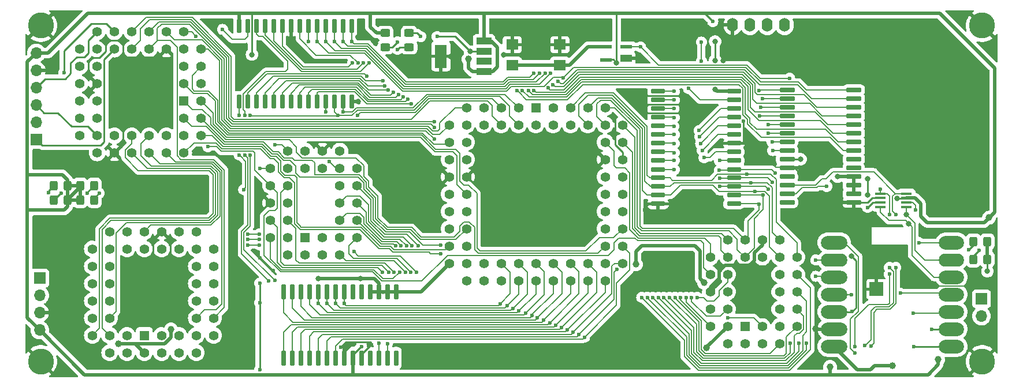
<source format=gtl>
G04 #@! TF.GenerationSoftware,KiCad,Pcbnew,(7.0.0)*
G04 #@! TF.CreationDate,2023-02-28T23:09:26-06:00*
G04 #@! TF.ProjectId,MCD,4d43442e-6b69-4636-9164-5f7063625858,rev?*
G04 #@! TF.SameCoordinates,Original*
G04 #@! TF.FileFunction,Copper,L1,Top*
G04 #@! TF.FilePolarity,Positive*
%FSLAX46Y46*%
G04 Gerber Fmt 4.6, Leading zero omitted, Abs format (unit mm)*
G04 Created by KiCad (PCBNEW (7.0.0)) date 2023-02-28 23:09:26*
%MOMM*%
%LPD*%
G01*
G04 APERTURE LIST*
G04 Aperture macros list*
%AMRoundRect*
0 Rectangle with rounded corners*
0 $1 Rounding radius*
0 $2 $3 $4 $5 $6 $7 $8 $9 X,Y pos of 4 corners*
0 Add a 4 corners polygon primitive as box body*
4,1,4,$2,$3,$4,$5,$6,$7,$8,$9,$2,$3,0*
0 Add four circle primitives for the rounded corners*
1,1,$1+$1,$2,$3*
1,1,$1+$1,$4,$5*
1,1,$1+$1,$6,$7*
1,1,$1+$1,$8,$9*
0 Add four rect primitives between the rounded corners*
20,1,$1+$1,$2,$3,$4,$5,0*
20,1,$1+$1,$4,$5,$6,$7,0*
20,1,$1+$1,$6,$7,$8,$9,0*
20,1,$1+$1,$8,$9,$2,$3,0*%
G04 Aperture macros list end*
G04 #@! TA.AperFunction,ComponentPad*
%ADD10R,1.422400X1.422400*%
G04 #@! TD*
G04 #@! TA.AperFunction,ComponentPad*
%ADD11C,1.422400*%
G04 #@! TD*
G04 #@! TA.AperFunction,SMDPad,CuDef*
%ADD12RoundRect,0.250000X-0.325000X-0.450000X0.325000X-0.450000X0.325000X0.450000X-0.325000X0.450000X0*%
G04 #@! TD*
G04 #@! TA.AperFunction,ComponentPad*
%ADD13C,3.800000*%
G04 #@! TD*
G04 #@! TA.AperFunction,SMDPad,CuDef*
%ADD14R,2.000000X2.000000*%
G04 #@! TD*
G04 #@! TA.AperFunction,SMDPad,CuDef*
%ADD15RoundRect,0.250000X0.325000X0.450000X-0.325000X0.450000X-0.325000X-0.450000X0.325000X-0.450000X0*%
G04 #@! TD*
G04 #@! TA.AperFunction,ComponentPad*
%ADD16R,1.700000X1.700000*%
G04 #@! TD*
G04 #@! TA.AperFunction,ComponentPad*
%ADD17O,1.700000X1.700000*%
G04 #@! TD*
G04 #@! TA.AperFunction,SMDPad,CuDef*
%ADD18R,1.800000X1.500000*%
G04 #@! TD*
G04 #@! TA.AperFunction,SMDPad,CuDef*
%ADD19RoundRect,0.150000X0.150000X-0.907500X0.150000X0.907500X-0.150000X0.907500X-0.150000X-0.907500X0*%
G04 #@! TD*
G04 #@! TA.AperFunction,SMDPad,CuDef*
%ADD20RoundRect,0.156250X0.156250X-0.901250X0.156250X0.901250X-0.156250X0.901250X-0.156250X-0.901250X0*%
G04 #@! TD*
G04 #@! TA.AperFunction,SMDPad,CuDef*
%ADD21R,1.600000X0.400000*%
G04 #@! TD*
G04 #@! TA.AperFunction,SMDPad,CuDef*
%ADD22RoundRect,0.150000X0.150000X-0.975000X0.150000X0.975000X-0.150000X0.975000X-0.150000X-0.975000X0*%
G04 #@! TD*
G04 #@! TA.AperFunction,SMDPad,CuDef*
%ADD23RoundRect,0.156250X0.156250X-0.968750X0.156250X0.968750X-0.156250X0.968750X-0.156250X-0.968750X0*%
G04 #@! TD*
G04 #@! TA.AperFunction,SMDPad,CuDef*
%ADD24RoundRect,0.151250X0.151250X-0.973750X0.151250X0.973750X-0.151250X0.973750X-0.151250X-0.973750X0*%
G04 #@! TD*
G04 #@! TA.AperFunction,SMDPad,CuDef*
%ADD25RoundRect,0.250000X0.450000X-0.325000X0.450000X0.325000X-0.450000X0.325000X-0.450000X-0.325000X0*%
G04 #@! TD*
G04 #@! TA.AperFunction,SMDPad,CuDef*
%ADD26R,2.200000X1.000000*%
G04 #@! TD*
G04 #@! TA.AperFunction,SMDPad,CuDef*
%ADD27R,1.800000X3.400000*%
G04 #@! TD*
G04 #@! TA.AperFunction,SMDPad,CuDef*
%ADD28RoundRect,0.150000X-0.907500X-0.150000X0.907500X-0.150000X0.907500X0.150000X-0.907500X0.150000X0*%
G04 #@! TD*
G04 #@! TA.AperFunction,SMDPad,CuDef*
%ADD29RoundRect,0.156250X-0.901250X-0.156250X0.901250X-0.156250X0.901250X0.156250X-0.901250X0.156250X0*%
G04 #@! TD*
G04 #@! TA.AperFunction,SMDPad,CuDef*
%ADD30R,1.700000X1.000000*%
G04 #@! TD*
G04 #@! TA.AperFunction,SMDPad,CuDef*
%ADD31R,1.700000X0.600000*%
G04 #@! TD*
G04 #@! TA.AperFunction,SMDPad,CuDef*
%ADD32RoundRect,0.150000X-0.975000X-0.150000X0.975000X-0.150000X0.975000X0.150000X-0.975000X0.150000X0*%
G04 #@! TD*
G04 #@! TA.AperFunction,SMDPad,CuDef*
%ADD33RoundRect,0.156250X-0.968750X-0.156250X0.968750X-0.156250X0.968750X0.156250X-0.968750X0.156250X0*%
G04 #@! TD*
G04 #@! TA.AperFunction,SMDPad,CuDef*
%ADD34RoundRect,0.151250X-0.973750X-0.151250X0.973750X-0.151250X0.973750X0.151250X-0.973750X0.151250X0*%
G04 #@! TD*
G04 #@! TA.AperFunction,ComponentPad*
%ADD35O,1.600000X2.000000*%
G04 #@! TD*
G04 #@! TA.AperFunction,SMDPad,CuDef*
%ADD36RoundRect,1.000000X0.855000X0.000000X-0.855000X0.000000X-0.855000X0.000000X0.855000X0.000000X0*%
G04 #@! TD*
G04 #@! TA.AperFunction,SMDPad,CuDef*
%ADD37RoundRect,0.960000X0.895000X0.000000X-0.895000X0.000000X-0.895000X0.000000X0.895000X0.000000X0*%
G04 #@! TD*
G04 #@! TA.AperFunction,SMDPad,CuDef*
%ADD38RoundRect,1.000000X0.937500X0.000000X-0.937500X0.000000X-0.937500X0.000000X0.937500X0.000000X0*%
G04 #@! TD*
G04 #@! TA.AperFunction,SMDPad,CuDef*
%ADD39RoundRect,0.960000X0.977500X0.000000X-0.977500X0.000000X-0.977500X0.000000X0.977500X0.000000X0*%
G04 #@! TD*
G04 #@! TA.AperFunction,SMDPad,CuDef*
%ADD40RoundRect,0.980000X0.957500X0.000000X-0.957500X0.000000X-0.957500X0.000000X0.957500X0.000000X0*%
G04 #@! TD*
G04 #@! TA.AperFunction,ViaPad*
%ADD41C,0.800000*%
G04 #@! TD*
G04 #@! TA.AperFunction,ViaPad*
%ADD42C,0.600000*%
G04 #@! TD*
G04 #@! TA.AperFunction,ViaPad*
%ADD43C,1.000000*%
G04 #@! TD*
G04 #@! TA.AperFunction,Conductor*
%ADD44C,0.500000*%
G04 #@! TD*
G04 #@! TA.AperFunction,Conductor*
%ADD45C,0.127000*%
G04 #@! TD*
G04 #@! TA.AperFunction,Conductor*
%ADD46C,0.150000*%
G04 #@! TD*
G04 #@! TA.AperFunction,Conductor*
%ADD47C,0.250000*%
G04 #@! TD*
G04 APERTURE END LIST*
D10*
X185119999Y-128259999D03*
D11*
X187660000Y-130800000D03*
X187660000Y-128260000D03*
X190200000Y-130800000D03*
X192740000Y-128260000D03*
X190200000Y-128260000D03*
X192740000Y-125720000D03*
X190200000Y-125720000D03*
X192740000Y-123180000D03*
X190200000Y-123180000D03*
X192740000Y-120640000D03*
X190200000Y-120640000D03*
X192740000Y-118100000D03*
X190200000Y-115560000D03*
X190200000Y-118100000D03*
X187660000Y-115560000D03*
X187660000Y-118100000D03*
X185120000Y-115560000D03*
X185120000Y-118100000D03*
X182580000Y-115560000D03*
X180040000Y-118100000D03*
X182580000Y-118100000D03*
X180040000Y-120640000D03*
X182580000Y-120640000D03*
X180040000Y-123180000D03*
X182580000Y-123180000D03*
X180040000Y-125720000D03*
X182580000Y-125720000D03*
X180040000Y-128260000D03*
X182580000Y-130800000D03*
X182580000Y-128260000D03*
X185120000Y-130800000D03*
D12*
X218600000Y-115800000D03*
X220650000Y-115800000D03*
D13*
X81900000Y-84100000D03*
X219900000Y-84100000D03*
D14*
X204399999Y-122799999D03*
D11*
X157000000Y-98680000D03*
X157000000Y-96140000D03*
X159540000Y-98680000D03*
X159540000Y-96140000D03*
X162080000Y-98680000D03*
X162080000Y-96140000D03*
X164620000Y-98680000D03*
X164620000Y-96140000D03*
X167160000Y-98680000D03*
X164620000Y-101220000D03*
X167160000Y-101220000D03*
X164620000Y-103760000D03*
X167160000Y-103760000D03*
X164620000Y-106300000D03*
X167160000Y-106300000D03*
X164620000Y-108840000D03*
X167160000Y-108840000D03*
X164620000Y-111380000D03*
X167160000Y-111380000D03*
X164620000Y-113920000D03*
X167160000Y-113920000D03*
X164620000Y-116460000D03*
X167160000Y-116460000D03*
X164620000Y-119000000D03*
X167160000Y-119000000D03*
X164620000Y-121540000D03*
X162080000Y-119000000D03*
X162080000Y-121540000D03*
X159540000Y-119000000D03*
X159540000Y-121540000D03*
X157000000Y-119000000D03*
X157000000Y-121540000D03*
X154460000Y-119000000D03*
X154460000Y-121540000D03*
X151920000Y-119000000D03*
X151920000Y-121540000D03*
X149380000Y-119000000D03*
X149380000Y-121540000D03*
X146840000Y-119000000D03*
X146840000Y-121540000D03*
X144300000Y-119000000D03*
X144300000Y-121540000D03*
X141760000Y-119000000D03*
X144300000Y-116460000D03*
X141760000Y-116460000D03*
X144300000Y-113920000D03*
X141760000Y-113920000D03*
X144300000Y-111380000D03*
X141760000Y-111380000D03*
X144300000Y-108840000D03*
X141760000Y-108840000D03*
X144300000Y-106300000D03*
X141760000Y-106300000D03*
X144300000Y-103760000D03*
X141760000Y-103760000D03*
X144300000Y-101220000D03*
X141760000Y-101220000D03*
X144300000Y-98680000D03*
X141760000Y-98680000D03*
X144300000Y-96140000D03*
X146840000Y-98680000D03*
X146840000Y-96140000D03*
X149380000Y-98680000D03*
X149380000Y-96140000D03*
X151920000Y-98680000D03*
X151920000Y-96140000D03*
X154460000Y-98680000D03*
D10*
X154459999Y-96139999D03*
D15*
X87700000Y-109700000D03*
X89750000Y-109700000D03*
D16*
X219799999Y-124199999D03*
D17*
X219799999Y-126739999D03*
D18*
X157999999Y-89899999D03*
X150999999Y-89899999D03*
X157999999Y-86899999D03*
X150999999Y-86899999D03*
D19*
X110958000Y-95256000D03*
X112228000Y-95256000D03*
X113498000Y-95256000D03*
X114768000Y-95256000D03*
X116038000Y-95256000D03*
X117308000Y-95256000D03*
X118578000Y-95256000D03*
X119848000Y-95256000D03*
X121118000Y-95256000D03*
D20*
X122400500Y-95256000D03*
D19*
X123658000Y-95256000D03*
X124928000Y-95256000D03*
X126198000Y-95256000D03*
X127468000Y-95256000D03*
X127468000Y-84141000D03*
X126198000Y-84141000D03*
X124928000Y-84141000D03*
X123658000Y-84141000D03*
D20*
X122400500Y-84141000D03*
D19*
X121118000Y-84141000D03*
X119848000Y-84141000D03*
X118578000Y-84141000D03*
X117308000Y-84141000D03*
X116038000Y-84141000D03*
X114768000Y-84141000D03*
X113498000Y-84141000D03*
X112228000Y-84141000D03*
X110958000Y-84141000D03*
D16*
X81249999Y-100829999D03*
D17*
X81249999Y-98289999D03*
X81249999Y-95749999D03*
X81249999Y-93209999D03*
X81249999Y-90669999D03*
X81249999Y-88129999D03*
D21*
X204999999Y-108749999D03*
X204999999Y-109399999D03*
X204999999Y-110049999D03*
X204999999Y-110699999D03*
X208799999Y-110699999D03*
X208799999Y-110049999D03*
X208799999Y-109399999D03*
X208799999Y-108749999D03*
D22*
X117482020Y-132900000D03*
X118752020Y-132900000D03*
X120022020Y-132900000D03*
X121292020Y-132900000D03*
X122562020Y-132900000D03*
X123832020Y-132900000D03*
X125102020Y-132900000D03*
X126372020Y-132900000D03*
X127642020Y-132900000D03*
D23*
X128924520Y-132900000D03*
D24*
X130184520Y-132900000D03*
D22*
X131452020Y-132900000D03*
X132722020Y-132900000D03*
X133992020Y-132900000D03*
X133992020Y-123150000D03*
X132722020Y-123150000D03*
X131452020Y-123150000D03*
D24*
X130184520Y-123150000D03*
D23*
X128924520Y-123150000D03*
D22*
X127642020Y-123150000D03*
X126372020Y-123150000D03*
X125102020Y-123150000D03*
X123832020Y-123150000D03*
X122562020Y-123150000D03*
X121292020Y-123150000D03*
X120022020Y-123150000D03*
X118752020Y-123150000D03*
X117482020Y-123150000D03*
D25*
X135900000Y-87250000D03*
X135900000Y-85200000D03*
D16*
X81749999Y-121169999D03*
D17*
X81749999Y-123709999D03*
X81749999Y-126249999D03*
X81749999Y-128789999D03*
D13*
X219900000Y-133400000D03*
D25*
X132400000Y-87250000D03*
X132400000Y-85200000D03*
D26*
X146862499Y-90849999D03*
X146862499Y-89349999D03*
X146862499Y-87849999D03*
X146862499Y-86349999D03*
D27*
X140562499Y-88599999D03*
D28*
X172385000Y-93760000D03*
X172385000Y-95030000D03*
X172385000Y-96300000D03*
X172385000Y-97570000D03*
X172385000Y-98840000D03*
X172385000Y-100110000D03*
X172385000Y-101380000D03*
X172385000Y-102650000D03*
X172385000Y-103920000D03*
D29*
X172385000Y-105202500D03*
D28*
X172385000Y-106460000D03*
X172385000Y-107730000D03*
X172385000Y-109000000D03*
X172385000Y-110270000D03*
X183500000Y-110270000D03*
X183500000Y-109000000D03*
X183500000Y-107730000D03*
X183500000Y-106460000D03*
D29*
X183500000Y-105202500D03*
D28*
X183500000Y-103920000D03*
X183500000Y-102650000D03*
X183500000Y-101380000D03*
X183500000Y-100110000D03*
X183500000Y-98840000D03*
X183500000Y-97570000D03*
X183500000Y-96300000D03*
X183500000Y-95030000D03*
X183500000Y-93760000D03*
D12*
X83800000Y-109700000D03*
X85850000Y-109700000D03*
D10*
X102869999Y-95169999D03*
D11*
X105410000Y-92630000D03*
X102870000Y-92630000D03*
X105410000Y-90090000D03*
X102870000Y-90090000D03*
X105410000Y-87550000D03*
X102870000Y-85010000D03*
X102870000Y-87550000D03*
X100330000Y-85010000D03*
X100330000Y-87550000D03*
X97790000Y-85010000D03*
X97790000Y-87550000D03*
X95250000Y-85010000D03*
X95250000Y-87550000D03*
X92710000Y-85010000D03*
X92710000Y-87550000D03*
X90170000Y-85010000D03*
X87630000Y-87550000D03*
X90170000Y-87550000D03*
X87630000Y-90090000D03*
X90170000Y-90090000D03*
X87630000Y-92630000D03*
X90170000Y-92630000D03*
X87630000Y-95170000D03*
X90170000Y-95170000D03*
X87630000Y-97710000D03*
X90170000Y-97710000D03*
X87630000Y-100250000D03*
X90170000Y-102790000D03*
X90170000Y-100250000D03*
X92710000Y-102790000D03*
X92710000Y-100250000D03*
X95250000Y-102790000D03*
X95250000Y-100250000D03*
X97790000Y-102790000D03*
X97790000Y-100250000D03*
X100330000Y-102790000D03*
X100330000Y-100250000D03*
X102870000Y-102790000D03*
X105410000Y-100250000D03*
X102870000Y-100250000D03*
X105410000Y-97710000D03*
X102870000Y-97710000D03*
X105410000Y-95170000D03*
D30*
X167724999Y-88914999D03*
D31*
X167724999Y-87214999D03*
X164724999Y-87214999D03*
X164724999Y-89114999D03*
D32*
X191300000Y-93550000D03*
X191300000Y-94820000D03*
X191300000Y-96090000D03*
X191300000Y-97360000D03*
X191300000Y-98630000D03*
X191300000Y-99900000D03*
X191300000Y-101170000D03*
X191300000Y-102440000D03*
X191300000Y-103710000D03*
D33*
X191300000Y-104992500D03*
D34*
X191300000Y-106252500D03*
D32*
X191300000Y-107520000D03*
X191300000Y-108790000D03*
X191300000Y-110060000D03*
X201050000Y-110060000D03*
X201050000Y-108790000D03*
X201050000Y-107520000D03*
D34*
X201050000Y-106252500D03*
D33*
X201050000Y-104992500D03*
D32*
X201050000Y-103710000D03*
X201050000Y-102440000D03*
X201050000Y-101170000D03*
X201050000Y-99900000D03*
X201050000Y-98630000D03*
X201050000Y-97360000D03*
X201050000Y-96090000D03*
X201050000Y-94820000D03*
X201050000Y-93550000D03*
D12*
X83800000Y-107600000D03*
X85850000Y-107600000D03*
D10*
X120669999Y-115209999D03*
D11*
X123210000Y-117750000D03*
X123210000Y-115210000D03*
X125750000Y-117750000D03*
X128290000Y-115210000D03*
X125750000Y-115210000D03*
X128290000Y-112670000D03*
X125750000Y-112670000D03*
X128290000Y-110130000D03*
X125750000Y-110130000D03*
X128290000Y-107590000D03*
X125750000Y-107590000D03*
X128290000Y-105050000D03*
X125750000Y-102510000D03*
X125750000Y-105050000D03*
X123210000Y-102510000D03*
X123210000Y-105050000D03*
X120670000Y-102510000D03*
X120670000Y-105050000D03*
X118130000Y-102510000D03*
X115590000Y-105050000D03*
X118130000Y-105050000D03*
X115590000Y-107590000D03*
X118130000Y-107590000D03*
X115590000Y-110130000D03*
X118130000Y-110130000D03*
X115590000Y-112670000D03*
X118130000Y-112670000D03*
X115590000Y-115210000D03*
X118130000Y-117750000D03*
X118130000Y-115210000D03*
X120670000Y-117750000D03*
D12*
X218600000Y-118400000D03*
X220650000Y-118400000D03*
D35*
X190939999Y-83999999D03*
X188399999Y-83999999D03*
X185859999Y-83999999D03*
X183319999Y-83999999D03*
D15*
X87700000Y-107600000D03*
X89750000Y-107600000D03*
D13*
X81900000Y-133400000D03*
D36*
X215400000Y-131200000D03*
X215400000Y-128660000D03*
X215400000Y-126120000D03*
X215400000Y-123580000D03*
X215400000Y-121040000D03*
D37*
X215400000Y-118540000D03*
D36*
X215400000Y-115960000D03*
D38*
X198192500Y-115960000D03*
D39*
X198192500Y-118540000D03*
D40*
X198192500Y-121060000D03*
D38*
X198192500Y-123580000D03*
X198192500Y-126120000D03*
X198192500Y-128660000D03*
X198192500Y-131200000D03*
D10*
X97079999Y-129579999D03*
D11*
X99620000Y-132120000D03*
X99620000Y-129580000D03*
X102160000Y-132120000D03*
X102160000Y-129580000D03*
X104700000Y-132120000D03*
X107240000Y-129580000D03*
X104700000Y-129580000D03*
X107240000Y-127040000D03*
X104700000Y-127040000D03*
X107240000Y-124500000D03*
X104700000Y-124500000D03*
X107240000Y-121960000D03*
X104700000Y-121960000D03*
X107240000Y-119420000D03*
X104700000Y-119420000D03*
X107240000Y-116880000D03*
X104700000Y-114340000D03*
X104700000Y-116880000D03*
X102160000Y-114340000D03*
X102160000Y-116880000D03*
X99620000Y-114340000D03*
X99620000Y-116880000D03*
X97080000Y-114340000D03*
X97080000Y-116880000D03*
X94540000Y-114340000D03*
X94540000Y-116880000D03*
X92000000Y-114340000D03*
X89460000Y-116880000D03*
X92000000Y-116880000D03*
X89460000Y-119420000D03*
X92000000Y-119420000D03*
X89460000Y-121960000D03*
X92000000Y-121960000D03*
X89460000Y-124500000D03*
X92000000Y-124500000D03*
X89460000Y-127040000D03*
X92000000Y-127040000D03*
X89460000Y-129580000D03*
X92000000Y-132120000D03*
X92000000Y-129580000D03*
X94540000Y-132120000D03*
X94540000Y-129580000D03*
X97080000Y-132120000D03*
D41*
X110400000Y-87600000D03*
X112853000Y-88347000D03*
D42*
X104653453Y-85637000D03*
X201231500Y-132123657D03*
X88675388Y-108669919D03*
D41*
X122600000Y-121240000D03*
D43*
X100998800Y-128701200D03*
D41*
X180750000Y-89208038D03*
D43*
X179101200Y-121801200D03*
D41*
X198700000Y-106274500D03*
D43*
X93300000Y-130800000D03*
D42*
X128900000Y-131200000D03*
D43*
X197600000Y-134200000D03*
D41*
X128800000Y-121240000D03*
X207439194Y-109424500D03*
X180750000Y-93474500D03*
D43*
X144600000Y-89000000D03*
X169150000Y-119150000D03*
D41*
X166292814Y-89558038D03*
X180750000Y-86425500D03*
X193300000Y-103700000D03*
D43*
X213420000Y-133120000D03*
X220900000Y-112300000D03*
X179504302Y-131366731D03*
D42*
X180415754Y-83500000D03*
X90472235Y-108685575D03*
X219400000Y-117100000D03*
D41*
X220652196Y-120149267D03*
X203100000Y-106575500D03*
D42*
X114000000Y-124800000D03*
X114000000Y-121900000D03*
X114000000Y-134600000D03*
X203100000Y-110800000D03*
D41*
X200700000Y-117900000D03*
X203100000Y-109000000D03*
D42*
X200800000Y-126100000D03*
X217900000Y-117000000D03*
X209814498Y-126295779D03*
X207900000Y-123385000D03*
X140000000Y-85700000D03*
D41*
X144812500Y-87900000D03*
D42*
X137600000Y-85700000D03*
X165800000Y-97500000D03*
D41*
X119600000Y-87600000D03*
X169000000Y-123300000D03*
X149800000Y-88400000D03*
D42*
X130188194Y-130743706D03*
X169500000Y-88900000D03*
D41*
X202900000Y-119700000D03*
X212700000Y-122316500D03*
X142000000Y-88600000D03*
D42*
X167800000Y-94300000D03*
X170200000Y-96400000D03*
X125900000Y-131300000D03*
D41*
X193200000Y-105800000D03*
X204900000Y-119700000D03*
D42*
X115983058Y-120083058D03*
D41*
X199200000Y-110000000D03*
D42*
X170400000Y-111200000D03*
D43*
X195499000Y-128600000D03*
D42*
X114000000Y-118200000D03*
D41*
X128400000Y-95256000D03*
X93200000Y-128400000D03*
X160200000Y-86900000D03*
X203900000Y-118300000D03*
X103400000Y-128200000D03*
D42*
X126600000Y-89300000D03*
D41*
X184300000Y-113100000D03*
D42*
X184936248Y-98097196D03*
D41*
X131000000Y-86700000D03*
X181900000Y-89208038D03*
D42*
X108550000Y-84650000D03*
X176850000Y-93324500D03*
X111795398Y-103091602D03*
X174750000Y-93750000D03*
X161600000Y-129856000D03*
X115325000Y-121575000D03*
X110958000Y-97300000D03*
X182600000Y-127000000D03*
X159900000Y-129131500D03*
X129666670Y-91533330D03*
X174750000Y-95030500D03*
X121118000Y-86400000D03*
X178754468Y-89308038D03*
X178744964Y-86525500D03*
X181400000Y-103920000D03*
X106400000Y-101863000D03*
X140569557Y-117577851D03*
X85300000Y-91000000D03*
X140550000Y-116350000D03*
X139565589Y-100752277D03*
X200700000Y-123580000D03*
X195500000Y-120900000D03*
X195500000Y-118500000D03*
X209831500Y-131200000D03*
X139598384Y-98227082D03*
X139596177Y-99026582D03*
X210100000Y-111200000D03*
X191656500Y-91825500D03*
X169815000Y-87215000D03*
X135326183Y-120288785D03*
X132063109Y-92187000D03*
X155618000Y-127356000D03*
X174700000Y-96300000D03*
X175677166Y-124010101D03*
X174866893Y-124007907D03*
X132300000Y-92970000D03*
X136138765Y-120288900D03*
X154692500Y-127031500D03*
X174750000Y-97600000D03*
X136950536Y-120288204D03*
X191771197Y-130690802D03*
X132867655Y-93533000D03*
X174050672Y-124011661D03*
X153945204Y-126681500D03*
X174700000Y-98900000D03*
X127820000Y-117280000D03*
X133597225Y-93860000D03*
X173239043Y-124010824D03*
X133903149Y-116428351D03*
X152993000Y-126331500D03*
X174750000Y-100100000D03*
X134326795Y-94187000D03*
X192987331Y-130700000D03*
X122562020Y-124900000D03*
X151993000Y-125981000D03*
X174750000Y-101400000D03*
X134710704Y-116423440D03*
X172426834Y-124010566D03*
X212498500Y-128660000D03*
X151118000Y-125606000D03*
X123832020Y-124900000D03*
X171615220Y-124009714D03*
X174750000Y-102750000D03*
X135022598Y-94580776D03*
X135524640Y-116424909D03*
X150243000Y-125231000D03*
X136330605Y-116418408D03*
X125102020Y-124900000D03*
X170805985Y-124006482D03*
X174750000Y-103900000D03*
X135738354Y-94937000D03*
X194149500Y-130700000D03*
X170000000Y-124000000D03*
X126372020Y-124900000D03*
X136170452Y-95609678D03*
X174750000Y-105250000D03*
X137186655Y-116428851D03*
X149243000Y-124931500D03*
X113937181Y-116300000D03*
X112238181Y-116299503D03*
X128329790Y-97295138D03*
X151700498Y-93600299D03*
X123659493Y-96759000D03*
X110995909Y-103087000D03*
X125500000Y-97313500D03*
X112599006Y-97300000D03*
X152500000Y-93599500D03*
X111646500Y-108176750D03*
X124212300Y-104063000D03*
X113937181Y-115500000D03*
X153400497Y-93599500D03*
X126198000Y-96750000D03*
X112238181Y-115500000D03*
X112238181Y-114687681D03*
X127468000Y-86468000D03*
X154200000Y-91110000D03*
X154200000Y-93599500D03*
X113937681Y-114687681D03*
X156241525Y-93252825D03*
X126198000Y-86400000D03*
X155014977Y-91100000D03*
X124928000Y-86400000D03*
X155814480Y-91100000D03*
X116233174Y-101633174D03*
X156991525Y-92752825D03*
X114052300Y-105050000D03*
X156613983Y-91100000D03*
X123658000Y-86400000D03*
X157750000Y-92250000D03*
X122375000Y-86400000D03*
X158500000Y-91750000D03*
X158243000Y-128431500D03*
X179125500Y-103493767D03*
X178105479Y-124002768D03*
X128400498Y-89588808D03*
X132900000Y-120300000D03*
X178860274Y-102415856D03*
X159100000Y-128781500D03*
X127601135Y-89603706D03*
X132000000Y-120324500D03*
X133706233Y-120293767D03*
X178625000Y-101425000D03*
X129200000Y-89588655D03*
X157368000Y-128081500D03*
X177301832Y-124010368D03*
X156493000Y-127731000D03*
X176488697Y-124011036D03*
X134515344Y-120290412D03*
X130012342Y-89580907D03*
X178500000Y-100425000D03*
X160800000Y-129481000D03*
X116231224Y-121518776D03*
X112600000Y-103100000D03*
X111799503Y-97300000D03*
X166324500Y-119900000D03*
X178400000Y-99500000D03*
X189200000Y-102439500D03*
X181375000Y-105310500D03*
X189525500Y-105713034D03*
X189098267Y-101170000D03*
X189125500Y-107094554D03*
X181400000Y-106500000D03*
X181425500Y-107730000D03*
X188500000Y-99900000D03*
X188525500Y-108120193D03*
X187779668Y-109000000D03*
X188558766Y-98671234D03*
X187205168Y-110300000D03*
X187291710Y-97377210D03*
X187400000Y-96089500D03*
X186630668Y-108425500D03*
X186000000Y-107155500D03*
X187731500Y-94809717D03*
X187157000Y-93600000D03*
X185365000Y-105885000D03*
X207228000Y-111800000D03*
X131452020Y-130747980D03*
X207228000Y-119600000D03*
X203600000Y-131100000D03*
X206300000Y-119600000D03*
X132723728Y-130777292D03*
X206300000Y-111800000D03*
X202700000Y-131068500D03*
X205000000Y-108100000D03*
X197100000Y-107700000D03*
D41*
X209137836Y-113162164D03*
X208800000Y-111869734D03*
D42*
X210600000Y-115960000D03*
X201231500Y-131200000D03*
X206300000Y-120600000D03*
D43*
X206700000Y-134026500D03*
D42*
X84900000Y-108700000D03*
X83000000Y-108600000D03*
X134200000Y-86500000D03*
X134200000Y-87600000D03*
D44*
X82970000Y-88130000D02*
X81250000Y-88130000D01*
X111000000Y-82300000D02*
X88800000Y-82300000D01*
X88800000Y-82300000D02*
X82970000Y-88130000D01*
D45*
X149380000Y-98680000D02*
X148100000Y-97400000D01*
X136187344Y-97900000D02*
X110240744Y-97900000D01*
X148100000Y-97400000D02*
X148100000Y-95850000D01*
X148100000Y-95850000D02*
X147415300Y-95165300D01*
X109808224Y-97467480D02*
X109808224Y-88608224D01*
X147415300Y-95165300D02*
X138922044Y-95165300D01*
X138922044Y-95165300D02*
X136187344Y-97900000D01*
X110240744Y-97900000D02*
X109808224Y-97467480D01*
X109808224Y-88608224D02*
X104119000Y-82919000D01*
X104119000Y-82919000D02*
X97341000Y-82919000D01*
X97341000Y-82919000D02*
X95250000Y-85010000D01*
X136770896Y-96854000D02*
X138786596Y-94838300D01*
X128770928Y-96854000D02*
X136770896Y-96854000D01*
X138786596Y-94838300D02*
X148078300Y-94838300D01*
X128329790Y-97295138D02*
X128770928Y-96854000D01*
X148078300Y-94838300D02*
X149380000Y-96140000D01*
X150600000Y-97360000D02*
X151920000Y-98680000D01*
X150600000Y-95904700D02*
X150600000Y-97360000D01*
X138651148Y-94511300D02*
X149206600Y-94511300D01*
X136635448Y-96527000D02*
X138651148Y-94511300D01*
X128301725Y-96527000D02*
X136635448Y-96527000D01*
X127515225Y-97313500D02*
X128301725Y-96527000D01*
X149206600Y-94511300D02*
X150600000Y-95904700D01*
X125500000Y-97313500D02*
X127515225Y-97313500D01*
X149964300Y-94184300D02*
X151920000Y-96140000D01*
X138515700Y-94184300D02*
X149964300Y-94184300D01*
X136500000Y-96200000D02*
X138515700Y-94184300D01*
X128166277Y-96200000D02*
X136500000Y-96200000D01*
X127616277Y-96750000D02*
X128166277Y-96200000D01*
X126198000Y-96750000D02*
X127616277Y-96750000D01*
X131484814Y-116838500D02*
X128684814Y-114038500D01*
X140569557Y-117577851D02*
X139048373Y-117577851D01*
X139048373Y-117577851D02*
X138812373Y-117341851D01*
X119938500Y-114038500D02*
X119627000Y-113727000D01*
X128684814Y-114038500D02*
X119938500Y-114038500D01*
X138812373Y-117341851D02*
X133524764Y-117341851D01*
X133524764Y-117341851D02*
X133021413Y-116838500D01*
X133021413Y-116838500D02*
X131484814Y-116838500D01*
X119627000Y-113727000D02*
X119627000Y-113704552D01*
X119627000Y-113704552D02*
X119104700Y-113182252D01*
X119104700Y-113182252D02*
X119104700Y-109726266D01*
X119104700Y-109726266D02*
X119100000Y-109721566D01*
X119100000Y-109721566D02*
X119100000Y-107998434D01*
X119100000Y-107998434D02*
X119104700Y-107993734D01*
X119104700Y-107993734D02*
X119104700Y-107186266D01*
X119104700Y-107186266D02*
X118356934Y-106438500D01*
X118356934Y-106438500D02*
X117559788Y-106438500D01*
X117559788Y-106438500D02*
X116700000Y-105578712D01*
X116700000Y-105578712D02*
X116700000Y-104277639D01*
X116700000Y-104277639D02*
X116037861Y-103615500D01*
X116037861Y-103615500D02*
X115529364Y-103615500D01*
X115529364Y-103615500D02*
X114110864Y-102197000D01*
X114110864Y-102197000D02*
X108460865Y-102197000D01*
X107563865Y-101300000D02*
X104360000Y-101300000D01*
X108460865Y-102197000D02*
X107563865Y-101300000D01*
X104360000Y-101300000D02*
X102870000Y-102790000D01*
X104100000Y-96400000D02*
X105600000Y-96400000D01*
X146003500Y-117503500D02*
X163576500Y-117503500D01*
X102870000Y-95170000D02*
X104100000Y-96400000D01*
X105600000Y-96400000D02*
X106827000Y-97627000D01*
X106827000Y-97627000D02*
X106827000Y-98648288D01*
X142513734Y-115135300D02*
X143325300Y-114323734D01*
X118343000Y-100843000D02*
X119400000Y-101900000D01*
X106827000Y-98648288D02*
X109021712Y-100843000D01*
X119400000Y-101900000D02*
X119400000Y-102700000D01*
X109021712Y-100843000D02*
X118343000Y-100843000D01*
X119400000Y-102700000D02*
X120200000Y-103500000D01*
X120200000Y-103500000D02*
X128118434Y-103500000D01*
X128118434Y-103500000D02*
X129300000Y-104681566D01*
X129300000Y-104681566D02*
X129300000Y-106264142D01*
X129300000Y-106264142D02*
X129977000Y-106941144D01*
X129977000Y-106941144D02*
X129977000Y-107777000D01*
X129977000Y-107777000D02*
X131341700Y-109141700D01*
X131341700Y-109141700D02*
X131341700Y-112305668D01*
X131341700Y-112305668D02*
X132770532Y-113734500D01*
X132770532Y-113734500D02*
X136286861Y-113734500D01*
X136286861Y-113734500D02*
X137687661Y-115135300D01*
X137687661Y-115135300D02*
X142513734Y-115135300D01*
X143325300Y-114323734D02*
X143325300Y-113516266D01*
X143325300Y-113516266D02*
X143896266Y-112945300D01*
X143896266Y-112945300D02*
X144703734Y-112945300D01*
X144703734Y-112945300D02*
X145500000Y-113741566D01*
X145500000Y-113741566D02*
X145500000Y-117000000D01*
X145500000Y-117000000D02*
X146003500Y-117503500D01*
X163576500Y-117503500D02*
X164620000Y-116460000D01*
X130664700Y-109485988D02*
X129300000Y-108121288D01*
X140550000Y-116350000D02*
X137904007Y-116350000D01*
X135965507Y-114411500D02*
X132490108Y-114411500D01*
X137904007Y-116350000D02*
X135965507Y-114411500D01*
X132490108Y-114411500D02*
X130664700Y-112586092D01*
X130664700Y-112586092D02*
X130664700Y-109485988D01*
X129300000Y-108121288D02*
X129300000Y-107221566D01*
X129300000Y-107221566D02*
X128453134Y-106374700D01*
X128453134Y-106374700D02*
X119895988Y-106374700D01*
X116559788Y-102938500D02*
X115809788Y-102938500D01*
X119895988Y-106374700D02*
X119300000Y-105778712D01*
X119300000Y-105778712D02*
X119300000Y-104700000D01*
X119300000Y-104700000D02*
X118438500Y-103838500D01*
X118438500Y-103838500D02*
X117459788Y-103838500D01*
X117459788Y-103838500D02*
X116559788Y-102938500D01*
X114391288Y-101520000D02*
X108741289Y-101520000D01*
X115809788Y-102938500D02*
X114391288Y-101520000D01*
X108741289Y-101520000D02*
X106121288Y-98900000D01*
X106121288Y-98900000D02*
X104060000Y-98900000D01*
X104060000Y-98900000D02*
X102870000Y-97710000D01*
D46*
X117100000Y-105500000D02*
X117700000Y-106100000D01*
X116419576Y-103277000D02*
X117100000Y-103957424D01*
X105410000Y-100250000D02*
X106992576Y-100250000D01*
X106992576Y-100250000D02*
X108601077Y-101858500D01*
X114251076Y-101858500D02*
X115669576Y-103277000D01*
X108601077Y-101858500D02*
X114251076Y-101858500D01*
X115669576Y-103277000D02*
X116419576Y-103277000D01*
X117100000Y-103957424D02*
X117100000Y-105500000D01*
X117700000Y-106100000D02*
X119142576Y-106100000D01*
X119142576Y-106100000D02*
X119443200Y-106400624D01*
X119443200Y-106400624D02*
X119443200Y-113042040D01*
X119443200Y-113042040D02*
X119965500Y-113564340D01*
X133161625Y-116500000D02*
X133664976Y-117003351D01*
X119965500Y-113564340D02*
X119965500Y-113586788D01*
X119965500Y-113586788D02*
X120078712Y-113700000D01*
X120078712Y-113700000D02*
X128825026Y-113700000D01*
X128825026Y-113700000D02*
X131625026Y-116500000D01*
X131625026Y-116500000D02*
X133161625Y-116500000D01*
X133664976Y-117003351D02*
X141216649Y-117003351D01*
X141216649Y-117003351D02*
X141760000Y-116460000D01*
X129626200Y-111466200D02*
X128290000Y-110130000D01*
X129626200Y-113016252D02*
X129626200Y-111466200D01*
X132059948Y-115450000D02*
X129626200Y-113016252D01*
X135524640Y-116424909D02*
X134549731Y-115450000D01*
X134549731Y-115450000D02*
X132059948Y-115450000D01*
X126736200Y-109143800D02*
X125750000Y-110130000D01*
X129976200Y-110421502D02*
X128698498Y-109143800D01*
X129976200Y-112871278D02*
X129976200Y-110421502D01*
X132204922Y-115100000D02*
X129976200Y-112871278D01*
X135012197Y-115100000D02*
X132204922Y-115100000D01*
X128698498Y-109143800D02*
X126736200Y-109143800D01*
X136330605Y-116418408D02*
X135012197Y-115100000D01*
X130326200Y-109626200D02*
X128290000Y-107590000D01*
X130326200Y-112726304D02*
X130326200Y-109626200D01*
X132349896Y-114750000D02*
X130326200Y-112726304D01*
X135507804Y-114750000D02*
X132349896Y-114750000D01*
X137186655Y-116428851D02*
X135507804Y-114750000D01*
D45*
X113300000Y-102798584D02*
X113300000Y-105300000D01*
X113025416Y-102524000D02*
X113300000Y-102798584D01*
X113300000Y-105300000D02*
X115590000Y-107590000D01*
X107664417Y-101863000D02*
X108325417Y-102524000D01*
X106400000Y-101863000D02*
X107664417Y-101863000D01*
X108325417Y-102524000D02*
X113025416Y-102524000D01*
X111231898Y-103322989D02*
X110995909Y-103087000D01*
X111231898Y-103325012D02*
X111231898Y-103322989D01*
X111946000Y-107877250D02*
X111946000Y-104039114D01*
X111646500Y-108176750D02*
X111946000Y-107877250D01*
X111946000Y-104039114D02*
X111231898Y-103325012D01*
X111347681Y-114318823D02*
X111347681Y-117597681D01*
X112273000Y-113393504D02*
X111347681Y-114318823D01*
X111347681Y-117597681D02*
X115325000Y-121575000D01*
X112273000Y-103569204D02*
X112273000Y-113393504D01*
X111795398Y-103091602D02*
X112273000Y-103569204D01*
X112600000Y-113528952D02*
X111674681Y-114454271D01*
X111674681Y-116962233D02*
X116231224Y-121518776D01*
X112600000Y-103100000D02*
X112600000Y-113528952D01*
X111674681Y-114454271D02*
X111674681Y-116962233D01*
X142900000Y-107440000D02*
X144300000Y-108840000D01*
X137591104Y-100516000D02*
X139675104Y-102600000D01*
X142900000Y-103200000D02*
X142900000Y-107440000D01*
X109157160Y-100516000D02*
X137591104Y-100516000D01*
X107154000Y-96914000D02*
X107154000Y-98512840D01*
X139675104Y-102600000D02*
X142300000Y-102600000D01*
X142300000Y-102600000D02*
X142900000Y-103200000D01*
X107154000Y-98512840D02*
X109157160Y-100516000D01*
X105410000Y-95170000D02*
X107154000Y-96914000D01*
X165880000Y-115200000D02*
X167160000Y-113920000D01*
X163800000Y-115200000D02*
X165880000Y-115200000D01*
X161823500Y-117176500D02*
X163800000Y-115200000D01*
X145827000Y-116727000D02*
X146276500Y-117176500D01*
X146276500Y-117176500D02*
X161823500Y-117176500D01*
X145827000Y-108727000D02*
X145827000Y-116727000D01*
X144600000Y-107500000D02*
X145827000Y-108727000D01*
X143900000Y-107500000D02*
X144600000Y-107500000D01*
X143325300Y-106925300D02*
X143900000Y-107500000D01*
X143325300Y-102825300D02*
X143325300Y-106925300D01*
X142773000Y-102273000D02*
X143325300Y-102825300D01*
X137726552Y-100189000D02*
X139810552Y-102273000D01*
X109292608Y-100189000D02*
X137726552Y-100189000D01*
X107481000Y-95181000D02*
X107481000Y-98377392D01*
X107481000Y-98377392D02*
X109292608Y-100189000D01*
X139810552Y-102273000D02*
X142773000Y-102273000D01*
X104267000Y-94027000D02*
X106327000Y-94027000D01*
X102870000Y-92630000D02*
X104267000Y-94027000D01*
X106327000Y-94027000D02*
X107481000Y-95181000D01*
X141463000Y-101517000D02*
X141760000Y-101220000D01*
X139517000Y-101517000D02*
X141463000Y-101517000D01*
X137862000Y-99862000D02*
X139517000Y-101517000D01*
X107808000Y-98241944D02*
X109428056Y-99862000D01*
X109428056Y-99862000D02*
X137862000Y-99862000D01*
X107808000Y-95045552D02*
X107808000Y-98241944D01*
X104402448Y-93700000D02*
X106462448Y-93700000D01*
X106462448Y-93700000D02*
X107808000Y-95045552D01*
X104100000Y-91400000D02*
X104100000Y-93397552D01*
X104100000Y-93397552D02*
X104402448Y-93700000D01*
X105410000Y-90090000D02*
X104100000Y-91400000D01*
X108135000Y-98106496D02*
X108135000Y-89247240D01*
X109563504Y-99535000D02*
X108135000Y-98106496D01*
X139565589Y-100742690D02*
X138357899Y-99535000D01*
X108135000Y-89247240D02*
X106437760Y-87550000D01*
X106437760Y-87550000D02*
X105410000Y-87550000D01*
X139565589Y-100752277D02*
X139565589Y-100742690D01*
X138357899Y-99535000D02*
X109563504Y-99535000D01*
X140340000Y-100100000D02*
X141760000Y-98680000D01*
X138493347Y-99208000D02*
X139385347Y-100100000D01*
X139385347Y-100100000D02*
X140340000Y-100100000D01*
X109698952Y-99208000D02*
X138493347Y-99208000D01*
X108462000Y-97971048D02*
X109698952Y-99208000D01*
X108462000Y-89111792D02*
X108462000Y-97971048D01*
X101520000Y-86200000D02*
X105550208Y-86200000D01*
X100330000Y-85010000D02*
X101520000Y-86200000D01*
X105550208Y-86200000D02*
X108462000Y-89111792D01*
X142660000Y-96140000D02*
X144300000Y-96140000D01*
X140109918Y-99590082D02*
X140400000Y-99300000D01*
X139337877Y-99590082D02*
X140109918Y-99590082D01*
X138628795Y-98881000D02*
X139337877Y-99590082D01*
X109834400Y-98881000D02*
X138628795Y-98881000D01*
X108789000Y-97835600D02*
X109834400Y-98881000D01*
X108789000Y-88976344D02*
X108789000Y-97835600D01*
X99000000Y-84500000D02*
X99600000Y-83900000D01*
X103712656Y-83900000D02*
X108789000Y-88976344D01*
X140400000Y-98400000D02*
X142660000Y-96140000D01*
X99000000Y-86340000D02*
X99000000Y-84500000D01*
X140400000Y-99300000D02*
X140400000Y-98400000D01*
X99600000Y-83900000D02*
X103712656Y-83900000D01*
X97790000Y-87550000D02*
X99000000Y-86340000D01*
X103848104Y-83573000D02*
X99227000Y-83573000D01*
X99227000Y-83573000D02*
X97790000Y-85010000D01*
X109116000Y-97700152D02*
X109116000Y-88840896D01*
X109969848Y-98554000D02*
X109116000Y-97700152D01*
X109116000Y-88840896D02*
X103848104Y-83573000D01*
X139123595Y-98554000D02*
X109969848Y-98554000D01*
X139596177Y-99026582D02*
X139123595Y-98554000D01*
X96500000Y-86300000D02*
X95250000Y-87550000D01*
X96500000Y-84600000D02*
X96500000Y-86300000D01*
X103983552Y-83246000D02*
X97854000Y-83246000D01*
X97854000Y-83246000D02*
X96500000Y-84600000D01*
X109481224Y-88743672D02*
X103983552Y-83246000D01*
X109481224Y-97602928D02*
X109481224Y-88743672D01*
X139598302Y-98227000D02*
X110105296Y-98227000D01*
X139598384Y-98227082D02*
X139598302Y-98227000D01*
X110105296Y-98227000D02*
X109481224Y-97602928D01*
D47*
X112853000Y-82347000D02*
X112900000Y-82300000D01*
X112853000Y-88347000D02*
X112853000Y-82347000D01*
D45*
X114052300Y-105050000D02*
X115590000Y-105050000D01*
D46*
X108881501Y-101181500D02*
X105410000Y-97710000D01*
X114531500Y-101181500D02*
X108881501Y-101181500D01*
X118800000Y-103500000D02*
X117600000Y-103500000D01*
X117600000Y-103500000D02*
X116700000Y-102600000D01*
X115950000Y-102600000D02*
X114531500Y-101181500D01*
X121638500Y-103838500D02*
X119138500Y-103838500D01*
X119138500Y-103838500D02*
X118800000Y-103500000D01*
X122057488Y-104257488D02*
X121638500Y-103838500D01*
X116700000Y-102600000D02*
X115950000Y-102600000D01*
X122057488Y-106036200D02*
X122057488Y-104257488D01*
D45*
X126198000Y-86400000D02*
X126198000Y-84391000D01*
X154059477Y-92055500D02*
X155014977Y-91100000D01*
X150460246Y-92055500D02*
X154059477Y-92055500D01*
X149796746Y-92719000D02*
X150460246Y-92055500D01*
X135334689Y-92719000D02*
X149796746Y-92719000D01*
X129742689Y-87127000D02*
X135334689Y-92719000D01*
X126925000Y-87127000D02*
X129742689Y-87127000D01*
X126198000Y-86400000D02*
X126925000Y-87127000D01*
X150731142Y-92709500D02*
X155004483Y-92709500D01*
X150067642Y-93373000D02*
X150731142Y-92709500D01*
X123658000Y-86400000D02*
X123658000Y-84391000D01*
X135063793Y-93373000D02*
X150067642Y-93373000D01*
X129471793Y-87781000D02*
X135063793Y-93373000D01*
X123658000Y-86400000D02*
X125039000Y-87781000D01*
X125039000Y-87781000D02*
X129471793Y-87781000D01*
X155004483Y-92709500D02*
X156613983Y-91100000D01*
X154531980Y-92382500D02*
X155814480Y-91100000D01*
X149932194Y-93046000D02*
X150595694Y-92382500D01*
X135199241Y-93046000D02*
X149932194Y-93046000D01*
X129607241Y-87454000D02*
X135199241Y-93046000D01*
X125982000Y-87454000D02*
X129607241Y-87454000D01*
X124928000Y-86400000D02*
X124928000Y-84391000D01*
X124928000Y-86400000D02*
X125982000Y-87454000D01*
X150595694Y-92382500D02*
X154531980Y-92382500D01*
D46*
X125759461Y-125557441D02*
X149916559Y-125557441D01*
X151920000Y-123554000D02*
X150243000Y-125231000D01*
X151920000Y-121540000D02*
X151920000Y-123554000D01*
X149916559Y-125557441D02*
X150243000Y-125231000D01*
X125102020Y-124900000D02*
X125759461Y-125557441D01*
X123832020Y-124900000D02*
X124839461Y-125907441D01*
X124839461Y-125907441D02*
X150816559Y-125907441D01*
X150816559Y-125907441D02*
X151118000Y-125606000D01*
X153200000Y-123524000D02*
X151118000Y-125606000D01*
X153200000Y-120280000D02*
X153200000Y-123524000D01*
X151920000Y-119000000D02*
X153200000Y-120280000D01*
X122562020Y-124900000D02*
X123919461Y-126257441D01*
X154460000Y-123514000D02*
X151993000Y-125981000D01*
X154460000Y-121540000D02*
X154460000Y-123514000D01*
X151716559Y-126257441D02*
X151993000Y-125981000D01*
X123919461Y-126257441D02*
X151716559Y-126257441D01*
X166306200Y-121893800D02*
X168200000Y-120000000D01*
X168200000Y-120000000D02*
X168200000Y-117500000D01*
X166306200Y-125149800D02*
X166306200Y-121893800D01*
X168200000Y-117500000D02*
X167160000Y-116460000D01*
X161600000Y-129856000D02*
X166306200Y-125149800D01*
X165956200Y-120268300D02*
X166324500Y-119900000D01*
X165956200Y-124324800D02*
X165956200Y-120268300D01*
X160800000Y-129481000D02*
X165956200Y-124324800D01*
X166000000Y-119000000D02*
X167160000Y-119000000D01*
X165600000Y-119400000D02*
X166000000Y-119000000D01*
X165606200Y-121131502D02*
X165600000Y-121125302D01*
X165600000Y-121125302D02*
X165600000Y-119400000D01*
X165606200Y-123425300D02*
X165606200Y-121131502D01*
X159900000Y-129131500D02*
X165606200Y-123425300D01*
X164620000Y-123261500D02*
X164620000Y-121540000D01*
X159100000Y-128781500D02*
X164620000Y-123261500D01*
X125102020Y-131121980D02*
X125102020Y-133576479D01*
X126116559Y-130107441D02*
X125102020Y-131121980D01*
X161348559Y-130107441D02*
X126116559Y-130107441D01*
X161600000Y-129856000D02*
X161348559Y-130107441D01*
X123832020Y-130391980D02*
X123832020Y-133576479D01*
X123820020Y-130379980D02*
X123832020Y-130391980D01*
X124442559Y-129757441D02*
X123820020Y-130379980D01*
X160523559Y-129757441D02*
X124442559Y-129757441D01*
X160800000Y-129481000D02*
X160523559Y-129757441D01*
X122562020Y-130037980D02*
X122562020Y-133576479D01*
X123192559Y-129407441D02*
X122562020Y-130037980D01*
X159900000Y-129131500D02*
X159624059Y-129407441D01*
X159624059Y-129407441D02*
X123192559Y-129407441D01*
X121292020Y-129681980D02*
X121292020Y-133576479D01*
X121916559Y-129057441D02*
X121292020Y-129681980D01*
X158824059Y-129057441D02*
X121916559Y-129057441D01*
X159100000Y-128781500D02*
X158824059Y-129057441D01*
X171040220Y-124240717D02*
X170805985Y-124006482D01*
X171040220Y-124247887D02*
X171040220Y-124240717D01*
X171377047Y-124584714D02*
X171040220Y-124247887D01*
X171384217Y-124584714D02*
X171377047Y-124584714D01*
X176600000Y-129800497D02*
X171384217Y-124584714D01*
X176600000Y-132528289D02*
X176600000Y-129800497D01*
X178421711Y-134350000D02*
X176600000Y-132528289D01*
X191524872Y-134350000D02*
X178421711Y-134350000D01*
X194149500Y-130700000D02*
X194149500Y-131725372D01*
X194149500Y-131725372D02*
X191524872Y-134350000D01*
X178000000Y-127960989D02*
X174050672Y-124011661D01*
X178000000Y-131948395D02*
X178000000Y-127960989D01*
X179001607Y-132950001D02*
X178000000Y-131948395D01*
X190944975Y-132950000D02*
X179001607Y-132950001D01*
X191771197Y-130690802D02*
X191771197Y-132123778D01*
X191771197Y-132123778D02*
X190944975Y-132950000D01*
X172664043Y-124247775D02*
X172426834Y-124010566D01*
X172664043Y-124248997D02*
X172664043Y-124247775D01*
X173000870Y-124585824D02*
X172664043Y-124248997D01*
X177300000Y-128883732D02*
X173002092Y-124585824D01*
X177300000Y-132238342D02*
X177300000Y-128883732D01*
X178711659Y-133650000D02*
X177300000Y-132238342D01*
X191234922Y-133650000D02*
X178711659Y-133650000D01*
X192987331Y-131897591D02*
X191234922Y-133650000D01*
X192987331Y-130700000D02*
X192987331Y-131897591D01*
X173002092Y-124585824D02*
X173000870Y-124585824D01*
X193736200Y-126716200D02*
X192750000Y-125730000D01*
X193736200Y-128658498D02*
X193736200Y-126716200D01*
X193148498Y-129246200D02*
X193736200Y-128658498D01*
X192753800Y-129246200D02*
X193148498Y-129246200D01*
X192750000Y-125730000D02*
X192750000Y-125710000D01*
X192345697Y-129654303D02*
X192753800Y-129246200D01*
X192345697Y-132044251D02*
X192345697Y-129654303D01*
X191089950Y-133300000D02*
X192345697Y-132044251D01*
X177650000Y-132093367D02*
X178856633Y-133300000D01*
X173814880Y-124586661D02*
X177650000Y-128421781D01*
X173812499Y-124586661D02*
X173814880Y-124586661D01*
X177650000Y-128421781D02*
X177650000Y-132093367D01*
X173475672Y-124249834D02*
X173812499Y-124586661D01*
X178856633Y-133300000D02*
X191089950Y-133300000D01*
X173475672Y-124247453D02*
X173475672Y-124249834D01*
X173239043Y-124010824D02*
X173475672Y-124247453D01*
D47*
X130188194Y-131097807D02*
X128924520Y-132361481D01*
X130188194Y-130743706D02*
X130188194Y-131097807D01*
X128924520Y-132361481D02*
X128924520Y-132900000D01*
X130188194Y-130743706D02*
X130019488Y-130575000D01*
X130019488Y-130575000D02*
X128300000Y-130575000D01*
D46*
X132722020Y-130779000D02*
X132722020Y-132900000D01*
X132723728Y-130777292D02*
X132722020Y-130779000D01*
X131452020Y-130747980D02*
X131452020Y-132900000D01*
X194724500Y-122604500D02*
X192750000Y-120630000D01*
X194724500Y-131645346D02*
X194724500Y-122604500D01*
X191669847Y-134700000D02*
X194724500Y-131645346D01*
X176250000Y-132673264D02*
X178276737Y-134700000D01*
X178276737Y-134700000D02*
X191669847Y-134700000D01*
X176250000Y-130263670D02*
X176250000Y-132673264D01*
X170230985Y-124230985D02*
X170230985Y-124244655D01*
X170230985Y-124244655D02*
X176250000Y-130263670D01*
X170000000Y-124000000D02*
X170230985Y-124230985D01*
X194150000Y-124570000D02*
X192750000Y-123170000D01*
X194150000Y-129044974D02*
X194150000Y-124570000D01*
X193575000Y-129619974D02*
X194150000Y-129044974D01*
X193575000Y-131804897D02*
X193575000Y-129619974D01*
X191379897Y-134000000D02*
X193575000Y-131804897D01*
X178566685Y-134000000D02*
X191379897Y-134000000D01*
X176950000Y-132383317D02*
X178566685Y-134000000D01*
X172188661Y-124585566D02*
X172191072Y-124585566D01*
X176950000Y-129344494D02*
X176950000Y-132383317D01*
X171851834Y-124248739D02*
X172188661Y-124585566D01*
X172191072Y-124585566D02*
X176950000Y-129344494D01*
X171851834Y-124246328D02*
X171851834Y-124248739D01*
X171615220Y-124009714D02*
X171851834Y-124246328D01*
X191196200Y-129803800D02*
X192750000Y-128250000D01*
X191196200Y-130961959D02*
X191196200Y-129803800D01*
X190800000Y-132600000D02*
X191195697Y-132204303D01*
X191195697Y-132204303D02*
X191195697Y-130962462D01*
X179146581Y-132600000D02*
X190800000Y-132600000D01*
X191195697Y-130962462D02*
X191196200Y-130961959D01*
X178350000Y-131803420D02*
X179146581Y-132600000D01*
X174866893Y-124076841D02*
X178350000Y-127559948D01*
X174866893Y-124007907D02*
X174866893Y-124076841D01*
X178350000Y-127559948D02*
X178350000Y-131803420D01*
X188750000Y-132250000D02*
X190210000Y-130790000D01*
X179291555Y-132250000D02*
X188750000Y-132250000D01*
X178700000Y-131658445D02*
X179291555Y-132250000D01*
X175677166Y-124392140D02*
X178700000Y-127414974D01*
X175677166Y-124010101D02*
X175677166Y-124392140D01*
X178700000Y-127414974D02*
X178700000Y-131658445D01*
D44*
X179504302Y-131366731D02*
X179504302Y-131335698D01*
X179504302Y-131335698D02*
X182580000Y-128260000D01*
D45*
X116600000Y-108600000D02*
X115590000Y-107590000D01*
X116600000Y-110900000D02*
X116600000Y-108600000D01*
X116250000Y-111250000D02*
X116600000Y-110900000D01*
X115350000Y-111250000D02*
X116250000Y-111250000D01*
X114600000Y-112000000D02*
X115350000Y-111250000D01*
X114600000Y-117812448D02*
X114600000Y-112000000D01*
X117041552Y-120254000D02*
X114600000Y-117812448D01*
X137750000Y-121600000D02*
X131898219Y-121600000D01*
X141519500Y-117830500D02*
X137750000Y-121600000D01*
X165069500Y-117830500D02*
X141519500Y-117830500D01*
X165900000Y-117000000D02*
X165069500Y-117830500D01*
X165900000Y-116000000D02*
X165900000Y-117000000D01*
X169012614Y-115271224D02*
X166628776Y-115271224D01*
X178638500Y-115638500D02*
X169379890Y-115638500D01*
X130552219Y-120254000D02*
X117041552Y-120254000D01*
X179065300Y-116065300D02*
X178638500Y-115638500D01*
X166628776Y-115271224D02*
X165900000Y-116000000D01*
X131898219Y-121600000D02*
X130552219Y-120254000D01*
X180030000Y-120630000D02*
X179065300Y-119665300D01*
X180050000Y-120630000D02*
X180030000Y-120630000D01*
X179065300Y-119665300D02*
X179065300Y-116065300D01*
X169379890Y-115638500D02*
X169012614Y-115271224D01*
D46*
X180050000Y-116150000D02*
X180050000Y-118090000D01*
X179200000Y-115300000D02*
X180050000Y-116150000D01*
X168250000Y-114029898D02*
X169520102Y-115300000D01*
X166250000Y-105000000D02*
X167500000Y-105000000D01*
X165900000Y-104650000D02*
X166250000Y-105000000D01*
X165900000Y-102500000D02*
X165900000Y-104650000D01*
X167500000Y-105000000D02*
X168250000Y-105750000D01*
X169520102Y-115300000D02*
X179200000Y-115300000D01*
X164620000Y-101220000D02*
X165900000Y-102500000D01*
X168250000Y-105750000D02*
X168250000Y-114029898D01*
X181593800Y-117093800D02*
X182590000Y-118090000D01*
X181593800Y-115293800D02*
X181593800Y-117093800D01*
X168600000Y-113884924D02*
X169665076Y-114950000D01*
X168600000Y-102660000D02*
X168600000Y-113884924D01*
X181250000Y-114950000D02*
X181593800Y-115293800D01*
X167160000Y-101220000D02*
X168600000Y-102660000D01*
X169665076Y-114950000D02*
X181250000Y-114950000D01*
X181640000Y-114600000D02*
X182590000Y-115550000D01*
X169000000Y-113789950D02*
X169810051Y-114600000D01*
X169000000Y-100520000D02*
X169000000Y-113789950D01*
X169810051Y-114600000D02*
X181640000Y-114600000D01*
X167160000Y-98680000D02*
X169000000Y-100520000D01*
X187780168Y-108999500D02*
X187779668Y-109000000D01*
X187780168Y-111114806D02*
X187780168Y-108999500D01*
X186500000Y-112394974D02*
X187780168Y-111114806D01*
X186500000Y-116720000D02*
X186500000Y-112394974D01*
X185130000Y-118090000D02*
X186500000Y-116720000D01*
X169955026Y-114250000D02*
X182750000Y-114250000D01*
X169350000Y-113644975D02*
X169955026Y-114250000D01*
X184000000Y-115500000D02*
X184000000Y-116960000D01*
X169350000Y-99475302D02*
X169350000Y-113644975D01*
X182750000Y-114250000D02*
X184000000Y-115500000D01*
X184000000Y-116960000D02*
X185130000Y-118090000D01*
X166014698Y-96140000D02*
X169350000Y-99475302D01*
X164620000Y-96140000D02*
X166014698Y-96140000D01*
X163400000Y-97460000D02*
X164620000Y-98680000D01*
X163400000Y-95600000D02*
X163400000Y-97460000D01*
X163950000Y-95050000D02*
X163400000Y-95600000D01*
X165419672Y-95050000D02*
X163950000Y-95050000D01*
X169700000Y-99330328D02*
X165419672Y-95050000D01*
X170100000Y-113900000D02*
X169700000Y-113500000D01*
X169700000Y-113500000D02*
X169700000Y-99330328D01*
X185130000Y-115550000D02*
X183480000Y-113900000D01*
X185600000Y-115080000D02*
X185130000Y-115550000D01*
X187205168Y-111194832D02*
X185600000Y-112800000D01*
X183480000Y-113900000D02*
X170100000Y-113900000D01*
X187205168Y-110300000D02*
X187205168Y-111194832D01*
X185600000Y-112800000D02*
X185600000Y-115080000D01*
D45*
X123658000Y-96458000D02*
X123658000Y-95006000D01*
X123659493Y-96459493D02*
X123658000Y-96458000D01*
X123659493Y-96759000D02*
X123659493Y-96459493D01*
D44*
X145150000Y-90850000D02*
X146862500Y-90850000D01*
X144600000Y-90300000D02*
X145150000Y-90850000D01*
X144600000Y-89000000D02*
X144600000Y-90300000D01*
D46*
X199540000Y-102440000D02*
X201482500Y-102440000D01*
X197600000Y-100500000D02*
X199540000Y-102440000D01*
X187505026Y-100500000D02*
X197600000Y-100500000D01*
X185511248Y-98506222D02*
X187505026Y-100500000D01*
X184832500Y-97180275D02*
X185511248Y-97859023D01*
X184832500Y-93332500D02*
X184832500Y-97180275D01*
X159084920Y-95000000D02*
X161334920Y-92750000D01*
X161334920Y-92750000D02*
X184250000Y-92750000D01*
X184250000Y-92750000D02*
X184832500Y-93332500D01*
X153087327Y-95000000D02*
X159084920Y-95000000D01*
X151925000Y-93837673D02*
X153087327Y-95000000D01*
X151925000Y-93824801D02*
X151925000Y-93837673D01*
X151700498Y-93600299D02*
X151925000Y-93824801D01*
X185511248Y-97859023D02*
X185511248Y-98506222D01*
X196919974Y-99325000D02*
X198764974Y-101170000D01*
X186825000Y-99325000D02*
X196919974Y-99325000D01*
X185861248Y-97714049D02*
X185861248Y-98361248D01*
X185861248Y-98361248D02*
X186825000Y-99325000D01*
X185182500Y-97035301D02*
X185861248Y-97714049D01*
X185182500Y-93187526D02*
X185182500Y-97035301D01*
X159014946Y-94575000D02*
X161189946Y-92400000D01*
X161189946Y-92400000D02*
X184394974Y-92400000D01*
X184394974Y-92400000D02*
X185182500Y-93187526D01*
X153475500Y-94575000D02*
X159014946Y-94575000D01*
X152500000Y-93599500D02*
X153475500Y-94575000D01*
X198764974Y-101170000D02*
X201482500Y-101170000D01*
D47*
X94000000Y-101500000D02*
X94000000Y-99500000D01*
X92710000Y-102790000D02*
X94000000Y-101500000D01*
D45*
X90500000Y-128540000D02*
X89460000Y-129580000D01*
X90500000Y-113937552D02*
X90500000Y-128540000D01*
X92053252Y-112384300D02*
X90500000Y-113937552D01*
X106453252Y-112384300D02*
X92053252Y-112384300D01*
X107165000Y-111672552D02*
X106453252Y-112384300D01*
X107165000Y-105965000D02*
X107165000Y-111672552D01*
X96199700Y-105399700D02*
X106599700Y-105399700D01*
X94275300Y-103475300D02*
X96199700Y-105399700D01*
X106599700Y-105399700D02*
X107165000Y-105965000D01*
X95250000Y-101411566D02*
X94275300Y-102386266D01*
X94275300Y-102386266D02*
X94275300Y-103475300D01*
X95250000Y-100250000D02*
X95250000Y-101411566D01*
X106859596Y-113365300D02*
X98054700Y-113365300D01*
X98054700Y-113365300D02*
X97080000Y-114340000D01*
X108146000Y-112078896D02*
X106859596Y-113365300D01*
X99418700Y-104418700D02*
X107006044Y-104418700D01*
X97790000Y-102790000D02*
X99418700Y-104418700D01*
X107006044Y-104418700D02*
X108146000Y-105558656D01*
X108146000Y-105558656D02*
X108146000Y-112078896D01*
X96600000Y-101440000D02*
X97790000Y-100250000D01*
X96600000Y-103200000D02*
X96600000Y-101440000D01*
X98145700Y-104745700D02*
X96600000Y-103200000D01*
X107819000Y-111943448D02*
X107819000Y-105694104D01*
X107819000Y-105694104D02*
X106870596Y-104745700D01*
X106724148Y-113038300D02*
X107819000Y-111943448D01*
X106870596Y-104745700D02*
X98145700Y-104745700D01*
X94463266Y-113038300D02*
X106724148Y-113038300D01*
X92974700Y-114526866D02*
X94463266Y-113038300D01*
X92974700Y-126065300D02*
X92974700Y-114526866D01*
X92000000Y-127040000D02*
X92974700Y-126065300D01*
X99040000Y-86300000D02*
X97790000Y-87550000D01*
X101895300Y-87295300D02*
X100900000Y-86300000D01*
X101895300Y-87953734D02*
X101895300Y-87295300D01*
X101900000Y-87958434D02*
X101895300Y-87953734D01*
X101900000Y-89681566D02*
X101900000Y-87958434D01*
X101895300Y-103193734D02*
X101895300Y-89686266D01*
X107276940Y-103764700D02*
X102466266Y-103764700D01*
X108800000Y-105287760D02*
X107276940Y-103764700D01*
X102466266Y-103764700D02*
X101895300Y-103193734D01*
X108800000Y-125480000D02*
X108800000Y-105287760D01*
X100900000Y-86300000D02*
X99040000Y-86300000D01*
X101895300Y-89686266D02*
X101900000Y-89681566D01*
X107240000Y-127040000D02*
X108800000Y-125480000D01*
X105940000Y-125800000D02*
X104700000Y-127040000D01*
X107600000Y-125800000D02*
X105940000Y-125800000D01*
X108473000Y-124927000D02*
X107600000Y-125800000D01*
X108473000Y-105423208D02*
X108473000Y-124927000D01*
X101631700Y-104091700D02*
X107141492Y-104091700D01*
X107141492Y-104091700D02*
X108473000Y-105423208D01*
X100330000Y-102790000D02*
X101631700Y-104091700D01*
X90900000Y-128480000D02*
X92000000Y-129580000D01*
X107492000Y-111808000D02*
X106588700Y-112711300D01*
X107492000Y-105829552D02*
X107492000Y-111808000D01*
X106735148Y-105072700D02*
X107492000Y-105829552D01*
X92188700Y-112711300D02*
X90900000Y-114000000D01*
X97532700Y-105072700D02*
X106735148Y-105072700D01*
X106588700Y-112711300D02*
X92188700Y-112711300D01*
X95250000Y-102790000D02*
X97532700Y-105072700D01*
X90900000Y-114000000D02*
X90900000Y-128480000D01*
X136170452Y-95609678D02*
X129709678Y-95609678D01*
X129709678Y-95609678D02*
X127900000Y-93800000D01*
X127900000Y-93800000D02*
X122600000Y-93800000D01*
X122600000Y-93800000D02*
X122400500Y-93999500D01*
X122400500Y-93999500D02*
X122400500Y-95006000D01*
X121627000Y-93473000D02*
X121118000Y-93982000D01*
X135738354Y-94937000D02*
X135392676Y-95282678D01*
X135392676Y-95282678D02*
X129845126Y-95282678D01*
X129845126Y-95282678D02*
X128035448Y-93473000D01*
X121118000Y-93982000D02*
X121118000Y-95006000D01*
X128035448Y-93473000D02*
X121627000Y-93473000D01*
X135022598Y-94580776D02*
X134647696Y-94955678D01*
X134647696Y-94955678D02*
X129980574Y-94955678D01*
X129980574Y-94955678D02*
X128170896Y-93146000D01*
X128170896Y-93146000D02*
X120654000Y-93146000D01*
X120654000Y-93146000D02*
X119848000Y-93952000D01*
X119848000Y-93952000D02*
X119848000Y-95006000D01*
X118578000Y-94022000D02*
X118578000Y-95006000D01*
X134326795Y-94187000D02*
X133885117Y-94628678D01*
X133885117Y-94628678D02*
X130116022Y-94628678D01*
X130116022Y-94628678D02*
X128306344Y-92819000D01*
X128306344Y-92819000D02*
X119781000Y-92819000D01*
X119781000Y-92819000D02*
X118578000Y-94022000D01*
X133597225Y-93860000D02*
X133155547Y-94301678D01*
X130251470Y-94301678D02*
X128441792Y-92492000D01*
X133155547Y-94301678D02*
X130251470Y-94301678D01*
X128441792Y-92492000D02*
X118808000Y-92492000D01*
X117308000Y-93992000D02*
X117308000Y-95006000D01*
X118808000Y-92492000D02*
X117308000Y-93992000D01*
X116038000Y-93962000D02*
X116038000Y-95006000D01*
X132867655Y-93533000D02*
X129945240Y-93533000D01*
X129945240Y-93533000D02*
X128577240Y-92165000D01*
X128577240Y-92165000D02*
X117835000Y-92165000D01*
X117835000Y-92165000D02*
X116038000Y-93962000D01*
X132300000Y-92970000D02*
X129844688Y-92970000D01*
X114768000Y-93932000D02*
X114768000Y-95006000D01*
X129844688Y-92970000D02*
X128712688Y-91838000D01*
X128712688Y-91838000D02*
X116862000Y-91838000D01*
X116862000Y-91838000D02*
X114768000Y-93932000D01*
D47*
X184900000Y-101380000D02*
X183500000Y-101380000D01*
X184936248Y-101343752D02*
X184900000Y-101380000D01*
X184936248Y-98097196D02*
X184936248Y-101343752D01*
D46*
X185000000Y-101280000D02*
X184900000Y-101380000D01*
X184900000Y-101380000D02*
X183250000Y-101380000D01*
X184936248Y-98097196D02*
X185000000Y-98160948D01*
X178860274Y-102415856D02*
X181166130Y-100110000D01*
X181166130Y-100110000D02*
X183250000Y-100110000D01*
X178500000Y-100425000D02*
X181355000Y-97570000D01*
X181355000Y-97570000D02*
X183250000Y-97570000D01*
X207228000Y-124901594D02*
X207228000Y-119600000D01*
X206379594Y-125750000D02*
X207228000Y-124901594D01*
X203996000Y-126204000D02*
X204450000Y-125750000D01*
X203996000Y-130704000D02*
X203996000Y-126204000D01*
X203600000Y-131100000D02*
X203996000Y-130704000D01*
X204450000Y-125750000D02*
X206379594Y-125750000D01*
X206878000Y-120178000D02*
X206300000Y-119600000D01*
X206878000Y-124756620D02*
X206878000Y-120178000D01*
X203638000Y-125962000D02*
X204200000Y-125400000D01*
X206234620Y-125400000D02*
X206878000Y-124756620D01*
X202751172Y-131068500D02*
X203638000Y-130181672D01*
X202700000Y-131068500D02*
X202751172Y-131068500D01*
X204200000Y-125400000D02*
X206234620Y-125400000D01*
X203638000Y-130181672D02*
X203638000Y-125962000D01*
X206089646Y-125050000D02*
X206300000Y-124839646D01*
X203244974Y-125050000D02*
X206089646Y-125050000D01*
X201231500Y-127063474D02*
X203244974Y-125050000D01*
X201231500Y-131200000D02*
X201231500Y-127063474D01*
X206300000Y-124839646D02*
X206300000Y-120600000D01*
X199714595Y-115960000D02*
X198192500Y-115960000D01*
X201775000Y-118020405D02*
X199714595Y-115960000D01*
X201775000Y-126025000D02*
X201775000Y-118020405D01*
X200600000Y-127200000D02*
X201775000Y-126025000D01*
X200600000Y-131492157D02*
X200600000Y-127200000D01*
X201231500Y-132123657D02*
X200600000Y-131492157D01*
X206750000Y-109150000D02*
X207150000Y-108750000D01*
X206750000Y-111322000D02*
X206750000Y-109150000D01*
X207228000Y-111800000D02*
X206750000Y-111322000D01*
X206300000Y-111800000D02*
X206300000Y-109100000D01*
X205950000Y-108750000D02*
X205000000Y-108750000D01*
X206300000Y-109100000D02*
X205950000Y-108750000D01*
X211440000Y-118540000D02*
X215400000Y-118540000D01*
X210000000Y-117100000D02*
X211440000Y-118540000D01*
X210000000Y-113069733D02*
X210000000Y-117100000D01*
X208800000Y-111869734D02*
X210000000Y-113069733D01*
X208800000Y-110700000D02*
X208800000Y-111869734D01*
X208800000Y-111869734D02*
X209265133Y-112334867D01*
D45*
X125491500Y-97322000D02*
X125500000Y-97313500D01*
X112599006Y-97300000D02*
X112621006Y-97322000D01*
X112621006Y-97322000D02*
X125491500Y-97322000D01*
D47*
X126600000Y-89300000D02*
X121300000Y-89300000D01*
X121300000Y-89300000D02*
X119600000Y-87600000D01*
D44*
X118600000Y-86600000D02*
X118600000Y-84163000D01*
X119600000Y-87600000D02*
X118600000Y-86600000D01*
X118600000Y-84163000D02*
X118578000Y-84141000D01*
D46*
X112228000Y-85672000D02*
X112228000Y-84141000D01*
X111800000Y-86100000D02*
X112228000Y-85672000D01*
X110000000Y-86100000D02*
X111800000Y-86100000D01*
X108550000Y-84650000D02*
X110000000Y-86100000D01*
D44*
X130200000Y-82300000D02*
X112900000Y-82300000D01*
X112900000Y-82300000D02*
X111000000Y-82300000D01*
D45*
X113498000Y-85298000D02*
X113498000Y-84391000D01*
X113900000Y-85700000D02*
X113498000Y-85298000D01*
X114474325Y-85700000D02*
X113900000Y-85700000D01*
X118100000Y-89325675D02*
X114474325Y-85700000D01*
X111565334Y-94172218D02*
X114880552Y-90857000D01*
X111565334Y-96465334D02*
X111565334Y-94172218D01*
X114880552Y-90857000D02*
X117743000Y-90857000D01*
X118100000Y-90500000D02*
X118100000Y-89325675D01*
X111799503Y-96699503D02*
X111565334Y-96465334D01*
X117743000Y-90857000D02*
X118100000Y-90500000D01*
X111799503Y-97300000D02*
X111799503Y-96699503D01*
X114768000Y-85531227D02*
X114768000Y-84391000D01*
X128736249Y-90857000D02*
X120093773Y-90857000D01*
X130012342Y-89580907D02*
X128736249Y-90857000D01*
X120093773Y-90857000D02*
X114768000Y-85531227D01*
X120229221Y-90530000D02*
X116038000Y-86338779D01*
X128258655Y-90530000D02*
X120229221Y-90530000D01*
X116038000Y-86338779D02*
X116038000Y-84391000D01*
X129200000Y-89588655D02*
X128258655Y-90530000D01*
X117308000Y-87146331D02*
X117308000Y-84391000D01*
X120364669Y-90203000D02*
X117308000Y-87146331D01*
X127001841Y-90203000D02*
X120364669Y-90203000D01*
X127601135Y-89603706D02*
X127001841Y-90203000D01*
D44*
X146862500Y-86350000D02*
X146862500Y-82300000D01*
D47*
X179215754Y-82300000D02*
X178500000Y-82300000D01*
X180415754Y-83500000D02*
X179215754Y-82300000D01*
D44*
X100042185Y-130800000D02*
X95760000Y-130800000D01*
X100998800Y-129843385D02*
X100042185Y-130800000D01*
X100998800Y-128701200D02*
X100998800Y-129843385D01*
X187660000Y-116302462D02*
X187660000Y-115560000D01*
X182200000Y-119300000D02*
X185779785Y-119300000D01*
X185779785Y-119300000D02*
X186498800Y-118580985D01*
X181300000Y-121255000D02*
X181300000Y-120200000D01*
X181300000Y-120200000D02*
X182200000Y-119300000D01*
X186498800Y-118580985D02*
X186498800Y-117463662D01*
X180040000Y-122515000D02*
X181300000Y-121255000D01*
X180040000Y-123180000D02*
X180040000Y-122515000D01*
X186498800Y-117463662D02*
X187660000Y-116302462D01*
D46*
X181300000Y-123000000D02*
X182590000Y-121710000D01*
X181300000Y-123800000D02*
X181300000Y-123000000D01*
X179532651Y-124500000D02*
X180600000Y-124500000D01*
X182590000Y-121710000D02*
X182590000Y-120630000D01*
X178105479Y-124002768D02*
X179035419Y-124002768D01*
X179035419Y-124002768D02*
X179532651Y-124500000D01*
X180600000Y-124500000D02*
X181300000Y-123800000D01*
X176488697Y-124708697D02*
X180040000Y-128260000D01*
X176488697Y-124011036D02*
X176488697Y-124708697D01*
X181550000Y-126750000D02*
X182590000Y-125710000D01*
X179450000Y-126750000D02*
X181550000Y-126750000D01*
X177301832Y-124601832D02*
X179450000Y-126750000D01*
X177301832Y-124010368D02*
X177301832Y-124601832D01*
X186420000Y-127000000D02*
X187670000Y-128250000D01*
X182600000Y-127000000D02*
X186420000Y-127000000D01*
X104026453Y-85010000D02*
X104653453Y-85637000D01*
X102870000Y-85010000D02*
X104026453Y-85010000D01*
D45*
X119848000Y-86048000D02*
X119848000Y-84391000D01*
X122235000Y-88435000D02*
X119848000Y-86048000D01*
X127246690Y-88435000D02*
X122235000Y-88435000D01*
X128400498Y-89588808D02*
X127246690Y-88435000D01*
X158436500Y-91686500D02*
X158500000Y-91750000D01*
X155660940Y-93036500D02*
X157010940Y-91686500D01*
X150866590Y-93036500D02*
X155660940Y-93036500D01*
X150203090Y-93700000D02*
X150866590Y-93036500D01*
X129336345Y-88108000D02*
X134928345Y-93700000D01*
X134928345Y-93700000D02*
X150203090Y-93700000D01*
X157010940Y-91686500D02*
X158436500Y-91686500D01*
X124083000Y-88108000D02*
X129336345Y-88108000D01*
X122375000Y-86400000D02*
X124083000Y-88108000D01*
X153581500Y-91728500D02*
X154200000Y-91110000D01*
X149661298Y-92392000D02*
X150324798Y-91728500D01*
X135470137Y-92392000D02*
X149661298Y-92392000D01*
X127800000Y-86800000D02*
X129878137Y-86800000D01*
X150324798Y-91728500D02*
X153581500Y-91728500D01*
X127468000Y-86468000D02*
X127800000Y-86800000D01*
X129878137Y-86800000D02*
X135470137Y-92392000D01*
X112228000Y-93972000D02*
X112228000Y-95006000D01*
X129317340Y-91184000D02*
X115016000Y-91184000D01*
X129666670Y-91533330D02*
X129317340Y-91184000D01*
X115016000Y-91184000D02*
X112228000Y-93972000D01*
X113498000Y-94002000D02*
X113498000Y-95006000D01*
X128848136Y-91511000D02*
X115989000Y-91511000D01*
X129524136Y-92187000D02*
X128848136Y-91511000D01*
X115989000Y-91511000D02*
X113498000Y-94002000D01*
X132063109Y-92187000D02*
X129524136Y-92187000D01*
D47*
X128400000Y-95256000D02*
X127468000Y-95256000D01*
X175465000Y-94385000D02*
X175475000Y-94375000D01*
X167800000Y-94300000D02*
X167885000Y-94385000D01*
X167885000Y-94385000D02*
X175465000Y-94385000D01*
D46*
X174749500Y-95030000D02*
X172635000Y-95030000D01*
X174750000Y-95030500D02*
X174749500Y-95030000D01*
D47*
X175655000Y-96945000D02*
X175700000Y-96900000D01*
X170745000Y-96945000D02*
X175655000Y-96945000D01*
X170200000Y-96400000D02*
X170745000Y-96945000D01*
D46*
X181600000Y-96300000D02*
X183250000Y-96300000D01*
X178400000Y-99500000D02*
X181600000Y-96300000D01*
D47*
X175545000Y-95655000D02*
X175600000Y-95600000D01*
X170945000Y-95655000D02*
X175545000Y-95655000D01*
X170200000Y-96400000D02*
X170945000Y-95655000D01*
D46*
X174700000Y-96300000D02*
X172635000Y-96300000D01*
X181115000Y-105885000D02*
X185365000Y-105885000D01*
X174140000Y-106460000D02*
X174480000Y-106800000D01*
X171160000Y-106460000D02*
X174140000Y-106460000D01*
X180200000Y-106800000D02*
X181115000Y-105885000D01*
X170750000Y-98895406D02*
X170750000Y-106050000D01*
X165854594Y-94000000D02*
X170750000Y-98895406D01*
X174480000Y-106800000D02*
X180200000Y-106800000D01*
X161680000Y-94000000D02*
X165854594Y-94000000D01*
X170750000Y-106050000D02*
X171160000Y-106460000D01*
X159540000Y-96140000D02*
X161680000Y-94000000D01*
D44*
X169150000Y-117250000D02*
X169150000Y-119150000D01*
X178551800Y-117151800D02*
X177800000Y-116400000D01*
X178551800Y-121251800D02*
X178551800Y-117151800D01*
X177800000Y-116400000D02*
X170000000Y-116400000D01*
X179101200Y-121801200D02*
X178551800Y-121251800D01*
X170000000Y-116400000D02*
X169150000Y-117250000D01*
D47*
X170400000Y-110900000D02*
X171030000Y-110270000D01*
X171030000Y-110270000D02*
X172385000Y-110270000D01*
X170400000Y-111200000D02*
X170400000Y-110900000D01*
X172300000Y-113100000D02*
X184300000Y-113100000D01*
X170400000Y-111200000D02*
X172300000Y-113100000D01*
D46*
X181400000Y-103920000D02*
X183250000Y-103920000D01*
X183142000Y-105310500D02*
X183250000Y-105202500D01*
X181375000Y-105310500D02*
X183142000Y-105310500D01*
X188490946Y-106460000D02*
X189125500Y-107094554D01*
X183210000Y-106500000D02*
X183250000Y-106460000D01*
X181400000Y-106500000D02*
X183210000Y-106500000D01*
X183250000Y-106460000D02*
X188490946Y-106460000D01*
D44*
X210050000Y-109400000D02*
X208800000Y-109400000D01*
X210850000Y-110200000D02*
X210050000Y-109400000D01*
X211800000Y-113000000D02*
X210850000Y-112050000D01*
X210850000Y-112050000D02*
X210850000Y-110200000D01*
X221700000Y-111500000D02*
X220200000Y-113000000D01*
X221700000Y-90300000D02*
X221700000Y-111500000D01*
X130200000Y-82300000D02*
X213700000Y-82300000D01*
X213700000Y-82300000D02*
X221700000Y-90300000D01*
X220200000Y-113000000D02*
X211800000Y-113000000D01*
D47*
X91500000Y-83800000D02*
X92710000Y-85010000D01*
X85300000Y-91000000D02*
X85300000Y-87800000D01*
X89300000Y-83800000D02*
X91500000Y-83800000D01*
X85300000Y-87800000D02*
X89300000Y-83800000D01*
X220650000Y-119525000D02*
X220650000Y-118400000D01*
X220652196Y-120149267D02*
X220652196Y-119527196D01*
X220652196Y-119527196D02*
X220650000Y-119525000D01*
D46*
X193530000Y-107870000D02*
X192610000Y-108790000D01*
X192610000Y-108790000D02*
X191300000Y-108790000D01*
X195794975Y-107700000D02*
X195624975Y-107870000D01*
X197100000Y-107700000D02*
X195794975Y-107700000D01*
X195624975Y-107870000D02*
X193530000Y-107870000D01*
D44*
X201050000Y-106252500D02*
X201050000Y-108790000D01*
X198722000Y-106252500D02*
X198700000Y-106274500D01*
X201050000Y-106252500D02*
X198722000Y-106252500D01*
D46*
X195480000Y-107520000D02*
X191300000Y-107520000D01*
X204000000Y-105600000D02*
X198000000Y-105600000D01*
X207150000Y-108750000D02*
X204000000Y-105600000D01*
X198000000Y-105600000D02*
X196975000Y-106625000D01*
X196975000Y-106625000D02*
X196375000Y-106625000D01*
X196375000Y-106625000D02*
X195480000Y-107520000D01*
D47*
X203100000Y-106575500D02*
X203100000Y-109000000D01*
D46*
X207150000Y-108750000D02*
X207400000Y-108750000D01*
D47*
X203750000Y-109400000D02*
X203090000Y-110060000D01*
X203090000Y-110060000D02*
X201050000Y-110060000D01*
X205000000Y-109400000D02*
X203750000Y-109400000D01*
D46*
X205000000Y-108100000D02*
X205000000Y-108750000D01*
D45*
X112800000Y-116300000D02*
X113937181Y-116300000D01*
X112799503Y-116299503D02*
X112800000Y-116300000D01*
X112238181Y-116299503D02*
X112799503Y-116299503D01*
X112238181Y-115500000D02*
X113937181Y-115500000D01*
X112238181Y-114687681D02*
X113937681Y-114687681D01*
X124928000Y-96741500D02*
X124928000Y-95006000D01*
X125500000Y-97313500D02*
X124928000Y-96741500D01*
D47*
X180750000Y-86425500D02*
X180750000Y-89208038D01*
D44*
X181035500Y-93760000D02*
X183500000Y-93760000D01*
X180750000Y-93474500D02*
X181035500Y-93760000D01*
D46*
X178744964Y-89298534D02*
X178754468Y-89308038D01*
X178744964Y-86525500D02*
X178744964Y-89298534D01*
X176850000Y-93324500D02*
X178555500Y-95030000D01*
X178555500Y-95030000D02*
X183250000Y-95030000D01*
X133903149Y-116428351D02*
X133624798Y-116150000D01*
X133624798Y-116150000D02*
X131770000Y-116150000D01*
X131770000Y-116150000D02*
X128290000Y-112670000D01*
X128593346Y-106036200D02*
X122057488Y-106036200D01*
X129638500Y-107081355D02*
X128593346Y-106036200D01*
X129638500Y-107981076D02*
X129638500Y-107081355D01*
X131003200Y-109345777D02*
X129638500Y-107981076D01*
X131003200Y-112445880D02*
X131003200Y-109345777D01*
X136146649Y-114073000D02*
X132630320Y-114073000D01*
X137547449Y-115473800D02*
X136146649Y-114073000D01*
X132630320Y-114073000D02*
X131003200Y-112445880D01*
X142746200Y-115473800D02*
X137547449Y-115473800D01*
X144300000Y-113920000D02*
X142746200Y-115473800D01*
X129276200Y-113161226D02*
X129276200Y-112261502D01*
X128698498Y-111683800D02*
X126736200Y-111683800D01*
X131914974Y-115800000D02*
X129276200Y-113161226D01*
X126736200Y-111683800D02*
X125750000Y-112670000D01*
X134710704Y-116423440D02*
X134087264Y-115800000D01*
X134087264Y-115800000D02*
X131914974Y-115800000D01*
X129276200Y-112261502D02*
X128698498Y-111683800D01*
X163400000Y-123274500D02*
X158243000Y-128431500D01*
X162080000Y-119000000D02*
X163400000Y-120320000D01*
X163400000Y-120320000D02*
X163400000Y-123274500D01*
D44*
X85100000Y-106000000D02*
X79950000Y-106000000D01*
X85850000Y-106750000D02*
X85100000Y-106000000D01*
X85850000Y-107600000D02*
X85850000Y-106750000D01*
X79950000Y-106000000D02*
X79950000Y-107600000D01*
X79950000Y-89430000D02*
X79950000Y-106000000D01*
D45*
X125199300Y-105050000D02*
X125750000Y-105050000D01*
X124212300Y-104063000D02*
X125199300Y-105050000D01*
X117253174Y-101633174D02*
X118130000Y-102510000D01*
X116233174Y-101633174D02*
X117253174Y-101633174D01*
D47*
X124800000Y-101200000D02*
X121600000Y-101200000D01*
X124800000Y-101200000D02*
X126700000Y-101200000D01*
X124520000Y-101200000D02*
X124800000Y-101200000D01*
X123210000Y-102510000D02*
X124520000Y-101200000D01*
X99180000Y-88700000D02*
X100330000Y-87550000D01*
X94500000Y-88700000D02*
X99180000Y-88700000D01*
X94000000Y-88200000D02*
X94500000Y-88700000D01*
X94000000Y-86900000D02*
X94000000Y-88200000D01*
X93400000Y-86300000D02*
X94000000Y-86900000D01*
X91400000Y-86800000D02*
X91900000Y-86300000D01*
X89500000Y-88800000D02*
X90473800Y-88800000D01*
X91400000Y-87873800D02*
X91400000Y-86800000D01*
X88900000Y-89400000D02*
X89500000Y-88800000D01*
X88900000Y-91360000D02*
X88900000Y-89400000D01*
X90170000Y-92630000D02*
X88900000Y-91360000D01*
X90473800Y-88800000D02*
X91400000Y-87873800D01*
X91900000Y-86300000D02*
X93400000Y-86300000D01*
D46*
X210600000Y-115960000D02*
X215400000Y-115960000D01*
D47*
X201375000Y-125525000D02*
X200800000Y-126100000D01*
X200700000Y-117900000D02*
X201375000Y-118575000D01*
X201375000Y-118575000D02*
X201375000Y-125525000D01*
D46*
X200700000Y-123580000D02*
X198192500Y-123580000D01*
X198152500Y-118500000D02*
X198192500Y-118540000D01*
X195500000Y-118500000D02*
X198152500Y-118500000D01*
X195500000Y-120900000D02*
X198032500Y-120900000D01*
X198032500Y-120900000D02*
X198192500Y-121060000D01*
D44*
X203481160Y-134650000D02*
X201612840Y-134650000D01*
X198192500Y-131229660D02*
X198192500Y-131200000D01*
X204104660Y-134026500D02*
X203481160Y-134650000D01*
X201612840Y-134650000D02*
X198192500Y-131229660D01*
X206700000Y-134026500D02*
X204104660Y-134026500D01*
D47*
X88675388Y-108624612D02*
X89750000Y-107550000D01*
X88675388Y-108669919D02*
X88675388Y-108624612D01*
X207439194Y-109424500D02*
X208775500Y-109424500D01*
D44*
X87700000Y-109650000D02*
X87700000Y-107550000D01*
X133992020Y-123150000D02*
X137610000Y-123150000D01*
X132000000Y-123150000D02*
X133992020Y-123150000D01*
X146862500Y-86350000D02*
X147862500Y-86350000D01*
X213420000Y-133120000D02*
X213420000Y-133880000D01*
X177700000Y-135350000D02*
X127700000Y-135350000D01*
X197600000Y-134200000D02*
X197600000Y-135350000D01*
D47*
X128900000Y-131200000D02*
X128818930Y-131200000D01*
D44*
X79950000Y-108800000D02*
X79950000Y-109700000D01*
X147862500Y-86350000D02*
X148800000Y-87287500D01*
D47*
X191300000Y-103710000D02*
X193290000Y-103710000D01*
X128818930Y-131200000D02*
X127642020Y-132376910D01*
D44*
X85850000Y-109650000D02*
X86800000Y-108700000D01*
X110958000Y-84141000D02*
X110958000Y-82342000D01*
X130184520Y-123150000D02*
X132000000Y-123150000D01*
X81250000Y-88130000D02*
X79950000Y-89430000D01*
X85850000Y-109700000D02*
X85850000Y-108700000D01*
X85850000Y-109700000D02*
X85850000Y-110650000D01*
X87700000Y-107800000D02*
X87700000Y-107600000D01*
X132100000Y-123250000D02*
X132000000Y-123150000D01*
D47*
X193290000Y-103710000D02*
X193300000Y-103700000D01*
D44*
X88310000Y-135350000D02*
X81750000Y-128790000D01*
X85850000Y-110650000D02*
X85300000Y-111200000D01*
X95760000Y-130800000D02*
X93300000Y-130800000D01*
X137610000Y-123150000D02*
X141760000Y-119000000D01*
X213420000Y-133880000D02*
X211950000Y-135350000D01*
X130200000Y-82300000D02*
X130200000Y-84300000D01*
X148800000Y-90200000D02*
X148150000Y-90850000D01*
X85850000Y-108700000D02*
X85850000Y-107600000D01*
X85850000Y-109700000D02*
X85850000Y-109650000D01*
X85300000Y-111200000D02*
X79950000Y-111200000D01*
X131100000Y-85200000D02*
X132400000Y-85200000D01*
X130200000Y-84300000D02*
X131100000Y-85200000D01*
D47*
X166292814Y-89558038D02*
X165834776Y-89100000D01*
D44*
X127642020Y-135292020D02*
X127700000Y-135350000D01*
X131452020Y-121880000D02*
X131452020Y-123150000D01*
X127700000Y-135350000D02*
X88310000Y-135350000D01*
X211950000Y-135350000D02*
X197600000Y-135350000D01*
X79950000Y-126990000D02*
X81750000Y-128790000D01*
X127642020Y-132900000D02*
X127642020Y-135292020D01*
X86800000Y-108700000D02*
X87700000Y-107800000D01*
D47*
X166292814Y-89558038D02*
X166292814Y-82300000D01*
D44*
X79950000Y-111200000D02*
X79950000Y-126990000D01*
X85850000Y-107600000D02*
X87700000Y-107600000D01*
X97080000Y-132120000D02*
X95760000Y-130800000D01*
D47*
X208775500Y-109424500D02*
X208800000Y-109400000D01*
X165834776Y-89100000D02*
X164740000Y-89100000D01*
D44*
X148150000Y-90850000D02*
X146862500Y-90850000D01*
X79950000Y-107600000D02*
X79950000Y-108800000D01*
X148800000Y-87287500D02*
X148800000Y-90200000D01*
D47*
X164740000Y-89100000D02*
X164725000Y-89115000D01*
D44*
X130812020Y-121240000D02*
X131452020Y-121880000D01*
X197600000Y-135350000D02*
X177700000Y-135350000D01*
X79950000Y-109700000D02*
X79950000Y-111200000D01*
X87700000Y-109700000D02*
X85850000Y-109700000D01*
X110958000Y-82342000D02*
X111000000Y-82300000D01*
X122600000Y-121240000D02*
X130812020Y-121240000D01*
D47*
X90472235Y-108685575D02*
X89750000Y-109407810D01*
X89750000Y-109407810D02*
X89750000Y-109650000D01*
X218600000Y-117900000D02*
X219400000Y-117100000D01*
X218600000Y-118400000D02*
X218600000Y-117900000D01*
X200800000Y-126100000D02*
X200780000Y-126120000D01*
X200780000Y-126120000D02*
X198192500Y-126120000D01*
X114000000Y-134600000D02*
X114000000Y-121900000D01*
X203850000Y-110050000D02*
X203100000Y-110800000D01*
X205000000Y-110050000D02*
X203850000Y-110050000D01*
D44*
X220650000Y-115800000D02*
X220650000Y-118400000D01*
D47*
X218600000Y-115800000D02*
X218600000Y-116300000D01*
X218600000Y-116300000D02*
X217900000Y-117000000D01*
D46*
X209814498Y-126295779D02*
X215224221Y-126295779D01*
X215224221Y-126295779D02*
X215400000Y-126120000D01*
X207900000Y-123385000D02*
X215205000Y-123385000D01*
X215205000Y-123385000D02*
X215400000Y-123580000D01*
D47*
X91206200Y-101146809D02*
X91206200Y-89053800D01*
X90653009Y-101700000D02*
X91206200Y-101146809D01*
X82120000Y-101700000D02*
X90653009Y-101700000D01*
X81250000Y-100830000D02*
X82120000Y-101700000D01*
X91206200Y-89053800D02*
X92710000Y-87550000D01*
X142612500Y-85700000D02*
X144812500Y-87900000D01*
X135900000Y-85200000D02*
X137100000Y-85200000D01*
X137100000Y-85200000D02*
X137600000Y-85700000D01*
X144862500Y-87850000D02*
X146862500Y-87850000D01*
X144812500Y-87900000D02*
X144862500Y-87850000D01*
X140000000Y-85700000D02*
X142612500Y-85700000D01*
X94000000Y-120300000D02*
X96100000Y-118200000D01*
X126372020Y-132900000D02*
X126372020Y-133426751D01*
D44*
X195559000Y-128660000D02*
X195499000Y-128600000D01*
D47*
X126372020Y-131727980D02*
X126372020Y-132900000D01*
X165800000Y-97500000D02*
X166100000Y-97800000D01*
X126600000Y-131500000D02*
X126372020Y-131727980D01*
X167160000Y-102685409D02*
X167160000Y-103760000D01*
D46*
X167740000Y-88900000D02*
X167725000Y-88915000D01*
D44*
X198192500Y-128660000D02*
X195559000Y-128660000D01*
D47*
X192392500Y-104992500D02*
X193200000Y-105800000D01*
X128300000Y-130575000D02*
X127825000Y-130575000D01*
X96100000Y-118200000D02*
X97700000Y-118200000D01*
X98400000Y-117500000D02*
X98400000Y-115560000D01*
X126625000Y-131475000D02*
X126600000Y-131500000D01*
X114000000Y-118200000D02*
X115883058Y-120083058D01*
X126625000Y-130575000D02*
X127300000Y-130575000D01*
X191300000Y-104992500D02*
X192392500Y-104992500D01*
D46*
X189665361Y-104865361D02*
X186180000Y-101380000D01*
D47*
X160200000Y-86900000D02*
X158000000Y-86900000D01*
X166100000Y-97800000D02*
X166100000Y-101625409D01*
X127300000Y-130575000D02*
X127300000Y-130700000D01*
D45*
X212700000Y-122316500D02*
X218183500Y-122316500D01*
D47*
X100900000Y-115900000D02*
X100900000Y-117800000D01*
X98400000Y-115560000D02*
X99620000Y-114340000D01*
X127825000Y-130575000D02*
X126372020Y-132027980D01*
X94000000Y-127600000D02*
X94000000Y-120300000D01*
X97700000Y-118200000D02*
X98400000Y-117500000D01*
X127300000Y-130575000D02*
X128300000Y-130575000D01*
X93200000Y-128400000D02*
X94000000Y-127600000D01*
X126800000Y-131200000D02*
X126800000Y-131300000D01*
D46*
X169500000Y-88900000D02*
X167740000Y-88900000D01*
D47*
X125900000Y-131300000D02*
X126625000Y-130575000D01*
D46*
X186180000Y-101380000D02*
X183500000Y-101380000D01*
X191172861Y-104865361D02*
X189665361Y-104865361D01*
D47*
X126800000Y-131300000D02*
X126600000Y-131500000D01*
X126625000Y-130575000D02*
X126625000Y-131475000D01*
X127300000Y-130700000D02*
X126800000Y-131200000D01*
D46*
X191300000Y-104992500D02*
X191172861Y-104865361D01*
D47*
X142000000Y-88600000D02*
X140562500Y-88600000D01*
X200990000Y-110000000D02*
X201050000Y-110060000D01*
X166100000Y-101625409D02*
X167160000Y-102685409D01*
X199200000Y-110000000D02*
X200990000Y-110000000D01*
X126372020Y-132027980D02*
X126372020Y-132900000D01*
X115883058Y-120083058D02*
X115983058Y-120083058D01*
D46*
X174750000Y-93750000D02*
X172645000Y-93750000D01*
D45*
X110958000Y-97300000D02*
X110958000Y-95090000D01*
D46*
X172645000Y-93750000D02*
X172635000Y-93760000D01*
D45*
X121118000Y-86400000D02*
X121118000Y-84391000D01*
D47*
X88820000Y-98900000D02*
X86400000Y-98900000D01*
X82400000Y-96900000D02*
X81250000Y-95750000D01*
X86400000Y-98900000D02*
X84400000Y-96900000D01*
X90170000Y-100250000D02*
X88820000Y-98900000D01*
X84400000Y-96900000D02*
X82400000Y-96900000D01*
X88900000Y-86280000D02*
X88900000Y-88100000D01*
X88900000Y-88100000D02*
X88300000Y-88700000D01*
X87200000Y-88700000D02*
X86300000Y-89600000D01*
X90170000Y-85010000D02*
X88900000Y-86280000D01*
X85500000Y-91900000D02*
X82560000Y-91900000D01*
X82560000Y-91900000D02*
X81250000Y-93210000D01*
X86300000Y-91100000D02*
X85500000Y-91900000D01*
X88300000Y-88700000D02*
X87200000Y-88700000D01*
X86300000Y-89600000D02*
X86300000Y-91100000D01*
D45*
X140600000Y-116300000D02*
X140550000Y-116350000D01*
X122041224Y-106036200D02*
X122057488Y-106036200D01*
D47*
X209831500Y-131200000D02*
X215400000Y-131200000D01*
D46*
X172482538Y-89882538D02*
X169815000Y-87215000D01*
X191656500Y-91825500D02*
X187315449Y-91825500D01*
X185372487Y-89882538D02*
X172482538Y-89882538D01*
X210100000Y-111200000D02*
X210100000Y-110450000D01*
X209700000Y-110050000D02*
X208800000Y-110050000D01*
X210100000Y-110450000D02*
X209700000Y-110050000D01*
X187315449Y-91825500D02*
X185372487Y-89882538D01*
X169815000Y-87215000D02*
X167725000Y-87215000D01*
X155618000Y-127356000D02*
X155316559Y-127657441D01*
X159540000Y-121540000D02*
X159540000Y-123434000D01*
X135326183Y-120288785D02*
X133644898Y-118607500D01*
X155316559Y-127657441D02*
X118883461Y-127657441D01*
X118883461Y-127657441D02*
X117482020Y-126256000D01*
X117482020Y-126256000D02*
X117482020Y-122961479D01*
X159540000Y-123434000D02*
X155618000Y-127356000D01*
X133644898Y-118607500D02*
X126607500Y-118607500D01*
X126607500Y-118607500D02*
X125750000Y-117750000D01*
X127757500Y-118257500D02*
X127100000Y-117600000D01*
X154692500Y-127031500D02*
X154416559Y-127307441D01*
X174750000Y-97600000D02*
X174720000Y-97570000D01*
X154416559Y-127307441D02*
X120519441Y-127307441D01*
X118752020Y-125540020D02*
X118752020Y-122961479D01*
X158300000Y-120300000D02*
X157000000Y-119000000D01*
X127100000Y-117600000D02*
X127100000Y-116400000D01*
X158300000Y-123424000D02*
X158300000Y-120300000D01*
X154692500Y-127031500D02*
X158300000Y-123424000D01*
X120519441Y-127307441D02*
X118752020Y-125540020D01*
X127100000Y-116400000D02*
X128290000Y-115210000D01*
X174720000Y-97570000D02*
X172635000Y-97570000D01*
X136138765Y-120288900D02*
X134107365Y-118257500D01*
X134107365Y-118257500D02*
X127757500Y-118257500D01*
X127820000Y-117280000D02*
X128447500Y-117907500D01*
X174700000Y-98900000D02*
X174640000Y-98840000D01*
X153945204Y-126681500D02*
X153669263Y-126957441D01*
X134569832Y-117907500D02*
X136950536Y-120288204D01*
X157000000Y-123424500D02*
X157000000Y-121540000D01*
X153945204Y-126681500D02*
X153945204Y-126479296D01*
X174640000Y-98840000D02*
X172635000Y-98840000D01*
X153945204Y-126479296D02*
X157000000Y-123424500D01*
X120022020Y-125310020D02*
X120022020Y-122961479D01*
X128447500Y-117907500D02*
X134569832Y-117907500D01*
X153669263Y-126957441D02*
X121669441Y-126957441D01*
X121669441Y-126957441D02*
X120022020Y-125310020D01*
X155700000Y-123624500D02*
X152993000Y-126331500D01*
X152717059Y-126607441D02*
X122819441Y-126607441D01*
X174740000Y-100110000D02*
X172635000Y-100110000D01*
X155700000Y-120240000D02*
X155700000Y-123624500D01*
X122819441Y-126607441D02*
X121292020Y-125080020D01*
X152993000Y-126331500D02*
X152717059Y-126607441D01*
X174750000Y-100100000D02*
X174740000Y-100110000D01*
X154460000Y-119000000D02*
X155700000Y-120240000D01*
X121292020Y-125080020D02*
X121292020Y-122961479D01*
X174750000Y-101400000D02*
X174730000Y-101380000D01*
X122562020Y-122961479D02*
X122562020Y-124900000D01*
X174730000Y-101380000D02*
X172635000Y-101380000D01*
D47*
X212498500Y-128660000D02*
X215400000Y-128660000D01*
D46*
X174650000Y-102650000D02*
X174750000Y-102750000D01*
X123832020Y-124900000D02*
X123832020Y-122961479D01*
X172635000Y-102650000D02*
X174650000Y-102650000D01*
X125102020Y-124900000D02*
X125102020Y-122961479D01*
X174750000Y-103900000D02*
X174730000Y-103920000D01*
X174730000Y-103920000D02*
X172635000Y-103920000D01*
X148967059Y-125207441D02*
X149243000Y-124931500D01*
X150700000Y-120320000D02*
X150700000Y-123474500D01*
X174702500Y-105202500D02*
X172635000Y-105202500D01*
X149380000Y-119000000D02*
X150700000Y-120320000D01*
X126372020Y-124900000D02*
X126679461Y-125207441D01*
X150700000Y-123474500D02*
X149243000Y-124931500D01*
X126679461Y-125207441D02*
X148967059Y-125207441D01*
X126372020Y-124900000D02*
X126372020Y-122961479D01*
X174750000Y-105250000D02*
X174702500Y-105202500D01*
D45*
X126198000Y-96750000D02*
X126198000Y-95006000D01*
D46*
X187155000Y-98055000D02*
X196144948Y-98055000D01*
X154012327Y-94225000D02*
X158869972Y-94225000D01*
X185532500Y-93042552D02*
X185532500Y-96432500D01*
X158869972Y-94225000D02*
X161067459Y-92027513D01*
X185532500Y-96432500D02*
X187155000Y-98055000D01*
X197989948Y-99900000D02*
X201482500Y-99900000D01*
X161067459Y-92027513D02*
X184517461Y-92027513D01*
X196144948Y-98055000D02*
X197989948Y-99900000D01*
X184517461Y-92027513D02*
X185532500Y-93042552D01*
X153400497Y-93599500D02*
X153400497Y-93613170D01*
X153400497Y-93613170D02*
X154012327Y-94225000D01*
X185882500Y-92897578D02*
X185882500Y-96082500D01*
X154200000Y-93599500D02*
X154475500Y-93875000D01*
X158724998Y-93875000D02*
X160922485Y-91677513D01*
D45*
X127468000Y-86468000D02*
X127468000Y-84391000D01*
D46*
X184662435Y-91677513D02*
X185882500Y-92897578D01*
X197214922Y-98630000D02*
X201482500Y-98630000D01*
X186585000Y-96785000D02*
X195369922Y-96785000D01*
X185882500Y-96082500D02*
X186585000Y-96785000D01*
X195369922Y-96785000D02*
X197214922Y-98630000D01*
X154475500Y-93875000D02*
X158724998Y-93875000D01*
X160922485Y-91677513D02*
X184662435Y-91677513D01*
X156241525Y-93252825D02*
X156513700Y-93525000D01*
X156513700Y-93525000D02*
X158580024Y-93525000D01*
X186809974Y-95515000D02*
X194594896Y-95515000D01*
X160822486Y-91282538D02*
X184762434Y-91282538D01*
X194594896Y-95515000D02*
X196439896Y-97360000D01*
X196439896Y-97360000D02*
X201482500Y-97360000D01*
X186232500Y-94937526D02*
X186809974Y-95515000D01*
X186232500Y-92752604D02*
X186232500Y-94937526D01*
X184762434Y-91282538D02*
X186232500Y-92752604D01*
X158580024Y-93525000D02*
X160822486Y-91282538D01*
X193810087Y-94235217D02*
X195664870Y-96090000D01*
X160677512Y-90932538D02*
X184907408Y-90932538D01*
X186582500Y-93882500D02*
X186935217Y-94235217D01*
X157313700Y-93075000D02*
X158535050Y-93075000D01*
X186935217Y-94235217D02*
X193810087Y-94235217D01*
X186582500Y-92607630D02*
X186582500Y-93882500D01*
X156991525Y-92752825D02*
X157313700Y-93075000D01*
X195664870Y-96090000D02*
X201482500Y-96090000D01*
X184907408Y-90932538D02*
X186582500Y-92607630D01*
X158535050Y-93075000D02*
X160677512Y-90932538D01*
X192819844Y-92750000D02*
X187250000Y-92750000D01*
X185082538Y-90582538D02*
X160532538Y-90582538D01*
X187250000Y-92750000D02*
X185082538Y-90582538D01*
X194889844Y-94820000D02*
X192819844Y-92750000D01*
X160532538Y-90582538D02*
X158515076Y-92600000D01*
X201482500Y-94820000D02*
X194889844Y-94820000D01*
X158100000Y-92600000D02*
X157750000Y-92250000D01*
X158515076Y-92600000D02*
X158100000Y-92600000D01*
X187394974Y-92400000D02*
X192964818Y-92400000D01*
X185227513Y-90232538D02*
X187394974Y-92400000D01*
X192964818Y-92400000D02*
X194114818Y-93550000D01*
X194114818Y-93550000D02*
X201482500Y-93550000D01*
X158500000Y-91750000D02*
X160017462Y-90232538D01*
X160017462Y-90232538D02*
X185227513Y-90232538D01*
D45*
X122375000Y-86400000D02*
X122400500Y-86374500D01*
X122400500Y-86374500D02*
X122400500Y-84391000D01*
X132900000Y-120300000D02*
X131873000Y-119273000D01*
X117100000Y-108620000D02*
X118130000Y-107590000D01*
X117573000Y-119273000D02*
X117100000Y-118800000D01*
D46*
X180809633Y-102650000D02*
X183250000Y-102650000D01*
X120022020Y-129300000D02*
X120614579Y-128707441D01*
X157967059Y-128707441D02*
X158243000Y-128431500D01*
D45*
X117100000Y-118800000D02*
X117100000Y-108620000D01*
X131873000Y-119273000D02*
X117573000Y-119273000D01*
D46*
X179965866Y-103493767D02*
X180809633Y-102650000D01*
X120022020Y-133576479D02*
X120022020Y-129300000D01*
X179125500Y-103493767D02*
X179965866Y-103493767D01*
X120614579Y-128707441D02*
X157967059Y-128707441D01*
D45*
X117312448Y-119600000D02*
X116600000Y-118887552D01*
X131275500Y-119600000D02*
X117312448Y-119600000D01*
X132000000Y-120324500D02*
X131275500Y-119600000D01*
X116600000Y-113680000D02*
X115590000Y-112670000D01*
X116600000Y-118887552D02*
X116600000Y-113680000D01*
D46*
X118752020Y-129147980D02*
X119542559Y-128357441D01*
D45*
X133706233Y-120293767D02*
X132358466Y-118946000D01*
X119300000Y-113840000D02*
X118130000Y-112670000D01*
X119746000Y-118946000D02*
X119300000Y-118500000D01*
D46*
X119542559Y-128357441D02*
X157092059Y-128357441D01*
X162080000Y-123369500D02*
X157368000Y-128081500D01*
D45*
X119300000Y-118500000D02*
X119300000Y-113840000D01*
D46*
X181210000Y-98840000D02*
X183250000Y-98840000D01*
X157092059Y-128357441D02*
X157368000Y-128081500D01*
D45*
X132358466Y-118946000D02*
X119746000Y-118946000D01*
D46*
X162080000Y-121540000D02*
X162080000Y-123369500D01*
X178625000Y-101425000D02*
X181210000Y-98840000D01*
X118752020Y-133576479D02*
X118752020Y-129147980D01*
X180040000Y-128260000D02*
X180050000Y-128250000D01*
D45*
X117177000Y-119927000D02*
X115590000Y-118340000D01*
X134515344Y-120290412D02*
X133532756Y-121273000D01*
D46*
X117482020Y-129117980D02*
X118592559Y-128007441D01*
X117482020Y-133576479D02*
X117482020Y-129117980D01*
X159540000Y-119000000D02*
X160800000Y-120260000D01*
D45*
X115590000Y-118340000D02*
X115590000Y-115210000D01*
D46*
X160800000Y-120260000D02*
X160800000Y-123424000D01*
X156216559Y-128007441D02*
X156493000Y-127731000D01*
X118592559Y-128007441D02*
X156216559Y-128007441D01*
D45*
X133532756Y-121273000D02*
X132033667Y-121273000D01*
D46*
X160800000Y-123424000D02*
X156493000Y-127731000D01*
D45*
X132033667Y-121273000D02*
X130687667Y-119927000D01*
X130687667Y-119927000D02*
X117177000Y-119927000D01*
D46*
X189660000Y-102440000D02*
X191300000Y-102440000D01*
X189014966Y-105202500D02*
X183500000Y-105202500D01*
X189660000Y-102440000D02*
X189659500Y-102439500D01*
X189659500Y-102439500D02*
X189200000Y-102439500D01*
X189525500Y-105713034D02*
X189014966Y-105202500D01*
X189098267Y-101170000D02*
X191300000Y-101170000D01*
X191300000Y-99900000D02*
X188500000Y-99900000D01*
X181425500Y-107730000D02*
X188135307Y-107730000D01*
X188135307Y-107730000D02*
X188525500Y-108120193D01*
X191300000Y-98630000D02*
X188600000Y-98630000D01*
X183250000Y-109000000D02*
X187779668Y-109000000D01*
X188600000Y-98630000D02*
X188558766Y-98671234D01*
X187205168Y-110300000D02*
X187175168Y-110270000D01*
X187175168Y-110270000D02*
X183250000Y-110270000D01*
X187291710Y-97377210D02*
X191282790Y-97377210D01*
X191282790Y-97377210D02*
X191300000Y-97360000D01*
X170750000Y-109000000D02*
X174200000Y-109000000D01*
X165564646Y-94700000D02*
X170050000Y-99185354D01*
X188700000Y-109107159D02*
X188700000Y-116580000D01*
X174200000Y-109000000D02*
X175695000Y-107505000D01*
X186630668Y-108425500D02*
X188018341Y-108425500D01*
X181307827Y-108425500D02*
X186630668Y-108425500D01*
X175695000Y-107505000D02*
X180387327Y-107505000D01*
X162080000Y-96140000D02*
X163520000Y-94700000D01*
X188700000Y-116580000D02*
X190210000Y-118090000D01*
X187400500Y-96090000D02*
X191300000Y-96090000D01*
X163520000Y-94700000D02*
X165564646Y-94700000D01*
X180387327Y-107505000D02*
X181307827Y-108425500D01*
X187400000Y-96089500D02*
X187400500Y-96090000D01*
X170050000Y-99185354D02*
X170050000Y-108300000D01*
X188018341Y-108425500D02*
X188700000Y-109107159D01*
X170050000Y-108300000D02*
X170750000Y-109000000D01*
X174170000Y-107730000D02*
X174745000Y-107155000D01*
X162080000Y-98680000D02*
X160800000Y-97400000D01*
X171230000Y-107730000D02*
X174170000Y-107730000D01*
X170400000Y-99040380D02*
X170400000Y-106900000D01*
X160800000Y-97400000D02*
X160800000Y-95700000D01*
X186000500Y-107155000D02*
X186000000Y-107155500D01*
X187741783Y-94820000D02*
X191300000Y-94820000D01*
X186000000Y-107155500D02*
X188373980Y-107155500D01*
X162150000Y-94350000D02*
X165709620Y-94350000D01*
X160800000Y-95700000D02*
X162150000Y-94350000D01*
X165709620Y-94350000D02*
X170400000Y-99040380D01*
X174745000Y-107155000D02*
X186000500Y-107155000D01*
X170400000Y-106900000D02*
X171230000Y-107730000D01*
X187731500Y-94809717D02*
X187741783Y-94820000D01*
X189100500Y-114440500D02*
X190210000Y-115550000D01*
X189100500Y-107882020D02*
X189100500Y-114440500D01*
X188373980Y-107155500D02*
X189100500Y-107882020D01*
X192750000Y-115950000D02*
X192750000Y-118090000D01*
X185365000Y-105885000D02*
X188885000Y-105885000D01*
X187157000Y-93600000D02*
X187207000Y-93550000D01*
X189700000Y-112900000D02*
X192750000Y-115950000D01*
X188885000Y-105885000D02*
X189700000Y-106700000D01*
X189700000Y-106700000D02*
X189700000Y-112900000D01*
X187207000Y-93550000D02*
X191300000Y-93550000D01*
X208800000Y-108750000D02*
X207400000Y-108750000D01*
X208675672Y-112700000D02*
X206200000Y-112700000D01*
X212840000Y-121040000D02*
X209607000Y-117807000D01*
X205000000Y-111500000D02*
X205000000Y-110700000D01*
X209607000Y-113631328D02*
X209137836Y-113162164D01*
X215400000Y-121040000D02*
X212840000Y-121040000D01*
X206200000Y-112700000D02*
X205000000Y-111500000D01*
X209607000Y-117807000D02*
X209607000Y-113631328D01*
X209137836Y-113162164D02*
X208675672Y-112700000D01*
D44*
X159400000Y-89900000D02*
X158000000Y-89900000D01*
X164725000Y-87215000D02*
X162085000Y-87215000D01*
X162085000Y-87215000D02*
X159400000Y-89900000D01*
X158000000Y-89900000D02*
X151000000Y-89900000D01*
D47*
X84800000Y-108700000D02*
X83800000Y-109700000D01*
X84900000Y-108700000D02*
X84800000Y-108700000D01*
X83000000Y-108400000D02*
X83800000Y-107600000D01*
X83000000Y-108600000D02*
X83000000Y-108400000D01*
X134200000Y-86500000D02*
X133450000Y-87250000D01*
X133450000Y-87250000D02*
X132400000Y-87250000D01*
X134200000Y-87600000D02*
X134550000Y-87250000D01*
X134550000Y-87250000D02*
X135900000Y-87250000D01*
G04 #@! TA.AperFunction,Conductor*
G36*
X222123386Y-112297224D02*
G01*
X222160985Y-112341248D01*
X222174500Y-112397542D01*
X222174500Y-132078168D01*
X222158403Y-132139266D01*
X222114290Y-132184501D01*
X222053616Y-132202129D01*
X221992133Y-132187572D01*
X221945803Y-132144610D01*
X221847569Y-131989818D01*
X221842993Y-131983520D01*
X221775725Y-131902208D01*
X221764423Y-131894440D01*
X221752441Y-131901110D01*
X219900000Y-133753553D01*
X218396071Y-135257480D01*
X218390167Y-135266704D01*
X218397438Y-135274887D01*
X218608320Y-135428102D01*
X218614884Y-135432268D01*
X218632292Y-135441838D01*
X218678888Y-135486710D01*
X218696544Y-135548942D01*
X218680457Y-135611599D01*
X218635003Y-135657627D01*
X218572554Y-135674500D01*
X212997543Y-135674500D01*
X212941248Y-135660985D01*
X212897225Y-135623385D01*
X212875070Y-135569898D01*
X212879612Y-135512182D01*
X212909862Y-135462819D01*
X213115201Y-135257480D01*
X213910880Y-134461799D01*
X213924506Y-134450023D01*
X213944058Y-134435469D01*
X213976278Y-134397068D01*
X213983594Y-134389087D01*
X213984209Y-134388471D01*
X213987581Y-134385100D01*
X214007047Y-134360479D01*
X214009295Y-134357721D01*
X214037324Y-134324318D01*
X214058032Y-134299640D01*
X214061277Y-134293177D01*
X214063315Y-134290079D01*
X214063435Y-134289912D01*
X214063531Y-134289741D01*
X214065484Y-134286573D01*
X214069967Y-134280905D01*
X214102034Y-134212135D01*
X214103549Y-134209004D01*
X214137609Y-134141188D01*
X214139275Y-134134154D01*
X214140541Y-134130677D01*
X214140622Y-134130480D01*
X214140677Y-134130288D01*
X214141845Y-134126760D01*
X214144903Y-134120206D01*
X214160244Y-134045905D01*
X214161021Y-134042401D01*
X214178500Y-133968656D01*
X214178500Y-133961434D01*
X214178932Y-133957740D01*
X214178964Y-133957540D01*
X214178972Y-133957362D01*
X214179298Y-133953631D01*
X214180759Y-133946558D01*
X214178552Y-133870707D01*
X214178500Y-133867101D01*
X214178500Y-133829842D01*
X214185749Y-133788068D01*
X214206647Y-133751177D01*
X214226924Y-133726469D01*
X214262595Y-133683004D01*
X214356241Y-133507804D01*
X214387762Y-133403894D01*
X217495500Y-133403894D01*
X217513972Y-133697500D01*
X217514946Y-133705220D01*
X217570073Y-133994206D01*
X217572009Y-134001745D01*
X217662921Y-134281541D01*
X217665781Y-134288765D01*
X217791050Y-134554976D01*
X217794792Y-134561782D01*
X217952430Y-134810181D01*
X217957006Y-134816479D01*
X218024273Y-134897790D01*
X218035575Y-134905558D01*
X218047557Y-134898888D01*
X219534904Y-133411542D01*
X219541568Y-133400000D01*
X219534904Y-133388457D01*
X218047558Y-131901111D01*
X218035574Y-131894441D01*
X218024273Y-131902208D01*
X217957001Y-131983526D01*
X217952434Y-131989812D01*
X217794792Y-132238217D01*
X217791050Y-132245023D01*
X217665781Y-132511234D01*
X217662921Y-132518458D01*
X217572009Y-132798254D01*
X217570073Y-132805793D01*
X217514946Y-133094779D01*
X217513972Y-133102499D01*
X217495500Y-133396106D01*
X217495500Y-133403894D01*
X214387762Y-133403894D01*
X214413908Y-133317701D01*
X214433380Y-133120000D01*
X214413908Y-132922299D01*
X214412139Y-132916468D01*
X214412138Y-132916462D01*
X214397587Y-132868495D01*
X214394072Y-132811300D01*
X214416649Y-132758633D01*
X214460495Y-132721739D01*
X214516242Y-132708499D01*
X216324514Y-132708499D01*
X216467638Y-132698395D01*
X216705244Y-132644882D01*
X216931188Y-132553947D01*
X217139620Y-132427946D01*
X217325141Y-132270141D01*
X217482946Y-132084620D01*
X217608947Y-131876188D01*
X217699882Y-131650244D01*
X217726221Y-131533295D01*
X218390167Y-131533295D01*
X218396073Y-131542520D01*
X219888457Y-133034904D01*
X219899999Y-133041568D01*
X219911542Y-133034904D01*
X221403927Y-131542518D01*
X221409831Y-131533294D01*
X221402560Y-131525111D01*
X221191679Y-131371897D01*
X221185108Y-131367727D01*
X220927305Y-131225999D01*
X220920266Y-131222686D01*
X220646729Y-131114386D01*
X220639334Y-131111983D01*
X220354374Y-131038817D01*
X220346743Y-131037362D01*
X220054859Y-131000488D01*
X220047101Y-131000000D01*
X219752899Y-131000000D01*
X219745140Y-131000488D01*
X219453256Y-131037362D01*
X219445625Y-131038817D01*
X219160665Y-131111983D01*
X219153270Y-131114386D01*
X218879733Y-131222686D01*
X218872694Y-131225999D01*
X218614899Y-131367723D01*
X218608309Y-131371905D01*
X218397441Y-131525109D01*
X218390167Y-131533295D01*
X217726221Y-131533295D01*
X217753395Y-131412638D01*
X217763500Y-131269515D01*
X217763499Y-131130486D01*
X217753395Y-130987362D01*
X217699882Y-130749756D01*
X217608947Y-130523812D01*
X217482946Y-130315380D01*
X217456912Y-130284774D01*
X217378620Y-130192731D01*
X217325141Y-130129859D01*
X217201219Y-130024450D01*
X217169005Y-129982027D01*
X217157562Y-129930000D01*
X217169005Y-129877973D01*
X217201219Y-129835549D01*
X217325141Y-129730141D01*
X217482946Y-129544620D01*
X217608947Y-129336188D01*
X217699882Y-129110244D01*
X217753395Y-128872638D01*
X217763500Y-128729515D01*
X217763499Y-128590486D01*
X217753395Y-128447362D01*
X217699882Y-128209756D01*
X217691218Y-128188230D01*
X217630572Y-128037543D01*
X217608947Y-127983812D01*
X217482946Y-127775380D01*
X217455323Y-127742906D01*
X217378620Y-127652731D01*
X217325141Y-127589859D01*
X217201220Y-127484451D01*
X217169004Y-127442026D01*
X217157562Y-127389998D01*
X217169005Y-127337971D01*
X217201216Y-127295551D01*
X217325141Y-127190141D01*
X217482946Y-127004620D01*
X217608947Y-126796188D01*
X217631561Y-126740000D01*
X218436844Y-126740000D01*
X218437268Y-126745117D01*
X218455011Y-126959248D01*
X218455012Y-126959256D01*
X218455436Y-126964368D01*
X218456693Y-126969335D01*
X218456695Y-126969342D01*
X218496596Y-127126906D01*
X218510704Y-127182616D01*
X218515423Y-127193374D01*
X218599080Y-127384096D01*
X218599083Y-127384101D01*
X218601140Y-127388791D01*
X218646850Y-127458755D01*
X218721474Y-127572977D01*
X218721477Y-127572981D01*
X218724278Y-127577268D01*
X218727752Y-127581041D01*
X218727753Y-127581043D01*
X218873288Y-127739135D01*
X218873291Y-127739138D01*
X218876760Y-127742906D01*
X218908782Y-127767830D01*
X219050376Y-127878039D01*
X219050381Y-127878042D01*
X219054424Y-127881189D01*
X219058931Y-127883628D01*
X219058934Y-127883630D01*
X219238432Y-127980769D01*
X219252426Y-127988342D01*
X219465365Y-128061444D01*
X219687431Y-128098500D01*
X219907436Y-128098500D01*
X219912569Y-128098500D01*
X220134635Y-128061444D01*
X220347574Y-127988342D01*
X220545576Y-127881189D01*
X220723240Y-127742906D01*
X220875722Y-127577268D01*
X220998860Y-127388791D01*
X221089296Y-127182616D01*
X221144564Y-126964368D01*
X221163156Y-126740000D01*
X221144564Y-126515632D01*
X221089296Y-126297384D01*
X221003941Y-126102792D01*
X221000919Y-126095903D01*
X221000918Y-126095902D01*
X220998860Y-126091209D01*
X220875722Y-125902732D01*
X220730506Y-125744987D01*
X220701735Y-125692239D01*
X220701142Y-125632152D01*
X220728869Y-125578841D01*
X220778404Y-125544826D01*
X220896204Y-125500889D01*
X221013261Y-125413261D01*
X221100889Y-125296204D01*
X221151989Y-125159201D01*
X221158500Y-125098638D01*
X221158500Y-123301362D01*
X221151989Y-123240799D01*
X221100889Y-123103796D01*
X221013261Y-122986739D01*
X220996596Y-122974264D01*
X220903304Y-122904426D01*
X220903303Y-122904425D01*
X220896204Y-122899111D01*
X220887896Y-122896012D01*
X220887894Y-122896011D01*
X220766463Y-122850719D01*
X220766458Y-122850717D01*
X220759201Y-122848011D01*
X220751497Y-122847182D01*
X220751494Y-122847182D01*
X220701924Y-122841853D01*
X220701918Y-122841852D01*
X220698638Y-122841500D01*
X218901362Y-122841500D01*
X218898082Y-122841852D01*
X218898075Y-122841853D01*
X218848505Y-122847182D01*
X218848500Y-122847182D01*
X218840799Y-122848011D01*
X218833543Y-122850717D01*
X218833536Y-122850719D01*
X218712105Y-122896011D01*
X218712099Y-122896013D01*
X218703796Y-122899111D01*
X218696698Y-122904423D01*
X218696695Y-122904426D01*
X218593835Y-122981426D01*
X218593831Y-122981429D01*
X218586739Y-122986739D01*
X218581429Y-122993831D01*
X218581426Y-122993835D01*
X218504426Y-123096695D01*
X218504423Y-123096698D01*
X218499111Y-123103796D01*
X218496013Y-123112099D01*
X218496011Y-123112105D01*
X218450719Y-123233536D01*
X218450717Y-123233543D01*
X218448011Y-123240799D01*
X218447182Y-123248500D01*
X218447182Y-123248505D01*
X218442648Y-123290683D01*
X218441500Y-123301362D01*
X218441500Y-125098638D01*
X218441852Y-125101918D01*
X218441853Y-125101924D01*
X218446639Y-125146446D01*
X218448011Y-125159201D01*
X218450717Y-125166458D01*
X218450719Y-125166463D01*
X218494788Y-125284615D01*
X218499111Y-125296204D01*
X218504425Y-125303303D01*
X218504426Y-125303304D01*
X218547233Y-125360488D01*
X218586739Y-125413261D01*
X218703796Y-125500889D01*
X218821595Y-125544826D01*
X218871130Y-125578841D01*
X218898857Y-125632152D01*
X218898264Y-125692238D01*
X218869490Y-125744991D01*
X218727753Y-125898956D01*
X218727747Y-125898963D01*
X218724278Y-125902732D01*
X218721481Y-125907012D01*
X218721474Y-125907022D01*
X218603942Y-126086920D01*
X218601140Y-126091209D01*
X218599085Y-126095892D01*
X218599080Y-126095903D01*
X218513504Y-126291000D01*
X218510704Y-126297384D01*
X218509446Y-126302349D01*
X218509445Y-126302354D01*
X218456695Y-126510657D01*
X218456693Y-126510666D01*
X218455436Y-126515632D01*
X218455012Y-126520741D01*
X218455011Y-126520751D01*
X218441230Y-126687066D01*
X218436844Y-126740000D01*
X217631561Y-126740000D01*
X217699882Y-126570244D01*
X217753395Y-126332638D01*
X217763500Y-126189515D01*
X217763499Y-126050486D01*
X217753395Y-125907362D01*
X217699882Y-125669756D01*
X217608947Y-125443812D01*
X217482946Y-125235380D01*
X217473372Y-125224125D01*
X217378620Y-125112731D01*
X217325141Y-125049859D01*
X217320437Y-125045858D01*
X217201220Y-124944451D01*
X217169004Y-124902026D01*
X217157562Y-124849998D01*
X217169005Y-124797971D01*
X217201216Y-124755551D01*
X217325141Y-124650141D01*
X217482946Y-124464620D01*
X217608947Y-124256188D01*
X217699882Y-124030244D01*
X217753395Y-123792638D01*
X217763500Y-123649515D01*
X217763499Y-123510486D01*
X217753395Y-123367362D01*
X217699882Y-123129756D01*
X217691218Y-123108230D01*
X217676962Y-123072807D01*
X217608947Y-122903812D01*
X217482946Y-122695380D01*
X217445086Y-122650871D01*
X217381926Y-122576617D01*
X217325141Y-122509859D01*
X217273077Y-122465573D01*
X217201220Y-122404451D01*
X217169004Y-122362026D01*
X217157562Y-122309998D01*
X217169005Y-122257971D01*
X217201216Y-122215551D01*
X217325141Y-122110141D01*
X217482946Y-121924620D01*
X217608947Y-121716188D01*
X217699882Y-121490244D01*
X217753395Y-121252638D01*
X217763500Y-121109515D01*
X217763499Y-120970486D01*
X217753395Y-120827362D01*
X217699882Y-120589756D01*
X217691218Y-120568230D01*
X217667151Y-120508429D01*
X217608947Y-120363812D01*
X217482946Y-120155380D01*
X217422015Y-120083748D01*
X217378620Y-120032731D01*
X217325141Y-119969859D01*
X217320368Y-119965799D01*
X217213797Y-119875149D01*
X217181554Y-119832664D01*
X217170139Y-119780565D01*
X217181665Y-119728491D01*
X217213993Y-119686080D01*
X217336945Y-119581945D01*
X217494233Y-119396236D01*
X217507641Y-119373735D01*
X217546342Y-119333400D01*
X217598826Y-119314160D01*
X217654426Y-119319927D01*
X217701845Y-119349527D01*
X217801348Y-119449030D01*
X217866926Y-119489479D01*
X217946112Y-119538322D01*
X217946114Y-119538323D01*
X217952262Y-119542115D01*
X218120574Y-119597887D01*
X218224455Y-119608500D01*
X218975544Y-119608499D01*
X219079426Y-119597887D01*
X219247738Y-119542115D01*
X219398652Y-119449030D01*
X219524030Y-119323652D01*
X219527771Y-119317585D01*
X219570968Y-119282918D01*
X219625000Y-119270527D01*
X219679032Y-119282918D01*
X219722228Y-119317585D01*
X219725970Y-119323652D01*
X219851348Y-119449030D01*
X219857496Y-119452822D01*
X219857499Y-119452824D01*
X219863933Y-119456793D01*
X219907404Y-119502425D01*
X219922829Y-119563533D01*
X219906222Y-119624330D01*
X219820919Y-119772080D01*
X219820915Y-119772088D01*
X219817669Y-119777711D01*
X219815663Y-119783883D01*
X219815661Y-119783889D01*
X219760661Y-119953159D01*
X219760659Y-119953168D01*
X219758654Y-119959339D01*
X219757976Y-119965789D01*
X219757974Y-119965799D01*
X219741245Y-120124979D01*
X219738692Y-120149267D01*
X219739371Y-120155727D01*
X219757974Y-120332734D01*
X219757975Y-120332742D01*
X219758654Y-120339195D01*
X219760659Y-120345367D01*
X219760661Y-120345374D01*
X219805717Y-120484040D01*
X219817669Y-120520823D01*
X219820916Y-120526447D01*
X219820917Y-120526449D01*
X219888992Y-120644359D01*
X219913156Y-120686211D01*
X220040943Y-120828133D01*
X220046193Y-120831947D01*
X220046196Y-120831950D01*
X220136258Y-120897384D01*
X220195444Y-120940385D01*
X220201377Y-120943026D01*
X220201378Y-120943027D01*
X220358511Y-121012987D01*
X220369908Y-121018061D01*
X220376266Y-121019412D01*
X220376268Y-121019413D01*
X220406863Y-121025916D01*
X220556709Y-121057767D01*
X220741180Y-121057767D01*
X220747683Y-121057767D01*
X220934484Y-121018061D01*
X221108948Y-120940385D01*
X221263449Y-120828133D01*
X221391236Y-120686211D01*
X221486723Y-120520823D01*
X221545738Y-120339195D01*
X221565700Y-120149267D01*
X221545738Y-119959339D01*
X221486723Y-119777711D01*
X221397014Y-119622332D01*
X221380408Y-119561531D01*
X221395837Y-119500420D01*
X221436874Y-119457350D01*
X221436837Y-119457303D01*
X221437172Y-119457037D01*
X221439314Y-119454789D01*
X221448652Y-119449030D01*
X221574030Y-119323652D01*
X221667115Y-119172738D01*
X221722887Y-119004426D01*
X221733500Y-118900545D01*
X221733499Y-117899456D01*
X221732744Y-117892070D01*
X221728440Y-117849934D01*
X221722887Y-117795574D01*
X221667115Y-117627262D01*
X221658612Y-117613477D01*
X221628206Y-117564181D01*
X221574030Y-117476348D01*
X221448652Y-117350970D01*
X221449582Y-117350039D01*
X221420891Y-117314289D01*
X221408500Y-117260258D01*
X221408500Y-116939742D01*
X221420891Y-116885711D01*
X221449582Y-116849960D01*
X221448652Y-116849030D01*
X221506337Y-116791345D01*
X221574030Y-116723652D01*
X221667115Y-116572738D01*
X221722887Y-116404426D01*
X221733500Y-116300545D01*
X221733499Y-115299456D01*
X221722887Y-115195574D01*
X221667115Y-115027262D01*
X221644495Y-114990590D01*
X221631332Y-114969249D01*
X221574030Y-114876348D01*
X221448652Y-114750970D01*
X221366599Y-114700359D01*
X221303887Y-114661677D01*
X221303881Y-114661674D01*
X221297738Y-114657885D01*
X221290880Y-114655612D01*
X221290877Y-114655611D01*
X221135850Y-114604241D01*
X221135844Y-114604239D01*
X221129426Y-114602113D01*
X221122696Y-114601425D01*
X221122694Y-114601425D01*
X221028674Y-114591819D01*
X221028660Y-114591818D01*
X221025545Y-114591500D01*
X221022397Y-114591500D01*
X220277604Y-114591500D01*
X220277584Y-114591500D01*
X220274456Y-114591501D01*
X220271343Y-114591818D01*
X220271323Y-114591820D01*
X220177313Y-114601424D01*
X220177307Y-114601425D01*
X220170574Y-114602113D01*
X220164144Y-114604243D01*
X220164142Y-114604244D01*
X220009122Y-114655611D01*
X220009115Y-114655613D01*
X220002262Y-114657885D01*
X219996121Y-114661672D01*
X219996112Y-114661677D01*
X219857497Y-114747177D01*
X219851348Y-114750970D01*
X219846240Y-114756077D01*
X219846236Y-114756081D01*
X219731077Y-114871240D01*
X219731073Y-114871244D01*
X219725970Y-114876348D01*
X219722227Y-114882415D01*
X219679031Y-114917081D01*
X219625000Y-114929472D01*
X219570969Y-114917081D01*
X219527772Y-114882415D01*
X219524030Y-114876348D01*
X219398652Y-114750970D01*
X219316599Y-114700359D01*
X219253887Y-114661677D01*
X219253881Y-114661674D01*
X219247738Y-114657885D01*
X219240880Y-114655612D01*
X219240877Y-114655611D01*
X219085850Y-114604241D01*
X219085844Y-114604239D01*
X219079426Y-114602113D01*
X219072696Y-114601425D01*
X219072694Y-114601425D01*
X218978674Y-114591819D01*
X218978660Y-114591818D01*
X218975545Y-114591500D01*
X218972397Y-114591500D01*
X218227604Y-114591500D01*
X218227584Y-114591500D01*
X218224456Y-114591501D01*
X218221343Y-114591818D01*
X218221323Y-114591820D01*
X218127313Y-114601424D01*
X218127307Y-114601425D01*
X218120574Y-114602113D01*
X218114144Y-114604243D01*
X218114142Y-114604244D01*
X217959122Y-114655611D01*
X217959115Y-114655613D01*
X217952262Y-114657885D01*
X217946121Y-114661672D01*
X217946112Y-114661677D01*
X217807497Y-114747177D01*
X217801348Y-114750970D01*
X217796240Y-114756077D01*
X217796236Y-114756081D01*
X217681081Y-114871236D01*
X217681077Y-114871240D01*
X217675970Y-114876348D01*
X217672179Y-114882494D01*
X217672172Y-114882503D01*
X217613186Y-114978134D01*
X217572154Y-115018938D01*
X217517073Y-115036678D01*
X217459939Y-115027492D01*
X217413196Y-114993379D01*
X217328375Y-114893661D01*
X217328374Y-114893660D01*
X217325141Y-114889859D01*
X217303247Y-114871236D01*
X217143420Y-114735286D01*
X217143417Y-114735284D01*
X217139620Y-114732054D01*
X216931188Y-114606053D01*
X216926558Y-114604189D01*
X216926555Y-114604188D01*
X216709877Y-114516982D01*
X216709870Y-114516979D01*
X216705244Y-114515118D01*
X216700380Y-114514022D01*
X216700372Y-114514020D01*
X216472209Y-114462634D01*
X216472203Y-114462633D01*
X216467638Y-114461605D01*
X216462973Y-114461275D01*
X216462962Y-114461274D01*
X216326698Y-114451654D01*
X216326694Y-114451653D01*
X216324515Y-114451500D01*
X216322327Y-114451500D01*
X214477674Y-114451500D01*
X214477645Y-114451500D01*
X214475486Y-114451501D01*
X214473308Y-114451654D01*
X214473301Y-114451655D01*
X214337036Y-114461275D01*
X214332362Y-114461605D01*
X214327795Y-114462633D01*
X214327792Y-114462634D01*
X214099627Y-114514020D01*
X214099615Y-114514023D01*
X214094756Y-114515118D01*
X214090133Y-114516978D01*
X214090122Y-114516982D01*
X213873444Y-114604188D01*
X213873436Y-114604191D01*
X213868812Y-114606053D01*
X213864544Y-114608632D01*
X213864538Y-114608636D01*
X213664649Y-114729473D01*
X213664646Y-114729474D01*
X213660380Y-114732054D01*
X213656587Y-114735279D01*
X213656579Y-114735286D01*
X213478660Y-114886625D01*
X213478654Y-114886630D01*
X213474859Y-114889859D01*
X213471630Y-114893654D01*
X213471625Y-114893660D01*
X213320286Y-115071579D01*
X213320279Y-115071587D01*
X213317054Y-115075380D01*
X213314474Y-115079646D01*
X213314473Y-115079649D01*
X213193636Y-115279538D01*
X213193632Y-115279544D01*
X213191053Y-115283812D01*
X213189189Y-115288441D01*
X213189188Y-115288445D01*
X213185022Y-115298797D01*
X213158257Y-115339591D01*
X213117826Y-115366901D01*
X213069989Y-115376500D01*
X211211254Y-115376500D01*
X211163801Y-115367061D01*
X211123573Y-115340181D01*
X211112209Y-115328817D01*
X211112208Y-115328816D01*
X211107281Y-115323889D01*
X211068396Y-115299456D01*
X210958907Y-115230659D01*
X210958905Y-115230658D01*
X210953015Y-115226957D01*
X210946449Y-115224659D01*
X210946446Y-115224658D01*
X210787621Y-115169083D01*
X210787618Y-115169082D01*
X210781047Y-115166783D01*
X210774128Y-115166003D01*
X210774122Y-115166002D01*
X210693617Y-115156932D01*
X210637648Y-115136166D01*
X210597870Y-115091653D01*
X210583500Y-115033712D01*
X210583500Y-113155543D01*
X210597015Y-113099248D01*
X210634615Y-113055225D01*
X210688102Y-113033070D01*
X210745818Y-113037612D01*
X210795181Y-113067862D01*
X211218195Y-113490876D01*
X211229973Y-113504503D01*
X211244531Y-113524058D01*
X211259968Y-113537011D01*
X211282932Y-113556280D01*
X211290908Y-113563589D01*
X211294900Y-113567581D01*
X211297731Y-113569819D01*
X211297735Y-113569823D01*
X211319469Y-113587008D01*
X211322267Y-113589287D01*
X211374822Y-113633386D01*
X211374827Y-113633389D01*
X211380360Y-113638032D01*
X211386818Y-113641275D01*
X211389935Y-113643325D01*
X211390087Y-113643435D01*
X211390261Y-113643532D01*
X211393424Y-113645483D01*
X211399095Y-113649967D01*
X211405644Y-113653021D01*
X211405646Y-113653022D01*
X211467830Y-113682019D01*
X211471071Y-113683588D01*
X211477216Y-113686674D01*
X211532348Y-113714363D01*
X211532350Y-113714363D01*
X211538812Y-113717609D01*
X211545850Y-113719276D01*
X211549322Y-113720540D01*
X211549522Y-113720623D01*
X211549702Y-113720674D01*
X211553240Y-113721846D01*
X211559794Y-113724903D01*
X211634100Y-113740245D01*
X211637572Y-113741015D01*
X211711344Y-113758500D01*
X211718576Y-113758500D01*
X211722255Y-113758930D01*
X211722468Y-113758964D01*
X211722638Y-113758972D01*
X211726369Y-113759298D01*
X211733442Y-113760759D01*
X211809292Y-113758552D01*
X211812899Y-113758500D01*
X220135705Y-113758500D01*
X220153677Y-113759809D01*
X220177789Y-113763341D01*
X220227727Y-113758971D01*
X220238533Y-113758500D01*
X220240571Y-113758500D01*
X220244180Y-113758500D01*
X220275370Y-113754853D01*
X220278851Y-113754498D01*
X220354426Y-113747887D01*
X220361290Y-113745612D01*
X220364924Y-113744862D01*
X220365119Y-113744830D01*
X220365308Y-113744777D01*
X220368930Y-113743918D01*
X220376113Y-113743079D01*
X220447393Y-113717134D01*
X220450709Y-113715981D01*
X220522738Y-113692114D01*
X220528886Y-113688320D01*
X220532251Y-113686752D01*
X220532438Y-113686674D01*
X220532618Y-113686574D01*
X220535934Y-113684908D01*
X220542732Y-113682435D01*
X220606103Y-113640753D01*
X220609110Y-113638837D01*
X220673651Y-113599030D01*
X220678763Y-113593916D01*
X220681672Y-113591617D01*
X220681843Y-113591493D01*
X220681990Y-113591359D01*
X220684832Y-113588974D01*
X220690874Y-113585001D01*
X220742963Y-113529788D01*
X220745408Y-113527271D01*
X220934408Y-113338271D01*
X220969069Y-113313860D01*
X221009931Y-113302552D01*
X221097701Y-113293908D01*
X221287804Y-113236241D01*
X221463004Y-113142595D01*
X221616568Y-113016568D01*
X221742595Y-112863004D01*
X221836241Y-112687804D01*
X221893908Y-112497701D01*
X221902552Y-112409931D01*
X221913861Y-112369068D01*
X221938273Y-112334406D01*
X221962821Y-112309858D01*
X222012184Y-112279610D01*
X222069899Y-112275069D01*
X222123386Y-112297224D01*
G37*
G04 #@! TD.AperFunction*
G04 #@! TA.AperFunction,Conductor*
G36*
X79787818Y-127919612D02*
G01*
X79837181Y-127949862D01*
X80368430Y-128481111D01*
X80397173Y-128526114D01*
X80404325Y-128579032D01*
X80392037Y-128727327D01*
X80386844Y-128790000D01*
X80387268Y-128795117D01*
X80405011Y-129009248D01*
X80405012Y-129009256D01*
X80405436Y-129014368D01*
X80406693Y-129019335D01*
X80406695Y-129019342D01*
X80451916Y-129197913D01*
X80460704Y-129232616D01*
X80462764Y-129237312D01*
X80549080Y-129434096D01*
X80549083Y-129434101D01*
X80551140Y-129438791D01*
X80597358Y-129509533D01*
X80671474Y-129622977D01*
X80671477Y-129622981D01*
X80674278Y-129627268D01*
X80677752Y-129631041D01*
X80677753Y-129631043D01*
X80823288Y-129789135D01*
X80823291Y-129789138D01*
X80826760Y-129792906D01*
X80830801Y-129796051D01*
X81000376Y-129928039D01*
X81000381Y-129928042D01*
X81004424Y-129931189D01*
X81008931Y-129933628D01*
X81008934Y-129933630D01*
X81166343Y-130018815D01*
X81202426Y-130038342D01*
X81415365Y-130111444D01*
X81637431Y-130148500D01*
X81857436Y-130148500D01*
X81862569Y-130148500D01*
X81948088Y-130134229D01*
X82006325Y-130138449D01*
X82056176Y-130168857D01*
X82810972Y-130923653D01*
X82843773Y-130982008D01*
X82841461Y-131048910D01*
X82804708Y-131104861D01*
X82744227Y-131133554D01*
X82677644Y-131126626D01*
X82646730Y-131114386D01*
X82639334Y-131111983D01*
X82354374Y-131038817D01*
X82346743Y-131037362D01*
X82054859Y-131000488D01*
X82047101Y-131000000D01*
X81752899Y-131000000D01*
X81745140Y-131000488D01*
X81453256Y-131037362D01*
X81445625Y-131038817D01*
X81160665Y-131111983D01*
X81153270Y-131114386D01*
X80879733Y-131222686D01*
X80872694Y-131225999D01*
X80614899Y-131367723D01*
X80608309Y-131371905D01*
X80397441Y-131525109D01*
X80390167Y-131533295D01*
X80396073Y-131542520D01*
X83752441Y-134898888D01*
X83764424Y-134905558D01*
X83775723Y-134897793D01*
X83842997Y-134816474D01*
X83847568Y-134810182D01*
X84005207Y-134561782D01*
X84008949Y-134554976D01*
X84134218Y-134288765D01*
X84137078Y-134281541D01*
X84227990Y-134001745D01*
X84229926Y-133994206D01*
X84285053Y-133705220D01*
X84286027Y-133697500D01*
X84304500Y-133403894D01*
X84304500Y-133396106D01*
X84286027Y-133102499D01*
X84285053Y-133094779D01*
X84229926Y-132805793D01*
X84227991Y-132798259D01*
X84167358Y-132611651D01*
X84164275Y-132546283D01*
X84194897Y-132488448D01*
X84250694Y-132454256D01*
X84316126Y-132453228D01*
X84372970Y-132485651D01*
X87350139Y-135462819D01*
X87380389Y-135512182D01*
X87384931Y-135569898D01*
X87362776Y-135623385D01*
X87318753Y-135660985D01*
X87262458Y-135674500D01*
X83227446Y-135674500D01*
X83164997Y-135657627D01*
X83119543Y-135611599D01*
X83103456Y-135548942D01*
X83121112Y-135486710D01*
X83167708Y-135441838D01*
X83185115Y-135432268D01*
X83191678Y-135428102D01*
X83402560Y-135274887D01*
X83409831Y-135266704D01*
X83403927Y-135257480D01*
X80047558Y-131901111D01*
X80035574Y-131894441D01*
X80024273Y-131902208D01*
X79957001Y-131983526D01*
X79952434Y-131989812D01*
X79854197Y-132144610D01*
X79807867Y-132187572D01*
X79746384Y-132202129D01*
X79685710Y-132184501D01*
X79641597Y-132139266D01*
X79625500Y-132078168D01*
X79625500Y-128037543D01*
X79639015Y-127981248D01*
X79676615Y-127937225D01*
X79730102Y-127915070D01*
X79787818Y-127919612D01*
G37*
G04 #@! TD.AperFunction*
G04 #@! TA.AperFunction,Conductor*
G36*
X197876175Y-106690167D02*
G01*
X197914671Y-106731269D01*
X197954284Y-106799882D01*
X197960960Y-106811444D01*
X198088747Y-106953366D01*
X198093997Y-106957180D01*
X198094000Y-106957183D01*
X198200668Y-107034682D01*
X198243248Y-107065618D01*
X198249181Y-107068259D01*
X198249182Y-107068260D01*
X198382893Y-107127792D01*
X198417712Y-107143294D01*
X198424070Y-107144645D01*
X198424072Y-107144646D01*
X198453975Y-107151002D01*
X198604513Y-107183000D01*
X198788984Y-107183000D01*
X198795487Y-107183000D01*
X198982288Y-107143294D01*
X199156752Y-107065618D01*
X199175914Y-107051696D01*
X199199333Y-107034682D01*
X199233900Y-107017069D01*
X199272218Y-107011000D01*
X199328418Y-107011000D01*
X199383843Y-107024076D01*
X199427579Y-107060548D01*
X199450400Y-107112722D01*
X199447495Y-107169595D01*
X199443601Y-107183000D01*
X199419438Y-107266169D01*
X199418941Y-107272476D01*
X199418940Y-107272485D01*
X199416691Y-107301063D01*
X199416690Y-107301079D01*
X199416500Y-107303498D01*
X199416500Y-107736502D01*
X199416690Y-107738921D01*
X199416691Y-107738936D01*
X199418940Y-107767514D01*
X199418941Y-107767521D01*
X199419438Y-107773831D01*
X199426230Y-107797208D01*
X199452950Y-107889183D01*
X199465855Y-107933601D01*
X199469825Y-107940315D01*
X199469827Y-107940318D01*
X199539606Y-108058307D01*
X199550547Y-108076807D01*
X199554147Y-108080407D01*
X199576519Y-108127945D01*
X199576521Y-108182045D01*
X199554149Y-108229590D01*
X199550547Y-108233193D01*
X199546577Y-108239905D01*
X199546576Y-108239907D01*
X199469827Y-108369681D01*
X199469824Y-108369687D01*
X199465855Y-108376399D01*
X199463679Y-108383888D01*
X199463678Y-108383891D01*
X199421205Y-108530086D01*
X199419438Y-108536169D01*
X199418941Y-108542476D01*
X199418940Y-108542485D01*
X199416691Y-108571063D01*
X199416690Y-108571079D01*
X199416500Y-108573498D01*
X199416500Y-109006502D01*
X199416690Y-109008921D01*
X199416691Y-109008936D01*
X199418940Y-109037514D01*
X199418941Y-109037521D01*
X199419438Y-109043831D01*
X199421205Y-109049913D01*
X199461607Y-109188981D01*
X199465855Y-109203601D01*
X199469825Y-109210315D01*
X199469827Y-109210318D01*
X199495385Y-109253533D01*
X199550547Y-109346807D01*
X199556066Y-109352326D01*
X199558905Y-109355986D01*
X199581940Y-109404934D01*
X199581942Y-109459031D01*
X199558912Y-109507981D01*
X199553347Y-109515155D01*
X199477689Y-109643087D01*
X199471541Y-109657294D01*
X199430307Y-109799223D01*
X199431713Y-109806293D01*
X199444856Y-109810000D01*
X201176000Y-109810000D01*
X201238000Y-109826613D01*
X201283387Y-109872000D01*
X201300000Y-109934000D01*
X201300000Y-110843674D01*
X201303450Y-110856549D01*
X201316326Y-110860000D01*
X202088197Y-110860000D01*
X202093076Y-110859808D01*
X202121173Y-110857597D01*
X202133572Y-110855332D01*
X202146235Y-110851653D01*
X202199678Y-110848168D01*
X202249606Y-110867546D01*
X202286705Y-110906171D01*
X202304055Y-110956839D01*
X202304552Y-110961245D01*
X202306783Y-110981047D01*
X202309082Y-110987618D01*
X202309083Y-110987621D01*
X202359080Y-111130506D01*
X202366957Y-111153015D01*
X202370658Y-111158905D01*
X202370659Y-111158907D01*
X202454977Y-111293098D01*
X202463889Y-111307281D01*
X202592719Y-111436111D01*
X202746985Y-111533043D01*
X202918953Y-111593217D01*
X202965770Y-111598492D01*
X203065013Y-111609674D01*
X203100000Y-111613616D01*
X203281047Y-111593217D01*
X203453015Y-111533043D01*
X203607281Y-111436111D01*
X203728392Y-111314999D01*
X203778312Y-111284572D01*
X203836631Y-111280401D01*
X203890379Y-111303416D01*
X203905858Y-111315003D01*
X203953796Y-111350889D01*
X204090799Y-111401989D01*
X204151362Y-111408500D01*
X204290674Y-111408500D01*
X204347931Y-111422511D01*
X204392249Y-111461377D01*
X204413612Y-111516314D01*
X204414331Y-111521766D01*
X204422449Y-111583432D01*
X204430457Y-111644263D01*
X204430458Y-111644268D01*
X204431519Y-111652324D01*
X204490314Y-111794267D01*
X204583843Y-111916157D01*
X204590289Y-111921103D01*
X204608001Y-111934694D01*
X204620196Y-111945389D01*
X205754610Y-113079803D01*
X205765300Y-113091991D01*
X205783843Y-113116157D01*
X205828033Y-113150065D01*
X205905732Y-113209686D01*
X205935599Y-113222057D01*
X206047676Y-113268481D01*
X206161756Y-113283500D01*
X206161758Y-113283500D01*
X206169816Y-113284561D01*
X206200000Y-113288535D01*
X206230185Y-113284560D01*
X206246371Y-113283500D01*
X208131916Y-113283500D01*
X208182351Y-113294220D01*
X208224066Y-113324528D01*
X208249846Y-113369181D01*
X208255930Y-113387903D01*
X208301202Y-113527237D01*
X208303309Y-113533720D01*
X208306558Y-113539348D01*
X208307099Y-113540562D01*
X208317439Y-113600727D01*
X208297817Y-113658534D01*
X208252989Y-113699973D01*
X208193821Y-113715000D01*
X203690000Y-113715000D01*
X203690000Y-116255000D01*
X208899500Y-116255000D01*
X208961500Y-116271613D01*
X209006887Y-116317000D01*
X209023500Y-116379000D01*
X209023500Y-117760629D01*
X209022439Y-117776814D01*
X209018465Y-117807000D01*
X209019526Y-117815059D01*
X209023500Y-117845244D01*
X209023500Y-117845245D01*
X209037457Y-117951264D01*
X209037458Y-117951270D01*
X209038519Y-117959324D01*
X209041628Y-117966830D01*
X209041629Y-117966833D01*
X209067158Y-118028464D01*
X209097314Y-118101267D01*
X209102261Y-118107714D01*
X209157721Y-118179992D01*
X209190843Y-118223157D01*
X209210806Y-118238475D01*
X209215001Y-118241694D01*
X209227196Y-118252389D01*
X212394613Y-121419807D01*
X212405307Y-121432001D01*
X212418894Y-121449708D01*
X212418896Y-121449710D01*
X212423843Y-121456157D01*
X212430289Y-121461103D01*
X212454443Y-121479637D01*
X212454445Y-121479639D01*
X212524528Y-121533416D01*
X212545732Y-121549686D01*
X212574177Y-121561468D01*
X212687676Y-121608481D01*
X212695734Y-121609541D01*
X212695735Y-121609542D01*
X212801756Y-121623500D01*
X212801757Y-121623500D01*
X212840000Y-121628535D01*
X212870185Y-121624560D01*
X212886371Y-121623500D01*
X213069989Y-121623500D01*
X213117826Y-121633099D01*
X213158257Y-121660409D01*
X213185022Y-121701203D01*
X213191053Y-121716188D01*
X213193635Y-121720459D01*
X213193636Y-121720461D01*
X213198641Y-121728740D01*
X213317054Y-121924620D01*
X213320284Y-121928417D01*
X213320286Y-121928420D01*
X213455703Y-122087621D01*
X213474859Y-122110141D01*
X213478659Y-122113373D01*
X213478661Y-122113375D01*
X213598779Y-122215548D01*
X213630994Y-122257973D01*
X213642437Y-122310000D01*
X213630994Y-122362027D01*
X213598779Y-122404452D01*
X213478661Y-122506624D01*
X213478654Y-122506630D01*
X213474859Y-122509859D01*
X213471630Y-122513654D01*
X213471625Y-122513660D01*
X213320286Y-122691579D01*
X213320279Y-122691587D01*
X213317054Y-122695380D01*
X213314474Y-122699646D01*
X213314473Y-122699649D01*
X213306255Y-122713244D01*
X213293364Y-122734569D01*
X213289083Y-122741650D01*
X213243882Y-122785506D01*
X213182966Y-122801500D01*
X208511254Y-122801500D01*
X208463801Y-122792061D01*
X208423573Y-122765181D01*
X208412209Y-122753817D01*
X208407281Y-122748889D01*
X208380425Y-122732014D01*
X208258907Y-122655659D01*
X208258905Y-122655658D01*
X208253015Y-122651957D01*
X208246449Y-122649659D01*
X208246446Y-122649658D01*
X208087621Y-122594083D01*
X208087618Y-122594082D01*
X208081047Y-122591783D01*
X208074128Y-122591003D01*
X208074122Y-122591002D01*
X207966662Y-122578895D01*
X207921615Y-122573819D01*
X207865649Y-122553054D01*
X207825870Y-122508541D01*
X207811500Y-122450600D01*
X207811500Y-120211254D01*
X207820939Y-120163801D01*
X207847819Y-120123573D01*
X207847818Y-120123573D01*
X207864111Y-120107281D01*
X207961043Y-119953015D01*
X208021217Y-119781047D01*
X208041616Y-119600000D01*
X208021217Y-119418953D01*
X207961043Y-119246985D01*
X207864111Y-119092719D01*
X207735281Y-118963889D01*
X207729380Y-118960181D01*
X207586907Y-118870659D01*
X207586905Y-118870658D01*
X207581015Y-118866957D01*
X207574449Y-118864659D01*
X207574446Y-118864658D01*
X207415621Y-118809083D01*
X207415618Y-118809082D01*
X207409047Y-118806783D01*
X207402130Y-118806003D01*
X207402123Y-118806002D01*
X207234923Y-118787164D01*
X207228000Y-118786384D01*
X207221077Y-118787164D01*
X207053876Y-118806002D01*
X207053867Y-118806003D01*
X207046953Y-118806783D01*
X207040383Y-118809081D01*
X207040378Y-118809083D01*
X206881553Y-118864658D01*
X206881547Y-118864660D01*
X206874985Y-118866957D01*
X206869096Y-118870656D01*
X206869088Y-118870661D01*
X206829971Y-118895240D01*
X206764000Y-118914246D01*
X206698029Y-118895240D01*
X206658911Y-118870661D01*
X206658906Y-118870658D01*
X206653015Y-118866957D01*
X206646449Y-118864659D01*
X206646446Y-118864658D01*
X206487621Y-118809083D01*
X206487618Y-118809082D01*
X206481047Y-118806783D01*
X206474130Y-118806003D01*
X206474123Y-118806002D01*
X206306923Y-118787164D01*
X206300000Y-118786384D01*
X206293077Y-118787164D01*
X206125876Y-118806002D01*
X206125867Y-118806003D01*
X206118953Y-118806783D01*
X206112383Y-118809081D01*
X206112378Y-118809083D01*
X205953553Y-118864658D01*
X205953547Y-118864660D01*
X205946985Y-118866957D01*
X205941097Y-118870656D01*
X205941092Y-118870659D01*
X205798619Y-118960181D01*
X205798614Y-118960184D01*
X205792719Y-118963889D01*
X205787794Y-118968813D01*
X205787790Y-118968817D01*
X205668817Y-119087790D01*
X205668813Y-119087794D01*
X205663889Y-119092719D01*
X205660184Y-119098614D01*
X205660181Y-119098619D01*
X205570659Y-119241092D01*
X205570656Y-119241097D01*
X205566957Y-119246985D01*
X205564660Y-119253547D01*
X205564658Y-119253553D01*
X205509083Y-119412378D01*
X205509081Y-119412383D01*
X205506783Y-119418953D01*
X205506003Y-119425867D01*
X205506002Y-119425876D01*
X205493333Y-119538322D01*
X205486384Y-119600000D01*
X205487164Y-119606923D01*
X205506002Y-119774123D01*
X205506003Y-119774130D01*
X205506783Y-119781047D01*
X205509082Y-119787618D01*
X205509083Y-119787621D01*
X205564134Y-119944949D01*
X205566957Y-119953015D01*
X205570658Y-119958906D01*
X205570661Y-119958911D01*
X205617860Y-120034029D01*
X205636866Y-120100000D01*
X205617860Y-120165971D01*
X205570661Y-120241088D01*
X205570656Y-120241097D01*
X205566957Y-120246985D01*
X205564660Y-120253547D01*
X205564658Y-120253553D01*
X205509083Y-120412378D01*
X205509081Y-120412383D01*
X205506783Y-120418953D01*
X205506003Y-120425867D01*
X205506002Y-120425876D01*
X205489705Y-120570521D01*
X205486384Y-120600000D01*
X205487164Y-120606923D01*
X205506002Y-120774123D01*
X205506003Y-120774130D01*
X205506783Y-120781047D01*
X205509082Y-120787618D01*
X205509083Y-120787621D01*
X205564654Y-120946435D01*
X205566957Y-120953015D01*
X205570658Y-120958905D01*
X205570659Y-120958907D01*
X205651536Y-121087621D01*
X205663889Y-121107281D01*
X205668816Y-121112208D01*
X205668817Y-121112209D01*
X205671494Y-121114886D01*
X205672808Y-121117214D01*
X205673154Y-121117647D01*
X205673084Y-121117702D01*
X205704177Y-121172760D01*
X205702279Y-121239197D01*
X205666346Y-121295111D01*
X205606701Y-121324436D01*
X205540480Y-121318749D01*
X205514641Y-121309112D01*
X205499667Y-121305573D01*
X205451114Y-121300353D01*
X205444518Y-121300000D01*
X204666326Y-121300000D01*
X204653450Y-121303450D01*
X204650000Y-121316326D01*
X204650000Y-122926000D01*
X204633387Y-122988000D01*
X204588000Y-123033387D01*
X204526000Y-123050000D01*
X202916326Y-123050000D01*
X202903450Y-123053450D01*
X202900000Y-123066326D01*
X202900000Y-123844518D01*
X202900353Y-123851114D01*
X202905573Y-123899667D01*
X202909111Y-123914641D01*
X202953547Y-124033777D01*
X202961962Y-124049189D01*
X203037498Y-124150092D01*
X203049907Y-124162501D01*
X203150812Y-124238039D01*
X203165189Y-124245889D01*
X203210238Y-124287929D01*
X203229489Y-124346462D01*
X203218189Y-124407035D01*
X203179128Y-124454690D01*
X203121952Y-124477661D01*
X203100707Y-124480458D01*
X203100705Y-124480458D01*
X203092650Y-124481519D01*
X203085145Y-124484627D01*
X203085140Y-124484629D01*
X203002055Y-124519045D01*
X202958216Y-124537203D01*
X202958214Y-124537204D01*
X202950706Y-124540314D01*
X202944263Y-124545257D01*
X202944256Y-124545262D01*
X202908761Y-124572500D01*
X202908760Y-124572501D01*
X202835263Y-124628896D01*
X202835259Y-124628899D01*
X202828817Y-124633843D01*
X202810755Y-124657382D01*
X202810278Y-124658003D01*
X202799586Y-124670193D01*
X202570178Y-124899602D01*
X202520819Y-124929850D01*
X202463102Y-124934392D01*
X202409615Y-124912237D01*
X202372015Y-124868214D01*
X202358500Y-124811919D01*
X202358500Y-122533674D01*
X202900000Y-122533674D01*
X202903450Y-122546549D01*
X202916326Y-122550000D01*
X204133674Y-122550000D01*
X204146549Y-122546549D01*
X204150000Y-122533674D01*
X204150000Y-121316326D01*
X204146549Y-121303450D01*
X204133674Y-121300000D01*
X203355482Y-121300000D01*
X203348885Y-121300353D01*
X203300332Y-121305573D01*
X203285358Y-121309111D01*
X203166222Y-121353547D01*
X203150810Y-121361962D01*
X203049907Y-121437498D01*
X203037498Y-121449907D01*
X202961962Y-121550810D01*
X202953547Y-121566222D01*
X202909111Y-121685358D01*
X202905573Y-121700332D01*
X202900353Y-121748885D01*
X202900000Y-121755482D01*
X202900000Y-122533674D01*
X202358500Y-122533674D01*
X202358500Y-118066776D01*
X202359561Y-118050590D01*
X202362474Y-118028464D01*
X202363535Y-118020405D01*
X202343481Y-117868081D01*
X202284686Y-117726138D01*
X202214640Y-117634851D01*
X202214637Y-117634848D01*
X202191157Y-117604248D01*
X202167002Y-117585713D01*
X202154808Y-117575019D01*
X201417085Y-116837296D01*
X200674817Y-116095029D01*
X200647938Y-116054802D01*
X200638499Y-116007353D01*
X200638499Y-115890486D01*
X200628395Y-115747362D01*
X200574882Y-115509756D01*
X200566218Y-115488230D01*
X200517452Y-115367061D01*
X200483947Y-115283812D01*
X200357946Y-115075380D01*
X200200141Y-114889859D01*
X200178247Y-114871236D01*
X200018420Y-114735286D01*
X200018417Y-114735284D01*
X200014620Y-114732054D01*
X199806188Y-114606053D01*
X199801558Y-114604189D01*
X199801555Y-114604188D01*
X199584877Y-114516982D01*
X199584870Y-114516979D01*
X199580244Y-114515118D01*
X199575380Y-114514022D01*
X199575372Y-114514020D01*
X199347209Y-114462634D01*
X199347203Y-114462633D01*
X199342638Y-114461605D01*
X199337973Y-114461275D01*
X199337962Y-114461274D01*
X199201698Y-114451654D01*
X199201694Y-114451653D01*
X199199515Y-114451500D01*
X199197327Y-114451500D01*
X197187674Y-114451500D01*
X197187645Y-114451500D01*
X197185486Y-114451501D01*
X197183308Y-114451654D01*
X197183301Y-114451655D01*
X197047036Y-114461275D01*
X197042362Y-114461605D01*
X197037795Y-114462633D01*
X197037792Y-114462634D01*
X196809627Y-114514020D01*
X196809615Y-114514023D01*
X196804756Y-114515118D01*
X196800133Y-114516978D01*
X196800122Y-114516982D01*
X196583444Y-114604188D01*
X196583436Y-114604191D01*
X196578812Y-114606053D01*
X196574544Y-114608632D01*
X196574538Y-114608636D01*
X196374649Y-114729473D01*
X196374646Y-114729474D01*
X196370380Y-114732054D01*
X196366587Y-114735279D01*
X196366579Y-114735286D01*
X196188660Y-114886625D01*
X196188654Y-114886630D01*
X196184859Y-114889859D01*
X196181630Y-114893654D01*
X196181625Y-114893660D01*
X196030286Y-115071579D01*
X196030279Y-115071587D01*
X196027054Y-115075380D01*
X196024474Y-115079646D01*
X196024473Y-115079649D01*
X195903636Y-115279538D01*
X195903632Y-115279544D01*
X195901053Y-115283812D01*
X195899191Y-115288436D01*
X195899188Y-115288444D01*
X195811982Y-115505122D01*
X195811978Y-115505133D01*
X195810118Y-115509756D01*
X195809023Y-115514615D01*
X195809020Y-115514627D01*
X195757634Y-115742790D01*
X195757634Y-115742792D01*
X195756605Y-115747362D01*
X195756275Y-115752024D01*
X195756274Y-115752037D01*
X195746654Y-115888300D01*
X195746500Y-115890485D01*
X195746500Y-115892671D01*
X195746500Y-115892672D01*
X195746500Y-116027325D01*
X195746500Y-116027352D01*
X195746501Y-116029514D01*
X195746654Y-116031691D01*
X195746655Y-116031699D01*
X195749322Y-116069474D01*
X195756605Y-116172638D01*
X195757633Y-116177206D01*
X195757634Y-116177207D01*
X195809020Y-116405372D01*
X195809022Y-116405380D01*
X195810118Y-116410244D01*
X195811979Y-116414870D01*
X195811982Y-116414877D01*
X195890632Y-116610296D01*
X195901053Y-116636188D01*
X196027054Y-116844620D01*
X196030284Y-116848417D01*
X196030286Y-116848420D01*
X196175638Y-117019300D01*
X196184859Y-117030141D01*
X196188660Y-117033374D01*
X196188661Y-117033375D01*
X196343328Y-117164936D01*
X196375571Y-117207421D01*
X196386986Y-117259519D01*
X196375461Y-117311594D01*
X196343128Y-117354010D01*
X196179992Y-117492180D01*
X196173055Y-117498055D01*
X196169745Y-117501962D01*
X196169740Y-117501968D01*
X196019080Y-117679851D01*
X196019073Y-117679859D01*
X196015767Y-117683764D01*
X196013146Y-117688161D01*
X196013142Y-117688168D01*
X195998523Y-117712702D01*
X195959618Y-117753169D01*
X195906855Y-117772333D01*
X195851048Y-117766268D01*
X195687621Y-117709083D01*
X195687618Y-117709082D01*
X195681047Y-117706783D01*
X195674130Y-117706003D01*
X195674123Y-117706002D01*
X195506923Y-117687164D01*
X195500000Y-117686384D01*
X195493077Y-117687164D01*
X195325876Y-117706002D01*
X195325867Y-117706003D01*
X195318953Y-117706783D01*
X195312383Y-117709081D01*
X195312378Y-117709083D01*
X195153553Y-117764658D01*
X195153547Y-117764660D01*
X195146985Y-117766957D01*
X195141097Y-117770656D01*
X195141092Y-117770659D01*
X194998619Y-117860181D01*
X194998614Y-117860184D01*
X194992719Y-117863889D01*
X194987794Y-117868813D01*
X194987790Y-117868817D01*
X194868817Y-117987790D01*
X194868813Y-117987794D01*
X194863889Y-117992719D01*
X194860184Y-117998614D01*
X194860181Y-117998619D01*
X194770659Y-118141092D01*
X194770656Y-118141097D01*
X194766957Y-118146985D01*
X194764660Y-118153547D01*
X194764658Y-118153553D01*
X194709083Y-118312378D01*
X194709081Y-118312383D01*
X194706783Y-118318953D01*
X194706003Y-118325867D01*
X194706002Y-118325876D01*
X194692405Y-118446560D01*
X194686384Y-118500000D01*
X194687164Y-118506923D01*
X194706002Y-118674123D01*
X194706003Y-118674130D01*
X194706783Y-118681047D01*
X194709082Y-118687618D01*
X194709083Y-118687621D01*
X194751584Y-118809083D01*
X194766957Y-118853015D01*
X194770658Y-118858905D01*
X194770659Y-118858907D01*
X194829341Y-118952299D01*
X194863889Y-119007281D01*
X194992719Y-119136111D01*
X195146985Y-119233043D01*
X195318953Y-119293217D01*
X195500000Y-119313616D01*
X195681047Y-119293217D01*
X195811602Y-119247533D01*
X195867409Y-119241468D01*
X195920173Y-119260633D01*
X195959077Y-119301099D01*
X195985279Y-119345071D01*
X195993883Y-119359511D01*
X196015767Y-119396236D01*
X196173055Y-119581945D01*
X196176968Y-119585259D01*
X196176969Y-119585260D01*
X196313319Y-119700743D01*
X196345680Y-119743219D01*
X196357178Y-119795365D01*
X196345680Y-119847511D01*
X196313320Y-119889987D01*
X196200275Y-119985732D01*
X196178865Y-120003865D01*
X196175555Y-120007772D01*
X196175555Y-120007773D01*
X196045049Y-120161860D01*
X195997766Y-120196326D01*
X195939944Y-120205274D01*
X195884455Y-120186712D01*
X195858907Y-120170659D01*
X195858905Y-120170658D01*
X195853015Y-120166957D01*
X195846449Y-120164659D01*
X195846446Y-120164658D01*
X195687621Y-120109083D01*
X195687618Y-120109082D01*
X195681047Y-120106783D01*
X195674130Y-120106003D01*
X195674123Y-120106002D01*
X195506923Y-120087164D01*
X195500000Y-120086384D01*
X195493077Y-120087164D01*
X195325876Y-120106002D01*
X195325867Y-120106003D01*
X195318953Y-120106783D01*
X195312383Y-120109081D01*
X195312378Y-120109083D01*
X195153553Y-120164658D01*
X195153547Y-120164660D01*
X195146985Y-120166957D01*
X195141097Y-120170656D01*
X195141092Y-120170659D01*
X194998619Y-120260181D01*
X194998614Y-120260184D01*
X194992719Y-120263889D01*
X194987794Y-120268813D01*
X194987790Y-120268817D01*
X194868817Y-120387790D01*
X194868813Y-120387794D01*
X194863889Y-120392719D01*
X194860184Y-120398614D01*
X194860181Y-120398619D01*
X194770659Y-120541092D01*
X194770656Y-120541097D01*
X194766957Y-120546985D01*
X194764660Y-120553547D01*
X194764658Y-120553553D01*
X194709083Y-120712378D01*
X194709081Y-120712383D01*
X194706783Y-120718953D01*
X194706003Y-120725867D01*
X194706002Y-120725876D01*
X194688630Y-120880063D01*
X194686384Y-120900000D01*
X194687164Y-120906923D01*
X194706002Y-121074123D01*
X194706003Y-121074130D01*
X194706783Y-121081047D01*
X194709082Y-121087618D01*
X194709083Y-121087621D01*
X194764063Y-121244747D01*
X194766957Y-121253015D01*
X194770658Y-121258905D01*
X194770659Y-121258907D01*
X194860181Y-121401380D01*
X194863889Y-121407281D01*
X194992719Y-121536111D01*
X195146985Y-121633043D01*
X195318953Y-121693217D01*
X195382101Y-121700332D01*
X195478672Y-121711213D01*
X195500000Y-121713616D01*
X195681047Y-121693217D01*
X195749718Y-121669187D01*
X195805526Y-121663122D01*
X195858290Y-121682287D01*
X195897195Y-121722755D01*
X196016808Y-121923491D01*
X196016814Y-121923499D01*
X196019435Y-121927897D01*
X196114200Y-122039785D01*
X196143282Y-122074123D01*
X196178865Y-122116135D01*
X196262364Y-122186855D01*
X196302322Y-122220698D01*
X196334656Y-122263114D01*
X196346181Y-122315188D01*
X196334766Y-122367287D01*
X196302523Y-122409772D01*
X196188661Y-122506624D01*
X196188654Y-122506630D01*
X196184859Y-122509859D01*
X196181630Y-122513654D01*
X196181625Y-122513660D01*
X196030286Y-122691579D01*
X196030279Y-122691587D01*
X196027054Y-122695380D01*
X196024474Y-122699646D01*
X196024473Y-122699649D01*
X195903636Y-122899538D01*
X195903632Y-122899544D01*
X195901053Y-122903812D01*
X195899191Y-122908436D01*
X195899188Y-122908444D01*
X195811982Y-123125122D01*
X195811978Y-123125133D01*
X195810118Y-123129756D01*
X195809023Y-123134615D01*
X195809020Y-123134627D01*
X195757634Y-123362790D01*
X195757634Y-123362792D01*
X195756605Y-123367362D01*
X195756275Y-123372024D01*
X195756274Y-123372037D01*
X195747338Y-123498619D01*
X195746500Y-123510485D01*
X195746500Y-123512671D01*
X195746500Y-123512672D01*
X195746500Y-123647325D01*
X195746500Y-123647352D01*
X195746501Y-123649514D01*
X195756605Y-123792638D01*
X195757633Y-123797206D01*
X195757634Y-123797207D01*
X195809020Y-124025372D01*
X195809022Y-124025380D01*
X195810118Y-124030244D01*
X195811979Y-124034870D01*
X195811982Y-124034877D01*
X195894669Y-124240326D01*
X195901053Y-124256188D01*
X196027054Y-124464620D01*
X196030284Y-124468417D01*
X196030286Y-124468420D01*
X196117762Y-124571260D01*
X196184859Y-124650141D01*
X196188659Y-124653373D01*
X196188661Y-124653375D01*
X196308779Y-124755548D01*
X196340994Y-124797973D01*
X196352437Y-124850000D01*
X196340994Y-124902027D01*
X196308779Y-124944452D01*
X196188661Y-125046624D01*
X196188654Y-125046630D01*
X196184859Y-125049859D01*
X196181630Y-125053654D01*
X196181625Y-125053660D01*
X196030286Y-125231579D01*
X196030279Y-125231587D01*
X196027054Y-125235380D01*
X196024474Y-125239646D01*
X196024473Y-125239649D01*
X195903636Y-125439538D01*
X195903632Y-125439544D01*
X195901053Y-125443812D01*
X195899191Y-125448436D01*
X195899188Y-125448444D01*
X195811982Y-125665122D01*
X195811978Y-125665133D01*
X195810118Y-125669756D01*
X195809023Y-125674615D01*
X195809020Y-125674627D01*
X195757634Y-125902790D01*
X195757634Y-125902792D01*
X195756605Y-125907362D01*
X195756275Y-125912024D01*
X195756274Y-125912037D01*
X195750064Y-126000000D01*
X195746500Y-126050485D01*
X195746500Y-126052671D01*
X195746500Y-126052672D01*
X195746500Y-126187325D01*
X195746500Y-126187352D01*
X195746501Y-126189514D01*
X195746654Y-126191691D01*
X195746655Y-126191699D01*
X195753775Y-126292555D01*
X195756605Y-126332638D01*
X195757633Y-126337206D01*
X195757634Y-126337207D01*
X195809020Y-126565372D01*
X195809022Y-126565380D01*
X195810118Y-126570244D01*
X195811979Y-126574870D01*
X195811982Y-126574877D01*
X195882968Y-126751253D01*
X195901053Y-126796188D01*
X195903635Y-126800459D01*
X195903636Y-126800461D01*
X195919916Y-126827392D01*
X196027054Y-127004620D01*
X196030284Y-127008417D01*
X196030286Y-127008420D01*
X196118192Y-127111765D01*
X196184859Y-127190141D01*
X196303685Y-127291215D01*
X196315405Y-127301184D01*
X196347648Y-127343668D01*
X196359063Y-127395767D01*
X196347538Y-127447841D01*
X196315205Y-127490258D01*
X196194613Y-127592395D01*
X196187389Y-127599619D01*
X196033354Y-127781487D01*
X196027422Y-127789794D01*
X195905418Y-127994544D01*
X195900930Y-128003724D01*
X195814295Y-128225752D01*
X195811380Y-128235543D01*
X195777639Y-128396462D01*
X195777811Y-128407554D01*
X195788636Y-128410000D01*
X198318500Y-128410000D01*
X198380500Y-128426613D01*
X198425887Y-128472000D01*
X198442500Y-128534000D01*
X198442500Y-128786000D01*
X198425887Y-128848000D01*
X198380500Y-128893387D01*
X198318500Y-128910000D01*
X195788636Y-128910000D01*
X195777811Y-128912445D01*
X195777639Y-128923537D01*
X195811380Y-129084456D01*
X195814295Y-129094247D01*
X195900930Y-129316275D01*
X195905418Y-129325455D01*
X196027422Y-129530205D01*
X196033354Y-129538512D01*
X196187389Y-129720380D01*
X196194619Y-129727610D01*
X196315204Y-129829741D01*
X196347538Y-129872157D01*
X196359063Y-129924231D01*
X196347648Y-129976330D01*
X196315405Y-130018815D01*
X196188661Y-130126624D01*
X196188654Y-130126630D01*
X196184859Y-130129859D01*
X196181630Y-130133654D01*
X196181625Y-130133660D01*
X196030286Y-130311579D01*
X196030279Y-130311587D01*
X196027054Y-130315380D01*
X196024474Y-130319646D01*
X196024473Y-130319649D01*
X195903636Y-130519538D01*
X195903632Y-130519544D01*
X195901053Y-130523812D01*
X195899191Y-130528436D01*
X195899188Y-130528444D01*
X195811982Y-130745122D01*
X195811978Y-130745133D01*
X195810118Y-130749756D01*
X195809023Y-130754615D01*
X195809020Y-130754627D01*
X195757634Y-130982790D01*
X195757634Y-130982792D01*
X195756605Y-130987362D01*
X195756275Y-130992024D01*
X195756274Y-130992037D01*
X195746772Y-131126626D01*
X195746500Y-131130485D01*
X195746500Y-131132671D01*
X195746500Y-131132672D01*
X195746500Y-131267325D01*
X195746500Y-131267352D01*
X195746501Y-131269514D01*
X195746654Y-131271691D01*
X195746655Y-131271699D01*
X195750174Y-131321541D01*
X195756605Y-131412638D01*
X195757633Y-131417206D01*
X195757634Y-131417207D01*
X195809020Y-131645372D01*
X195809022Y-131645380D01*
X195810118Y-131650244D01*
X195811979Y-131654870D01*
X195811982Y-131654877D01*
X195892953Y-131856063D01*
X195901053Y-131876188D01*
X196027054Y-132084620D01*
X196030284Y-132088417D01*
X196030286Y-132088420D01*
X196181625Y-132266339D01*
X196184859Y-132270141D01*
X196370380Y-132427946D01*
X196578812Y-132553947D01*
X196804756Y-132644882D01*
X197042362Y-132698395D01*
X197185485Y-132708500D01*
X198547296Y-132708499D01*
X198594749Y-132717938D01*
X198634977Y-132744818D01*
X200269978Y-134379819D01*
X200300228Y-134429182D01*
X200304770Y-134486898D01*
X200282615Y-134540385D01*
X200238592Y-134577985D01*
X200182297Y-134591500D01*
X198702315Y-134591500D01*
X198646563Y-134578260D01*
X198602718Y-134541367D01*
X198580141Y-134488700D01*
X198583654Y-134431506D01*
X198588009Y-134417146D01*
X198593908Y-134397701D01*
X198613380Y-134200000D01*
X198593908Y-134002299D01*
X198536241Y-133812196D01*
X198442595Y-133636996D01*
X198316568Y-133483432D01*
X198275671Y-133449869D01*
X198167716Y-133361272D01*
X198167715Y-133361271D01*
X198163004Y-133357405D01*
X198105381Y-133326605D01*
X197993176Y-133266630D01*
X197993172Y-133266628D01*
X197987804Y-133263759D01*
X197981976Y-133261991D01*
X197803531Y-133207860D01*
X197803526Y-133207859D01*
X197797701Y-133206092D01*
X197791642Y-133205495D01*
X197791636Y-133205494D01*
X197606061Y-133187217D01*
X197600000Y-133186620D01*
X197593939Y-133187217D01*
X197408363Y-133205494D01*
X197408355Y-133205495D01*
X197402299Y-133206092D01*
X197396475Y-133207858D01*
X197396468Y-133207860D01*
X197218023Y-133261991D01*
X197218019Y-133261992D01*
X197212196Y-133263759D01*
X197206830Y-133266626D01*
X197206823Y-133266630D01*
X197042372Y-133354531D01*
X197042368Y-133354533D01*
X197036996Y-133357405D01*
X197032288Y-133361268D01*
X197032283Y-133361272D01*
X196888138Y-133479569D01*
X196888133Y-133479573D01*
X196883432Y-133483432D01*
X196879573Y-133488133D01*
X196879569Y-133488138D01*
X196761272Y-133632283D01*
X196761268Y-133632288D01*
X196757405Y-133636996D01*
X196754533Y-133642368D01*
X196754531Y-133642372D01*
X196666630Y-133806823D01*
X196666626Y-133806830D01*
X196663759Y-133812196D01*
X196661992Y-133818019D01*
X196661991Y-133818023D01*
X196607860Y-133996468D01*
X196607858Y-133996475D01*
X196606092Y-134002299D01*
X196605495Y-134008355D01*
X196605494Y-134008363D01*
X196590363Y-134162000D01*
X196586620Y-134200000D01*
X196587217Y-134206061D01*
X196605494Y-134391636D01*
X196605495Y-134391642D01*
X196606092Y-134397701D01*
X196607860Y-134403529D01*
X196607861Y-134403534D01*
X196616346Y-134431506D01*
X196619859Y-134488700D01*
X196597282Y-134541367D01*
X196553437Y-134578260D01*
X196497685Y-134591500D01*
X192902902Y-134591500D01*
X192846607Y-134577985D01*
X192802584Y-134540385D01*
X192780429Y-134486898D01*
X192784971Y-134429182D01*
X192815221Y-134379819D01*
X193193295Y-134001745D01*
X195104313Y-132090724D01*
X195116490Y-132080045D01*
X195140657Y-132061503D01*
X195183431Y-132005758D01*
X195187567Y-132000368D01*
X195187568Y-132000366D01*
X195195662Y-131989818D01*
X195234186Y-131939614D01*
X195259833Y-131877696D01*
X195292981Y-131797670D01*
X195308000Y-131683590D01*
X195308000Y-131683588D01*
X195313035Y-131645346D01*
X195309060Y-131615160D01*
X195308000Y-131598975D01*
X195308000Y-122650871D01*
X195309061Y-122634685D01*
X195311974Y-122612559D01*
X195313035Y-122604500D01*
X195292981Y-122452176D01*
X195234186Y-122310233D01*
X195164140Y-122218946D01*
X195164137Y-122218943D01*
X195140657Y-122188343D01*
X195133923Y-122183176D01*
X195116502Y-122169808D01*
X195104308Y-122159114D01*
X193965114Y-121019920D01*
X193933020Y-120964332D01*
X193933021Y-120900144D01*
X193944354Y-120857847D01*
X193945758Y-120852608D01*
X193964359Y-120640000D01*
X193945758Y-120427392D01*
X193890521Y-120221245D01*
X193888231Y-120216335D01*
X193856474Y-120148231D01*
X193800326Y-120027821D01*
X193677913Y-119852997D01*
X193527003Y-119702087D01*
X193522572Y-119698984D01*
X193522568Y-119698981D01*
X193371321Y-119593077D01*
X193352180Y-119579674D01*
X193347265Y-119577382D01*
X193163667Y-119491769D01*
X193163662Y-119491767D01*
X193158755Y-119489479D01*
X193153524Y-119488077D01*
X193149248Y-119486521D01*
X193099511Y-119452971D01*
X193071345Y-119399998D01*
X193071345Y-119340002D01*
X193099511Y-119287029D01*
X193149248Y-119253479D01*
X193153521Y-119251923D01*
X193158755Y-119250521D01*
X193352180Y-119160326D01*
X193527003Y-119037913D01*
X193677913Y-118887003D01*
X193800326Y-118712180D01*
X193890521Y-118518755D01*
X193945758Y-118312608D01*
X193964359Y-118100000D01*
X193945758Y-117887392D01*
X193890521Y-117681245D01*
X193888231Y-117676335D01*
X193865348Y-117627262D01*
X193800326Y-117487821D01*
X193677913Y-117312997D01*
X193527003Y-117162087D01*
X193522572Y-117158984D01*
X193522568Y-117158981D01*
X193386376Y-117063618D01*
X193347511Y-117019300D01*
X193333500Y-116962043D01*
X193333500Y-115996369D01*
X193334561Y-115980182D01*
X193334749Y-115978755D01*
X193338535Y-115950000D01*
X193333500Y-115911756D01*
X193318481Y-115797676D01*
X193275238Y-115693278D01*
X193270729Y-115682393D01*
X193270728Y-115682391D01*
X193267157Y-115673769D01*
X193259686Y-115655732D01*
X193191215Y-115566500D01*
X193166157Y-115533843D01*
X193159710Y-115528896D01*
X193159708Y-115528894D01*
X193141993Y-115515300D01*
X193129799Y-115504606D01*
X190319819Y-112694626D01*
X190292939Y-112654398D01*
X190283500Y-112606945D01*
X190283500Y-110992500D01*
X190300113Y-110930500D01*
X190345500Y-110885113D01*
X190407500Y-110868500D01*
X192339057Y-110868500D01*
X192341502Y-110868500D01*
X192378831Y-110865562D01*
X192538601Y-110819145D01*
X192681807Y-110734453D01*
X192799453Y-110616807D01*
X192884145Y-110473601D01*
X192928544Y-110320776D01*
X199430307Y-110320776D01*
X199471541Y-110462705D01*
X199477689Y-110476912D01*
X199553344Y-110604838D01*
X199562835Y-110617074D01*
X199667925Y-110722164D01*
X199680161Y-110731655D01*
X199808087Y-110807310D01*
X199822294Y-110813458D01*
X199966420Y-110855331D01*
X199978826Y-110857597D01*
X200006923Y-110859808D01*
X200011803Y-110860000D01*
X200783674Y-110860000D01*
X200796549Y-110856549D01*
X200800000Y-110843674D01*
X200800000Y-110326326D01*
X200796549Y-110313450D01*
X200783674Y-110310000D01*
X199444856Y-110310000D01*
X199431713Y-110313706D01*
X199430307Y-110320776D01*
X192928544Y-110320776D01*
X192930562Y-110313831D01*
X192933500Y-110276502D01*
X192933500Y-109843498D01*
X192930562Y-109806169D01*
X192884145Y-109646399D01*
X192813529Y-109526995D01*
X192799453Y-109503193D01*
X192800377Y-109502646D01*
X192780575Y-109459474D01*
X192782237Y-109403023D01*
X192808761Y-109353165D01*
X192854642Y-109320240D01*
X192904267Y-109299686D01*
X192908909Y-109296124D01*
X193026157Y-109206157D01*
X193044697Y-109181993D01*
X193055382Y-109169809D01*
X193735374Y-108489819D01*
X193775603Y-108462939D01*
X193823056Y-108453500D01*
X195578604Y-108453500D01*
X195594789Y-108454560D01*
X195624975Y-108458535D01*
X195777299Y-108438481D01*
X195919242Y-108379686D01*
X195946852Y-108358500D01*
X195989871Y-108325491D01*
X196011201Y-108309124D01*
X196046829Y-108290081D01*
X196086687Y-108283500D01*
X196488746Y-108283500D01*
X196536199Y-108292939D01*
X196576427Y-108319819D01*
X196592719Y-108336111D01*
X196746985Y-108433043D01*
X196918953Y-108493217D01*
X197100000Y-108513616D01*
X197281047Y-108493217D01*
X197453015Y-108433043D01*
X197607281Y-108336111D01*
X197736111Y-108207281D01*
X197833043Y-108053015D01*
X197893217Y-107881047D01*
X197913616Y-107700000D01*
X197893217Y-107518953D01*
X197833043Y-107346985D01*
X197736111Y-107192719D01*
X197607281Y-107063889D01*
X197601383Y-107060183D01*
X197601378Y-107060179D01*
X197587877Y-107051696D01*
X197548856Y-107012674D01*
X197530630Y-106960586D01*
X197536809Y-106905748D01*
X197566167Y-106859024D01*
X197719605Y-106705586D01*
X197767426Y-106675850D01*
X197823469Y-106670330D01*
X197876175Y-106690167D01*
G37*
G04 #@! TD.AperFunction*
G04 #@! TA.AperFunction,Conductor*
G36*
X177481910Y-117167939D02*
G01*
X177522138Y-117194819D01*
X177756981Y-117429662D01*
X177783861Y-117469890D01*
X177793300Y-117517343D01*
X177793300Y-121187505D01*
X177791990Y-121205477D01*
X177788459Y-121229589D01*
X177789088Y-121236780D01*
X177789088Y-121236786D01*
X177792828Y-121279525D01*
X177793300Y-121290333D01*
X177793300Y-121295980D01*
X177793716Y-121299539D01*
X177793717Y-121299556D01*
X177796939Y-121327121D01*
X177797305Y-121330705D01*
X177799304Y-121353547D01*
X177803913Y-121406226D01*
X177806181Y-121413073D01*
X177806943Y-121416762D01*
X177806968Y-121416921D01*
X177807020Y-121417102D01*
X177807881Y-121420737D01*
X177808721Y-121427913D01*
X177811191Y-121434700D01*
X177811192Y-121434703D01*
X177834654Y-121499167D01*
X177835838Y-121502571D01*
X177850029Y-121545395D01*
X177859686Y-121574538D01*
X177863475Y-121580681D01*
X177865055Y-121584069D01*
X177865128Y-121584246D01*
X177865217Y-121584405D01*
X177866895Y-121587746D01*
X177869365Y-121594532D01*
X177891729Y-121628535D01*
X177911045Y-121657903D01*
X177912978Y-121660938D01*
X177952770Y-121725451D01*
X177957880Y-121730561D01*
X177960185Y-121733476D01*
X177960302Y-121733638D01*
X177960421Y-121733768D01*
X177962827Y-121736636D01*
X177966799Y-121742674D01*
X177972054Y-121747631D01*
X177972055Y-121747633D01*
X178021973Y-121794728D01*
X178024560Y-121797241D01*
X178062924Y-121835605D01*
X178087337Y-121870268D01*
X178098646Y-121911130D01*
X178104863Y-121974242D01*
X178107292Y-121998901D01*
X178109057Y-122004722D01*
X178109058Y-122004723D01*
X178155134Y-122156617D01*
X178164959Y-122189004D01*
X178167828Y-122194372D01*
X178167830Y-122194376D01*
X178233770Y-122317740D01*
X178258605Y-122364204D01*
X178262471Y-122368915D01*
X178262472Y-122368916D01*
X178329508Y-122450600D01*
X178384632Y-122517768D01*
X178538196Y-122643795D01*
X178713396Y-122737441D01*
X178775438Y-122756261D01*
X178829015Y-122789174D01*
X178859560Y-122844135D01*
X178859218Y-122907014D01*
X178844044Y-122963645D01*
X178842172Y-122974264D01*
X178824645Y-123174605D01*
X178824645Y-123185397D01*
X178832645Y-123276846D01*
X178823259Y-123336103D01*
X178787152Y-123384019D01*
X178732777Y-123409374D01*
X178672863Y-123406234D01*
X178621436Y-123375333D01*
X178617688Y-123371585D01*
X178617687Y-123371584D01*
X178612760Y-123366657D01*
X178589061Y-123351766D01*
X178464386Y-123273427D01*
X178464384Y-123273426D01*
X178458494Y-123269725D01*
X178451928Y-123267427D01*
X178451925Y-123267426D01*
X178293100Y-123211851D01*
X178293097Y-123211850D01*
X178286526Y-123209551D01*
X178279609Y-123208771D01*
X178279602Y-123208770D01*
X178112402Y-123189932D01*
X178105479Y-123189152D01*
X178098556Y-123189932D01*
X177931355Y-123208770D01*
X177931346Y-123208771D01*
X177924432Y-123209551D01*
X177917862Y-123211849D01*
X177917857Y-123211851D01*
X177759030Y-123267427D01*
X177759026Y-123267428D01*
X177752464Y-123269725D01*
X177748374Y-123272294D01*
X177702708Y-123284073D01*
X177654804Y-123277310D01*
X177529705Y-123233536D01*
X177489450Y-123219450D01*
X177489447Y-123219449D01*
X177482879Y-123217151D01*
X177475962Y-123216371D01*
X177475955Y-123216370D01*
X177308755Y-123197532D01*
X177301832Y-123196752D01*
X177294909Y-123197532D01*
X177127708Y-123216370D01*
X177127699Y-123216371D01*
X177120785Y-123217151D01*
X177114215Y-123219449D01*
X177114210Y-123219451D01*
X176955850Y-123274864D01*
X176948817Y-123277325D01*
X176946370Y-123278862D01*
X176894567Y-123290683D01*
X176843279Y-123278978D01*
X176841712Y-123277993D01*
X176835143Y-123275694D01*
X176835138Y-123275692D01*
X176676318Y-123220119D01*
X176676315Y-123220118D01*
X176669744Y-123217819D01*
X176662827Y-123217039D01*
X176662820Y-123217038D01*
X176495620Y-123198200D01*
X176488697Y-123197420D01*
X176481774Y-123198200D01*
X176314573Y-123217038D01*
X176314564Y-123217039D01*
X176307650Y-123217819D01*
X176301080Y-123220117D01*
X176301075Y-123220119D01*
X176142248Y-123275695D01*
X176142244Y-123275696D01*
X176135682Y-123277993D01*
X176134798Y-123278547D01*
X176083901Y-123290164D01*
X176032293Y-123278385D01*
X176030181Y-123277058D01*
X176023611Y-123274759D01*
X176023609Y-123274758D01*
X175864787Y-123219184D01*
X175864784Y-123219183D01*
X175858213Y-123216884D01*
X175851296Y-123216104D01*
X175851289Y-123216103D01*
X175684089Y-123197265D01*
X175677166Y-123196485D01*
X175670243Y-123197265D01*
X175503042Y-123216103D01*
X175503033Y-123216104D01*
X175496119Y-123216884D01*
X175489549Y-123219182D01*
X175489544Y-123219184D01*
X175330722Y-123274758D01*
X175330716Y-123274760D01*
X175325285Y-123276661D01*
X175325277Y-123276663D01*
X175324151Y-123277058D01*
X175324106Y-123276931D01*
X175274305Y-123288297D01*
X175222447Y-123276459D01*
X175219908Y-123274864D01*
X175213342Y-123272566D01*
X175213339Y-123272565D01*
X175054514Y-123216990D01*
X175054511Y-123216989D01*
X175047940Y-123214690D01*
X175041023Y-123213910D01*
X175041016Y-123213909D01*
X174873816Y-123195071D01*
X174866893Y-123194291D01*
X174859970Y-123195071D01*
X174692769Y-123213909D01*
X174692760Y-123213910D01*
X174685846Y-123214690D01*
X174679276Y-123216988D01*
X174679271Y-123216990D01*
X174520452Y-123272563D01*
X174520446Y-123272565D01*
X174513878Y-123274864D01*
X174508425Y-123278289D01*
X174454881Y-123290509D01*
X174404199Y-123278940D01*
X174403687Y-123278618D01*
X174394222Y-123275306D01*
X174238293Y-123220744D01*
X174238290Y-123220743D01*
X174231719Y-123218444D01*
X174224802Y-123217664D01*
X174224795Y-123217663D01*
X174057595Y-123198825D01*
X174050672Y-123198045D01*
X174043749Y-123198825D01*
X173876548Y-123217663D01*
X173876539Y-123217664D01*
X173869625Y-123218444D01*
X173863055Y-123220742D01*
X173863050Y-123220744D01*
X173704230Y-123276318D01*
X173697657Y-123278618D01*
X173696676Y-123279234D01*
X173645723Y-123290861D01*
X173594137Y-123279087D01*
X173592058Y-123277781D01*
X173465613Y-123233536D01*
X173426664Y-123219907D01*
X173426661Y-123219906D01*
X173420090Y-123217607D01*
X173413173Y-123216827D01*
X173413166Y-123216826D01*
X173245966Y-123197988D01*
X173239043Y-123197208D01*
X173232120Y-123197988D01*
X173064919Y-123216826D01*
X173064910Y-123216827D01*
X173057996Y-123217607D01*
X173051426Y-123219905D01*
X173051421Y-123219907D01*
X172893101Y-123275306D01*
X172886028Y-123277781D01*
X172884485Y-123278749D01*
X172833204Y-123290454D01*
X172781729Y-123278704D01*
X172779849Y-123277523D01*
X172765077Y-123272354D01*
X172614455Y-123219649D01*
X172614452Y-123219648D01*
X172607881Y-123217349D01*
X172600964Y-123216569D01*
X172600957Y-123216568D01*
X172433757Y-123197730D01*
X172426834Y-123196950D01*
X172419911Y-123197730D01*
X172252710Y-123216568D01*
X172252701Y-123216569D01*
X172245787Y-123217349D01*
X172239217Y-123219647D01*
X172239212Y-123219649D01*
X172080387Y-123275224D01*
X172080381Y-123275226D01*
X172073819Y-123277523D01*
X172072852Y-123278130D01*
X172021908Y-123289755D01*
X171970318Y-123277980D01*
X171968235Y-123276671D01*
X171961662Y-123274371D01*
X171802841Y-123218797D01*
X171802838Y-123218796D01*
X171796267Y-123216497D01*
X171789350Y-123215717D01*
X171789343Y-123215716D01*
X171622143Y-123196878D01*
X171615220Y-123196098D01*
X171608297Y-123196878D01*
X171441096Y-123215716D01*
X171441087Y-123215717D01*
X171434173Y-123216497D01*
X171427603Y-123218795D01*
X171427598Y-123218797D01*
X171268776Y-123274371D01*
X171268770Y-123274373D01*
X171266660Y-123275112D01*
X171266656Y-123275113D01*
X171262205Y-123276671D01*
X171262029Y-123276169D01*
X171213957Y-123287141D01*
X171161894Y-123275257D01*
X171159000Y-123273439D01*
X171148386Y-123269725D01*
X170993606Y-123215565D01*
X170993603Y-123215564D01*
X170987032Y-123213265D01*
X170980115Y-123212485D01*
X170980108Y-123212484D01*
X170812908Y-123193646D01*
X170805985Y-123192866D01*
X170799062Y-123193646D01*
X170631861Y-123212484D01*
X170631852Y-123212485D01*
X170624938Y-123213265D01*
X170618368Y-123215563D01*
X170618363Y-123215565D01*
X170452970Y-123273439D01*
X170452385Y-123271768D01*
X170409707Y-123281501D01*
X170357017Y-123269472D01*
X170353015Y-123266957D01*
X170346445Y-123264658D01*
X170346443Y-123264657D01*
X170187621Y-123209083D01*
X170187618Y-123209082D01*
X170181047Y-123206783D01*
X170174130Y-123206003D01*
X170174123Y-123206002D01*
X170006923Y-123187164D01*
X170000000Y-123186384D01*
X169993077Y-123187164D01*
X169825876Y-123206002D01*
X169825867Y-123206003D01*
X169818953Y-123206783D01*
X169812383Y-123209081D01*
X169812378Y-123209083D01*
X169653553Y-123264658D01*
X169653547Y-123264660D01*
X169646985Y-123266957D01*
X169641097Y-123270656D01*
X169641092Y-123270659D01*
X169498619Y-123360181D01*
X169498614Y-123360184D01*
X169492719Y-123363889D01*
X169487794Y-123368813D01*
X169487790Y-123368817D01*
X169368817Y-123487790D01*
X169368813Y-123487794D01*
X169363889Y-123492719D01*
X169360184Y-123498614D01*
X169360181Y-123498619D01*
X169270659Y-123641092D01*
X169270656Y-123641097D01*
X169266957Y-123646985D01*
X169264660Y-123653547D01*
X169264658Y-123653553D01*
X169209083Y-123812378D01*
X169209081Y-123812383D01*
X169206783Y-123818953D01*
X169206003Y-123825867D01*
X169206002Y-123825876D01*
X169190102Y-123967003D01*
X169186384Y-124000000D01*
X169187164Y-124006923D01*
X169206002Y-124174123D01*
X169206003Y-124174130D01*
X169206783Y-124181047D01*
X169209082Y-124187618D01*
X169209083Y-124187621D01*
X169255194Y-124319400D01*
X169266957Y-124353015D01*
X169270658Y-124358905D01*
X169270659Y-124358907D01*
X169349656Y-124484629D01*
X169363889Y-124507281D01*
X169492719Y-124636111D01*
X169646985Y-124733043D01*
X169818953Y-124793217D01*
X169928433Y-124805552D01*
X169968347Y-124817051D01*
X170002227Y-124841090D01*
X175630181Y-130469045D01*
X175657061Y-130509273D01*
X175666500Y-130556726D01*
X175666500Y-132626893D01*
X175665439Y-132643078D01*
X175661465Y-132673264D01*
X175662526Y-132681323D01*
X175680457Y-132817528D01*
X175680458Y-132817534D01*
X175681519Y-132825588D01*
X175684628Y-132833094D01*
X175684629Y-132833097D01*
X175727780Y-132937273D01*
X175740314Y-132967532D01*
X175745261Y-132973979D01*
X175775295Y-133013120D01*
X175812048Y-133061018D01*
X175833843Y-133089421D01*
X175840826Y-133094779D01*
X175858001Y-133107958D01*
X175870196Y-133118653D01*
X176586406Y-133834863D01*
X177131363Y-134379819D01*
X177161613Y-134429182D01*
X177166155Y-134486898D01*
X177144000Y-134540385D01*
X177099977Y-134577985D01*
X177043682Y-134591500D01*
X134656142Y-134591500D01*
X134599847Y-134577985D01*
X134555824Y-134540385D01*
X134533669Y-134486898D01*
X134538211Y-134429182D01*
X134568461Y-134379819D01*
X134590559Y-134357721D01*
X134666473Y-134281807D01*
X134751165Y-134138601D01*
X134797582Y-133978831D01*
X134800520Y-133941502D01*
X134800520Y-131858498D01*
X134797582Y-131821169D01*
X134751165Y-131661399D01*
X134666473Y-131518193D01*
X134548827Y-131400547D01*
X134479272Y-131359412D01*
X134412338Y-131319827D01*
X134412335Y-131319825D01*
X134405621Y-131315855D01*
X134306238Y-131286982D01*
X134253633Y-131271699D01*
X134245851Y-131269438D01*
X134239541Y-131268941D01*
X134239534Y-131268940D01*
X134210956Y-131266691D01*
X134210941Y-131266690D01*
X134208522Y-131266500D01*
X133775518Y-131266500D01*
X133773099Y-131266690D01*
X133773083Y-131266691D01*
X133744505Y-131268940D01*
X133744496Y-131268941D01*
X133738189Y-131269438D01*
X133732108Y-131271204D01*
X133732106Y-131271205D01*
X133598999Y-131309876D01*
X133542482Y-131312846D01*
X133490532Y-131290392D01*
X133453970Y-131247193D01*
X133440412Y-131192246D01*
X133452684Y-131136997D01*
X133453066Y-131136202D01*
X133456771Y-131130307D01*
X133516945Y-130958339D01*
X133534666Y-130801057D01*
X133555432Y-130745089D01*
X133599945Y-130705311D01*
X133657886Y-130690941D01*
X161302188Y-130690941D01*
X161318373Y-130692001D01*
X161348559Y-130695976D01*
X161500883Y-130675922D01*
X161508392Y-130672811D01*
X161516246Y-130670707D01*
X161516778Y-130672692D01*
X161565834Y-130665766D01*
X161600000Y-130669616D01*
X161781047Y-130649217D01*
X161953015Y-130589043D01*
X162107281Y-130492111D01*
X162236111Y-130363281D01*
X162333043Y-130209015D01*
X162393217Y-130037047D01*
X162407287Y-129912161D01*
X162418787Y-129872245D01*
X162442823Y-129838368D01*
X166686013Y-125595178D01*
X166698190Y-125584499D01*
X166722357Y-125565957D01*
X166815886Y-125444067D01*
X166874681Y-125302124D01*
X166882501Y-125242723D01*
X166894735Y-125149800D01*
X166890760Y-125119614D01*
X166889700Y-125103429D01*
X166889700Y-122186855D01*
X166899139Y-122139402D01*
X166926019Y-122099174D01*
X167745668Y-121279525D01*
X168579817Y-120445375D01*
X168591995Y-120434696D01*
X168616157Y-120416157D01*
X168639637Y-120385556D01*
X168639640Y-120385554D01*
X168709686Y-120294267D01*
X168749087Y-120199142D01*
X168784983Y-120150743D01*
X168839457Y-120124979D01*
X168899642Y-120127934D01*
X168952299Y-120143908D01*
X169150000Y-120163380D01*
X169347701Y-120143908D01*
X169537804Y-120086241D01*
X169713004Y-119992595D01*
X169866568Y-119866568D01*
X169992595Y-119713004D01*
X170086241Y-119537804D01*
X170143908Y-119347701D01*
X170163380Y-119150000D01*
X170143908Y-118952299D01*
X170086241Y-118762196D01*
X169992595Y-118586996D01*
X169936647Y-118518823D01*
X169915749Y-118481932D01*
X169908500Y-118440158D01*
X169908500Y-117615543D01*
X169917939Y-117568090D01*
X169944819Y-117527862D01*
X170277862Y-117194819D01*
X170318090Y-117167939D01*
X170365543Y-117158500D01*
X177434457Y-117158500D01*
X177481910Y-117167939D01*
G37*
G04 #@! TD.AperFunction*
G04 #@! TA.AperFunction,Conductor*
G36*
X94062971Y-100609511D02*
G01*
X94096521Y-100659248D01*
X94098077Y-100663524D01*
X94099479Y-100668755D01*
X94101765Y-100673657D01*
X94101769Y-100673667D01*
X94173731Y-100827990D01*
X94189674Y-100862180D01*
X94192781Y-100866617D01*
X94308981Y-101032568D01*
X94308984Y-101032572D01*
X94312087Y-101037003D01*
X94462997Y-101187913D01*
X94467430Y-101191017D01*
X94469357Y-101192634D01*
X94507356Y-101248620D01*
X94510307Y-101316219D01*
X94477331Y-101375303D01*
X93903089Y-101949545D01*
X93890899Y-101960236D01*
X93873792Y-101973363D01*
X93873788Y-101973366D01*
X93867345Y-101978311D01*
X93862400Y-101984754D01*
X93862397Y-101984758D01*
X93844371Y-102008249D01*
X93844324Y-102008312D01*
X93799675Y-102066500D01*
X93799671Y-102066502D01*
X93784032Y-102086884D01*
X93747659Y-102118783D01*
X93743367Y-102120240D01*
X93715664Y-102137888D01*
X93075095Y-102778457D01*
X93068431Y-102790000D01*
X93075095Y-102801542D01*
X93663107Y-103389553D01*
X93689987Y-103429781D01*
X93698634Y-103473254D01*
X93698365Y-103475300D01*
X93703300Y-103512786D01*
X93703300Y-103512792D01*
X93715004Y-103601689D01*
X93718023Y-103624622D01*
X93721130Y-103632123D01*
X93721132Y-103632130D01*
X93772549Y-103756260D01*
X93775659Y-103763768D01*
X93842077Y-103850326D01*
X93867345Y-103883255D01*
X93889970Y-103900616D01*
X93890897Y-103901327D01*
X93903092Y-103912022D01*
X95762977Y-105771907D01*
X95773671Y-105784101D01*
X95791745Y-105807655D01*
X95798191Y-105812601D01*
X95821739Y-105830670D01*
X95821746Y-105830676D01*
X95829992Y-105837003D01*
X95829995Y-105837006D01*
X95904779Y-105894391D01*
X95904787Y-105894395D01*
X95911232Y-105899341D01*
X95918740Y-105902450D01*
X95918742Y-105902452D01*
X95933343Y-105908499D01*
X95933344Y-105908500D01*
X96050378Y-105956978D01*
X96199700Y-105976636D01*
X96207759Y-105975575D01*
X96207760Y-105975575D01*
X96229136Y-105972761D01*
X96245320Y-105971700D01*
X106311408Y-105971700D01*
X106358861Y-105981139D01*
X106399089Y-106008019D01*
X106556681Y-106165611D01*
X106583561Y-106205839D01*
X106593000Y-106253292D01*
X106593000Y-111384260D01*
X106583561Y-111431713D01*
X106556681Y-111471941D01*
X106252641Y-111775981D01*
X106212413Y-111802861D01*
X106164960Y-111812300D01*
X92098864Y-111812300D01*
X92082679Y-111811239D01*
X92061311Y-111808426D01*
X92053252Y-111807365D01*
X92045193Y-111808426D01*
X92045191Y-111808426D01*
X92015771Y-111812299D01*
X92015754Y-111812300D01*
X91911988Y-111825962D01*
X91911986Y-111825962D01*
X91907956Y-111826493D01*
X91903930Y-111827023D01*
X91896430Y-111830129D01*
X91896421Y-111830132D01*
X91772293Y-111881548D01*
X91772288Y-111881550D01*
X91764784Y-111884659D01*
X91758342Y-111889601D01*
X91758337Y-111889605D01*
X91676602Y-111952324D01*
X91651743Y-111971398D01*
X91651739Y-111971401D01*
X91645297Y-111976345D01*
X91640352Y-111982788D01*
X91640349Y-111982792D01*
X91627222Y-111999899D01*
X91616531Y-112012089D01*
X90127789Y-113500831D01*
X90115599Y-113511522D01*
X90098492Y-113524649D01*
X90098488Y-113524652D01*
X90092045Y-113529597D01*
X90087100Y-113536040D01*
X90087097Y-113536044D01*
X90069071Y-113559535D01*
X90069024Y-113559598D01*
X90008700Y-113638214D01*
X90005307Y-113642635D01*
X90005305Y-113642638D01*
X90000359Y-113649084D01*
X89997250Y-113656588D01*
X89997248Y-113656593D01*
X89955016Y-113758552D01*
X89942723Y-113788230D01*
X89941664Y-113796277D01*
X89941661Y-113796290D01*
X89930364Y-113882102D01*
X89928000Y-113900060D01*
X89928000Y-113900066D01*
X89923065Y-113937552D01*
X89924126Y-113945611D01*
X89926939Y-113966979D01*
X89928000Y-113983164D01*
X89928000Y-115581074D01*
X89915212Y-115635918D01*
X89879486Y-115679450D01*
X89828191Y-115702691D01*
X89771906Y-115700849D01*
X89753131Y-115695818D01*
X89677840Y-115675643D01*
X89677830Y-115675641D01*
X89672608Y-115674242D01*
X89667214Y-115673770D01*
X89667208Y-115673769D01*
X89465395Y-115656113D01*
X89460000Y-115655641D01*
X89454605Y-115656113D01*
X89252791Y-115673769D01*
X89252783Y-115673770D01*
X89247392Y-115674242D01*
X89242160Y-115675643D01*
X89242159Y-115675644D01*
X89046472Y-115728078D01*
X89046467Y-115728079D01*
X89041245Y-115729479D01*
X89036349Y-115731761D01*
X89036338Y-115731766D01*
X88852731Y-115817384D01*
X88852727Y-115817386D01*
X88847821Y-115819674D01*
X88843388Y-115822777D01*
X88843381Y-115822782D01*
X88677432Y-115938981D01*
X88677427Y-115938984D01*
X88672997Y-115942087D01*
X88669173Y-115945910D01*
X88669167Y-115945916D01*
X88525916Y-116089167D01*
X88525910Y-116089173D01*
X88522087Y-116092997D01*
X88518984Y-116097427D01*
X88518981Y-116097432D01*
X88402782Y-116263381D01*
X88402777Y-116263388D01*
X88399674Y-116267821D01*
X88397386Y-116272727D01*
X88397384Y-116272731D01*
X88311766Y-116456338D01*
X88311761Y-116456349D01*
X88309479Y-116461245D01*
X88308079Y-116466467D01*
X88308078Y-116466472D01*
X88260064Y-116645664D01*
X88254242Y-116667392D01*
X88253770Y-116672783D01*
X88253769Y-116672791D01*
X88238345Y-116849094D01*
X88235641Y-116880000D01*
X88236113Y-116885395D01*
X88253769Y-117087208D01*
X88253770Y-117087214D01*
X88254242Y-117092608D01*
X88255644Y-117097840D01*
X88308079Y-117293533D01*
X88308081Y-117293540D01*
X88309479Y-117298755D01*
X88399674Y-117492180D01*
X88402781Y-117496617D01*
X88518981Y-117662568D01*
X88518984Y-117662572D01*
X88522087Y-117667003D01*
X88672997Y-117817913D01*
X88677429Y-117821016D01*
X88677431Y-117821018D01*
X88712031Y-117845245D01*
X88847820Y-117940326D01*
X89041245Y-118030521D01*
X89046483Y-118031924D01*
X89050748Y-118033477D01*
X89100486Y-118067026D01*
X89128653Y-118119997D01*
X89128655Y-118179992D01*
X89100492Y-118232966D01*
X89050756Y-118266518D01*
X89046462Y-118268080D01*
X89041245Y-118269479D01*
X89036342Y-118271765D01*
X89036340Y-118271766D01*
X88852731Y-118357384D01*
X88852727Y-118357386D01*
X88847821Y-118359674D01*
X88843388Y-118362777D01*
X88843381Y-118362782D01*
X88677432Y-118478981D01*
X88677427Y-118478984D01*
X88672997Y-118482087D01*
X88669173Y-118485910D01*
X88669167Y-118485916D01*
X88525916Y-118629167D01*
X88525910Y-118629173D01*
X88522087Y-118632997D01*
X88518984Y-118637427D01*
X88518981Y-118637432D01*
X88402782Y-118803381D01*
X88402777Y-118803388D01*
X88399674Y-118807821D01*
X88397386Y-118812727D01*
X88397384Y-118812731D01*
X88311766Y-118996338D01*
X88311761Y-118996349D01*
X88309479Y-119001245D01*
X88308079Y-119006467D01*
X88308078Y-119006472D01*
X88261880Y-119178887D01*
X88254242Y-119207392D01*
X88253770Y-119212783D01*
X88253769Y-119212791D01*
X88241456Y-119353531D01*
X88235641Y-119420000D01*
X88236113Y-119425395D01*
X88253769Y-119627208D01*
X88253770Y-119627214D01*
X88254242Y-119632608D01*
X88255644Y-119637840D01*
X88308079Y-119833533D01*
X88308081Y-119833540D01*
X88309479Y-119838755D01*
X88322189Y-119866011D01*
X88364495Y-119956739D01*
X88399674Y-120032180D01*
X88402781Y-120036617D01*
X88518981Y-120202568D01*
X88518984Y-120202572D01*
X88522087Y-120207003D01*
X88672997Y-120357913D01*
X88677429Y-120361016D01*
X88677431Y-120361018D01*
X88718078Y-120389479D01*
X88847820Y-120480326D01*
X89041245Y-120570521D01*
X89046483Y-120571924D01*
X89050748Y-120573477D01*
X89100486Y-120607026D01*
X89128653Y-120659997D01*
X89128655Y-120719992D01*
X89100492Y-120772966D01*
X89050756Y-120806518D01*
X89046462Y-120808080D01*
X89041245Y-120809479D01*
X89036342Y-120811765D01*
X89036340Y-120811766D01*
X88852731Y-120897384D01*
X88852727Y-120897386D01*
X88847821Y-120899674D01*
X88843388Y-120902777D01*
X88843381Y-120902782D01*
X88677432Y-121018981D01*
X88677427Y-121018984D01*
X88672997Y-121022087D01*
X88669173Y-121025910D01*
X88669167Y-121025916D01*
X88525916Y-121169167D01*
X88525910Y-121169173D01*
X88522087Y-121172997D01*
X88518984Y-121177427D01*
X88518981Y-121177432D01*
X88402782Y-121343381D01*
X88402777Y-121343388D01*
X88399674Y-121347821D01*
X88397386Y-121352727D01*
X88397384Y-121352731D01*
X88311766Y-121536338D01*
X88311761Y-121536349D01*
X88309479Y-121541245D01*
X88308079Y-121546467D01*
X88308078Y-121546472D01*
X88255644Y-121742159D01*
X88254242Y-121747392D01*
X88253770Y-121752783D01*
X88253769Y-121752791D01*
X88239110Y-121920350D01*
X88235641Y-121960000D01*
X88236113Y-121965395D01*
X88253769Y-122167208D01*
X88253770Y-122167214D01*
X88254242Y-122172608D01*
X88258458Y-122188343D01*
X88308079Y-122373533D01*
X88308081Y-122373540D01*
X88309479Y-122378755D01*
X88323998Y-122409892D01*
X88391480Y-122554609D01*
X88399674Y-122572180D01*
X88412853Y-122591002D01*
X88518981Y-122742568D01*
X88518984Y-122742572D01*
X88522087Y-122747003D01*
X88672997Y-122897913D01*
X88677429Y-122901016D01*
X88677431Y-122901018D01*
X88713109Y-122926000D01*
X88847820Y-123020326D01*
X89041245Y-123110521D01*
X89046483Y-123111924D01*
X89050748Y-123113477D01*
X89100486Y-123147026D01*
X89128653Y-123199997D01*
X89128655Y-123259992D01*
X89100492Y-123312966D01*
X89050756Y-123346518D01*
X89046462Y-123348080D01*
X89041245Y-123349479D01*
X89036342Y-123351765D01*
X89036340Y-123351766D01*
X88852731Y-123437384D01*
X88852727Y-123437386D01*
X88847821Y-123439674D01*
X88843388Y-123442777D01*
X88843381Y-123442782D01*
X88677432Y-123558981D01*
X88677427Y-123558984D01*
X88672997Y-123562087D01*
X88669173Y-123565910D01*
X88669167Y-123565916D01*
X88525916Y-123709167D01*
X88525910Y-123709173D01*
X88522087Y-123712997D01*
X88518984Y-123717427D01*
X88518981Y-123717432D01*
X88402782Y-123883381D01*
X88402777Y-123883388D01*
X88399674Y-123887821D01*
X88397386Y-123892727D01*
X88397384Y-123892731D01*
X88311766Y-124076338D01*
X88311761Y-124076349D01*
X88309479Y-124081245D01*
X88308079Y-124086467D01*
X88308078Y-124086472D01*
X88263500Y-124252839D01*
X88254242Y-124287392D01*
X88253770Y-124292783D01*
X88253769Y-124292791D01*
X88239605Y-124454690D01*
X88235641Y-124500000D01*
X88236113Y-124505395D01*
X88253769Y-124707208D01*
X88253770Y-124707214D01*
X88254242Y-124712608D01*
X88255644Y-124717840D01*
X88308079Y-124913533D01*
X88308081Y-124913540D01*
X88309479Y-124918755D01*
X88311765Y-124923657D01*
X88394891Y-125101924D01*
X88399674Y-125112180D01*
X88402781Y-125116617D01*
X88518981Y-125282568D01*
X88518984Y-125282572D01*
X88522087Y-125287003D01*
X88672997Y-125437913D01*
X88677429Y-125441016D01*
X88677431Y-125441018D01*
X88690993Y-125450514D01*
X88847820Y-125560326D01*
X89041245Y-125650521D01*
X89046483Y-125651924D01*
X89050748Y-125653477D01*
X89100486Y-125687026D01*
X89128653Y-125739997D01*
X89128655Y-125799992D01*
X89100492Y-125852966D01*
X89050756Y-125886518D01*
X89046462Y-125888080D01*
X89041245Y-125889479D01*
X89036342Y-125891765D01*
X89036340Y-125891766D01*
X88852731Y-125977384D01*
X88852727Y-125977386D01*
X88847821Y-125979674D01*
X88843388Y-125982777D01*
X88843381Y-125982782D01*
X88677432Y-126098981D01*
X88677427Y-126098984D01*
X88672997Y-126102087D01*
X88669173Y-126105910D01*
X88669167Y-126105916D01*
X88525916Y-126249167D01*
X88525910Y-126249173D01*
X88522087Y-126252997D01*
X88518984Y-126257427D01*
X88518981Y-126257432D01*
X88402782Y-126423381D01*
X88402777Y-126423388D01*
X88399674Y-126427821D01*
X88397386Y-126432727D01*
X88397384Y-126432731D01*
X88311766Y-126616338D01*
X88311761Y-126616349D01*
X88309479Y-126621245D01*
X88308079Y-126626467D01*
X88308078Y-126626472D01*
X88262603Y-126796188D01*
X88254242Y-126827392D01*
X88253770Y-126832783D01*
X88253769Y-126832791D01*
X88242824Y-126957894D01*
X88235641Y-127040000D01*
X88236113Y-127045395D01*
X88253769Y-127247208D01*
X88253770Y-127247214D01*
X88254242Y-127252608D01*
X88255644Y-127257840D01*
X88308079Y-127453533D01*
X88308081Y-127453540D01*
X88309479Y-127458755D01*
X88342059Y-127528623D01*
X88387183Y-127625394D01*
X88399674Y-127652180D01*
X88402781Y-127656617D01*
X88518981Y-127822568D01*
X88518984Y-127822572D01*
X88522087Y-127827003D01*
X88672997Y-127977913D01*
X88677429Y-127981016D01*
X88677431Y-127981018D01*
X88696748Y-127994544D01*
X88847820Y-128100326D01*
X89041245Y-128190521D01*
X89046483Y-128191924D01*
X89050748Y-128193477D01*
X89100486Y-128227026D01*
X89128653Y-128279997D01*
X89128655Y-128339992D01*
X89100492Y-128392966D01*
X89050756Y-128426518D01*
X89046462Y-128428080D01*
X89041245Y-128429479D01*
X89036342Y-128431765D01*
X89036340Y-128431766D01*
X88852731Y-128517384D01*
X88852727Y-128517386D01*
X88847821Y-128519674D01*
X88843388Y-128522777D01*
X88843381Y-128522782D01*
X88677432Y-128638981D01*
X88677427Y-128638984D01*
X88672997Y-128642087D01*
X88669173Y-128645910D01*
X88669167Y-128645916D01*
X88525916Y-128789167D01*
X88525910Y-128789173D01*
X88522087Y-128792997D01*
X88518984Y-128797427D01*
X88518981Y-128797432D01*
X88402782Y-128963381D01*
X88402777Y-128963388D01*
X88399674Y-128967821D01*
X88397386Y-128972727D01*
X88397384Y-128972731D01*
X88311766Y-129156338D01*
X88311761Y-129156349D01*
X88309479Y-129161245D01*
X88308079Y-129166467D01*
X88308078Y-129166472D01*
X88256310Y-129359673D01*
X88254242Y-129367392D01*
X88253770Y-129372783D01*
X88253769Y-129372791D01*
X88239271Y-129538512D01*
X88235641Y-129580000D01*
X88236113Y-129585395D01*
X88253769Y-129787208D01*
X88253770Y-129787214D01*
X88254242Y-129792608D01*
X88255644Y-129797840D01*
X88308079Y-129993533D01*
X88308081Y-129993540D01*
X88309479Y-129998755D01*
X88399674Y-130192180D01*
X88411462Y-130209015D01*
X88518981Y-130362568D01*
X88518984Y-130362572D01*
X88522087Y-130367003D01*
X88672997Y-130517913D01*
X88677429Y-130521016D01*
X88677431Y-130521018D01*
X88715243Y-130547494D01*
X88847820Y-130640326D01*
X89041245Y-130730521D01*
X89247392Y-130785758D01*
X89460000Y-130804359D01*
X89672608Y-130785758D01*
X89878755Y-130730521D01*
X90072180Y-130640326D01*
X90247003Y-130517913D01*
X90397913Y-130367003D01*
X90520326Y-130192180D01*
X90610521Y-129998755D01*
X90611923Y-129993521D01*
X90613479Y-129989248D01*
X90647029Y-129939511D01*
X90700002Y-129911345D01*
X90759998Y-129911345D01*
X90812971Y-129939511D01*
X90846521Y-129989248D01*
X90848077Y-129993524D01*
X90849479Y-129998755D01*
X90851765Y-130003657D01*
X90851769Y-130003667D01*
X90928798Y-130168857D01*
X90939674Y-130192180D01*
X90951462Y-130209015D01*
X91058981Y-130362568D01*
X91058984Y-130362572D01*
X91062087Y-130367003D01*
X91212997Y-130517913D01*
X91217429Y-130521016D01*
X91217431Y-130521018D01*
X91255243Y-130547494D01*
X91387820Y-130640326D01*
X91581245Y-130730521D01*
X91586483Y-130731924D01*
X91590748Y-130733477D01*
X91640486Y-130767026D01*
X91668653Y-130819997D01*
X91668655Y-130879992D01*
X91640492Y-130932966D01*
X91590756Y-130966518D01*
X91586462Y-130968080D01*
X91581245Y-130969479D01*
X91576342Y-130971765D01*
X91576340Y-130971766D01*
X91392731Y-131057384D01*
X91392727Y-131057386D01*
X91387821Y-131059674D01*
X91383388Y-131062777D01*
X91383381Y-131062782D01*
X91217432Y-131178981D01*
X91217427Y-131178984D01*
X91212997Y-131182087D01*
X91209173Y-131185910D01*
X91209167Y-131185916D01*
X91065916Y-131329167D01*
X91065910Y-131329173D01*
X91062087Y-131332997D01*
X91058984Y-131337427D01*
X91058981Y-131337432D01*
X90942782Y-131503381D01*
X90942779Y-131503387D01*
X90939674Y-131507821D01*
X90937386Y-131512727D01*
X90937384Y-131512731D01*
X90851766Y-131696338D01*
X90851761Y-131696349D01*
X90849479Y-131701245D01*
X90848079Y-131706467D01*
X90848078Y-131706472D01*
X90797831Y-131893997D01*
X90794242Y-131907392D01*
X90793770Y-131912783D01*
X90793769Y-131912791D01*
X90779110Y-132080350D01*
X90775641Y-132120000D01*
X90776113Y-132125395D01*
X90793769Y-132327208D01*
X90793770Y-132327214D01*
X90794242Y-132332608D01*
X90795644Y-132337840D01*
X90848079Y-132533533D01*
X90848081Y-132533540D01*
X90849479Y-132538755D01*
X90855358Y-132551363D01*
X90924118Y-132698821D01*
X90939674Y-132732180D01*
X90942781Y-132736617D01*
X91058981Y-132902568D01*
X91058984Y-132902572D01*
X91062087Y-132907003D01*
X91212997Y-133057913D01*
X91217429Y-133061016D01*
X91217431Y-133061018D01*
X91255965Y-133088000D01*
X91387820Y-133180326D01*
X91581245Y-133270521D01*
X91787392Y-133325758D01*
X92000000Y-133344359D01*
X92212608Y-133325758D01*
X92418755Y-133270521D01*
X92612180Y-133180326D01*
X92787003Y-133057913D01*
X92937913Y-132907003D01*
X93060326Y-132732180D01*
X93150521Y-132538755D01*
X93151923Y-132533521D01*
X93153479Y-132529248D01*
X93187029Y-132479511D01*
X93240002Y-132451345D01*
X93299998Y-132451345D01*
X93352971Y-132479511D01*
X93386521Y-132529248D01*
X93388077Y-132533524D01*
X93389479Y-132538755D01*
X93391765Y-132543657D01*
X93391769Y-132543667D01*
X93468631Y-132708499D01*
X93479674Y-132732180D01*
X93482781Y-132736617D01*
X93598981Y-132902568D01*
X93598984Y-132902572D01*
X93602087Y-132907003D01*
X93752997Y-133057913D01*
X93757429Y-133061016D01*
X93757431Y-133061018D01*
X93795965Y-133088000D01*
X93927820Y-133180326D01*
X94121245Y-133270521D01*
X94327392Y-133325758D01*
X94540000Y-133344359D01*
X94752608Y-133325758D01*
X94958755Y-133270521D01*
X95152180Y-133180326D01*
X95327003Y-133057913D01*
X95477913Y-132907003D01*
X95600326Y-132732180D01*
X95690521Y-132538755D01*
X95691923Y-132533521D01*
X95693479Y-132529248D01*
X95727029Y-132479511D01*
X95780002Y-132451345D01*
X95839998Y-132451345D01*
X95892971Y-132479511D01*
X95926521Y-132529248D01*
X95928077Y-132533524D01*
X95929479Y-132538755D01*
X95931765Y-132543657D01*
X95931769Y-132543667D01*
X96008631Y-132708499D01*
X96019674Y-132732180D01*
X96022781Y-132736617D01*
X96138981Y-132902568D01*
X96138984Y-132902572D01*
X96142087Y-132907003D01*
X96292997Y-133057913D01*
X96297429Y-133061016D01*
X96297431Y-133061018D01*
X96335965Y-133088000D01*
X96467820Y-133180326D01*
X96661245Y-133270521D01*
X96867392Y-133325758D01*
X97080000Y-133344359D01*
X97292608Y-133325758D01*
X97498755Y-133270521D01*
X97692180Y-133180326D01*
X97867003Y-133057913D01*
X98017913Y-132907003D01*
X98140326Y-132732180D01*
X98230521Y-132538755D01*
X98231923Y-132533521D01*
X98233479Y-132529248D01*
X98267029Y-132479511D01*
X98320002Y-132451345D01*
X98379998Y-132451345D01*
X98432971Y-132479511D01*
X98466521Y-132529248D01*
X98468077Y-132533524D01*
X98469479Y-132538755D01*
X98471765Y-132543657D01*
X98471769Y-132543667D01*
X98548631Y-132708499D01*
X98559674Y-132732180D01*
X98562781Y-132736617D01*
X98678981Y-132902568D01*
X98678984Y-132902572D01*
X98682087Y-132907003D01*
X98832997Y-133057913D01*
X98837429Y-133061016D01*
X98837431Y-133061018D01*
X98875965Y-133088000D01*
X99007820Y-133180326D01*
X99201245Y-133270521D01*
X99407392Y-133325758D01*
X99620000Y-133344359D01*
X99832608Y-133325758D01*
X100038755Y-133270521D01*
X100232180Y-133180326D01*
X100407003Y-133057913D01*
X100557913Y-132907003D01*
X100680326Y-132732180D01*
X100770521Y-132538755D01*
X100771923Y-132533521D01*
X100773479Y-132529248D01*
X100807029Y-132479511D01*
X100860002Y-132451345D01*
X100919998Y-132451345D01*
X100972971Y-132479511D01*
X101006521Y-132529248D01*
X101008077Y-132533524D01*
X101009479Y-132538755D01*
X101011765Y-132543657D01*
X101011769Y-132543667D01*
X101088631Y-132708499D01*
X101099674Y-132732180D01*
X101102781Y-132736617D01*
X101218981Y-132902568D01*
X101218984Y-132902572D01*
X101222087Y-132907003D01*
X101372997Y-133057913D01*
X101377429Y-133061016D01*
X101377431Y-133061018D01*
X101415965Y-133088000D01*
X101547820Y-133180326D01*
X101741245Y-133270521D01*
X101947392Y-133325758D01*
X102160000Y-133344359D01*
X102372608Y-133325758D01*
X102578755Y-133270521D01*
X102772180Y-133180326D01*
X102947003Y-133057913D01*
X103097913Y-132907003D01*
X103220326Y-132732180D01*
X103310521Y-132538755D01*
X103311923Y-132533521D01*
X103313479Y-132529248D01*
X103347029Y-132479511D01*
X103400002Y-132451345D01*
X103459998Y-132451345D01*
X103512971Y-132479511D01*
X103546521Y-132529248D01*
X103548077Y-132533524D01*
X103549479Y-132538755D01*
X103551765Y-132543657D01*
X103551769Y-132543667D01*
X103628631Y-132708499D01*
X103639674Y-132732180D01*
X103642781Y-132736617D01*
X103758981Y-132902568D01*
X103758984Y-132902572D01*
X103762087Y-132907003D01*
X103912997Y-133057913D01*
X103917429Y-133061016D01*
X103917431Y-133061018D01*
X103955965Y-133088000D01*
X104087820Y-133180326D01*
X104281245Y-133270521D01*
X104487392Y-133325758D01*
X104700000Y-133344359D01*
X104912608Y-133325758D01*
X105118755Y-133270521D01*
X105312180Y-133180326D01*
X105487003Y-133057913D01*
X105637913Y-132907003D01*
X105760326Y-132732180D01*
X105850521Y-132538755D01*
X105905758Y-132332608D01*
X105924359Y-132120000D01*
X105905758Y-131907392D01*
X105850521Y-131701245D01*
X105848231Y-131696335D01*
X105776505Y-131542518D01*
X105760326Y-131507821D01*
X105637913Y-131332997D01*
X105487003Y-131182087D01*
X105482572Y-131178984D01*
X105482568Y-131178981D01*
X105339789Y-131079006D01*
X105312180Y-131059674D01*
X105307265Y-131057382D01*
X105123663Y-130971767D01*
X105123656Y-130971764D01*
X105118755Y-130969479D01*
X105113534Y-130968080D01*
X105109243Y-130966518D01*
X105059507Y-130932965D01*
X105031344Y-130879991D01*
X105031347Y-130819996D01*
X105059514Y-130767024D01*
X105109253Y-130733476D01*
X105113512Y-130731925D01*
X105118755Y-130730521D01*
X105312180Y-130640326D01*
X105487003Y-130517913D01*
X105637913Y-130367003D01*
X105760326Y-130192180D01*
X105850521Y-129998755D01*
X105851923Y-129993521D01*
X105853479Y-129989248D01*
X105887029Y-129939511D01*
X105940002Y-129911345D01*
X105999998Y-129911345D01*
X106052971Y-129939511D01*
X106086521Y-129989248D01*
X106088077Y-129993524D01*
X106089479Y-129998755D01*
X106091765Y-130003657D01*
X106091769Y-130003667D01*
X106168798Y-130168857D01*
X106179674Y-130192180D01*
X106191462Y-130209015D01*
X106298981Y-130362568D01*
X106298984Y-130362572D01*
X106302087Y-130367003D01*
X106452997Y-130517913D01*
X106457429Y-130521016D01*
X106457431Y-130521018D01*
X106495243Y-130547494D01*
X106627820Y-130640326D01*
X106821245Y-130730521D01*
X107027392Y-130785758D01*
X107240000Y-130804359D01*
X107452608Y-130785758D01*
X107658755Y-130730521D01*
X107852180Y-130640326D01*
X108027003Y-130517913D01*
X108177913Y-130367003D01*
X108300326Y-130192180D01*
X108390521Y-129998755D01*
X108445758Y-129792608D01*
X108464359Y-129580000D01*
X108445758Y-129367392D01*
X108390521Y-129161245D01*
X108388231Y-129156335D01*
X108339710Y-129052281D01*
X108300326Y-128967821D01*
X108177913Y-128792997D01*
X108027003Y-128642087D01*
X108022572Y-128638984D01*
X108022568Y-128638981D01*
X107880464Y-128539479D01*
X107852180Y-128519674D01*
X107837085Y-128512635D01*
X107663667Y-128431769D01*
X107663662Y-128431767D01*
X107658755Y-128429479D01*
X107653524Y-128428077D01*
X107649248Y-128426521D01*
X107599511Y-128392971D01*
X107571345Y-128339998D01*
X107571345Y-128280002D01*
X107599511Y-128227029D01*
X107649248Y-128193479D01*
X107653521Y-128191923D01*
X107658755Y-128190521D01*
X107852180Y-128100326D01*
X108027003Y-127977913D01*
X108177913Y-127827003D01*
X108300326Y-127652180D01*
X108390521Y-127458755D01*
X108445758Y-127252608D01*
X108464359Y-127040000D01*
X108445758Y-126827392D01*
X108425356Y-126751252D01*
X108425356Y-126687066D01*
X108457448Y-126631480D01*
X109172213Y-125916715D01*
X109184397Y-125906030D01*
X109207955Y-125887955D01*
X109235769Y-125851708D01*
X109299641Y-125768468D01*
X109357277Y-125629322D01*
X109359403Y-125613173D01*
X109372000Y-125517492D01*
X109372000Y-125517486D01*
X109376935Y-125480000D01*
X109373061Y-125450573D01*
X109372000Y-125434388D01*
X109372000Y-105333372D01*
X109373061Y-105317187D01*
X109375874Y-105295819D01*
X109376935Y-105287760D01*
X109372000Y-105250274D01*
X109372000Y-105250268D01*
X109357277Y-105138438D01*
X109299641Y-104999292D01*
X109291335Y-104988468D01*
X109230976Y-104909806D01*
X109230976Y-104909805D01*
X109230973Y-104909802D01*
X109212902Y-104886251D01*
X109212898Y-104886247D01*
X109207955Y-104879805D01*
X109201512Y-104874861D01*
X109201506Y-104874855D01*
X109184397Y-104861727D01*
X109172203Y-104851033D01*
X107713662Y-103392492D01*
X107702967Y-103380297D01*
X107689841Y-103363191D01*
X107684895Y-103356745D01*
X107661005Y-103338414D01*
X107652021Y-103331520D01*
X107571854Y-103270005D01*
X107571852Y-103270004D01*
X107565408Y-103265059D01*
X107557899Y-103261948D01*
X107557898Y-103261948D01*
X107433771Y-103210533D01*
X107433768Y-103210532D01*
X107426262Y-103207423D01*
X107418208Y-103206362D01*
X107418202Y-103206361D01*
X107413425Y-103205733D01*
X107314442Y-103192701D01*
X107314434Y-103192700D01*
X107314432Y-103192700D01*
X107314430Y-103192700D01*
X107314419Y-103192699D01*
X107284999Y-103188826D01*
X107276940Y-103187765D01*
X107268881Y-103188826D01*
X107247513Y-103191639D01*
X107231328Y-103192700D01*
X104186423Y-103192700D01*
X104131579Y-103179912D01*
X104088047Y-103144186D01*
X104064805Y-103092891D01*
X104066648Y-103036606D01*
X104069289Y-103026750D01*
X104075758Y-103002608D01*
X104094359Y-102790000D01*
X104075758Y-102577392D01*
X104055356Y-102501252D01*
X104055356Y-102437066D01*
X104087448Y-102381480D01*
X104560610Y-101908319D01*
X104600839Y-101881439D01*
X104648292Y-101872000D01*
X105476585Y-101872000D01*
X105534526Y-101886370D01*
X105579039Y-101926148D01*
X105599805Y-101982116D01*
X105606002Y-102037123D01*
X105606003Y-102037130D01*
X105606783Y-102044047D01*
X105609082Y-102050618D01*
X105609083Y-102050621D01*
X105663358Y-102205732D01*
X105666957Y-102216015D01*
X105670658Y-102221905D01*
X105670659Y-102221907D01*
X105728777Y-102314401D01*
X105763889Y-102370281D01*
X105892719Y-102499111D01*
X106046985Y-102596043D01*
X106218953Y-102656217D01*
X106225876Y-102656997D01*
X106384512Y-102674871D01*
X106400000Y-102676616D01*
X106415488Y-102674871D01*
X106436612Y-102672490D01*
X106581047Y-102656217D01*
X106753015Y-102596043D01*
X106907281Y-102499111D01*
X106935073Y-102471319D01*
X106975301Y-102444439D01*
X107022754Y-102435000D01*
X107376125Y-102435000D01*
X107423578Y-102444439D01*
X107463806Y-102471319D01*
X107888694Y-102896207D01*
X107899388Y-102908401D01*
X107910695Y-102923137D01*
X107917462Y-102931955D01*
X107947461Y-102954974D01*
X107947463Y-102954976D01*
X108021683Y-103011927D01*
X108036949Y-103023641D01*
X108176095Y-103081277D01*
X108287925Y-103096000D01*
X108287931Y-103096000D01*
X108325417Y-103100935D01*
X108333476Y-103099874D01*
X108354844Y-103097061D01*
X108371029Y-103096000D01*
X110072494Y-103096000D01*
X110130435Y-103110370D01*
X110174948Y-103150148D01*
X110195714Y-103206116D01*
X110201911Y-103261123D01*
X110201912Y-103261130D01*
X110202692Y-103268047D01*
X110204991Y-103274618D01*
X110204992Y-103274621D01*
X110251179Y-103406617D01*
X110262866Y-103440015D01*
X110266567Y-103445905D01*
X110266568Y-103445907D01*
X110346155Y-103572568D01*
X110359798Y-103594281D01*
X110488628Y-103723111D01*
X110642894Y-103820043D01*
X110814862Y-103880217D01*
X110955793Y-103896096D01*
X110995711Y-103907596D01*
X111029591Y-103931635D01*
X111337681Y-104239725D01*
X111364561Y-104279953D01*
X111374000Y-104327406D01*
X111374000Y-107327884D01*
X111354994Y-107393856D01*
X111303801Y-107439604D01*
X111300052Y-107441408D01*
X111293485Y-107443707D01*
X111287597Y-107447406D01*
X111287592Y-107447409D01*
X111145119Y-107536931D01*
X111145114Y-107536934D01*
X111139219Y-107540639D01*
X111134294Y-107545563D01*
X111134290Y-107545567D01*
X111015317Y-107664540D01*
X111015313Y-107664544D01*
X111010389Y-107669469D01*
X111006684Y-107675364D01*
X111006681Y-107675369D01*
X110917159Y-107817842D01*
X110917156Y-107817847D01*
X110913457Y-107823735D01*
X110911160Y-107830297D01*
X110911158Y-107830303D01*
X110855583Y-107989128D01*
X110855581Y-107989133D01*
X110853283Y-107995703D01*
X110852503Y-108002617D01*
X110852502Y-108002626D01*
X110836331Y-108146157D01*
X110832884Y-108176750D01*
X110833664Y-108183673D01*
X110852502Y-108350873D01*
X110852503Y-108350880D01*
X110853283Y-108357797D01*
X110855582Y-108364368D01*
X110855583Y-108364371D01*
X110907048Y-108511451D01*
X110913457Y-108529765D01*
X110917158Y-108535655D01*
X110917159Y-108535657D01*
X110994648Y-108658979D01*
X111010389Y-108684031D01*
X111139219Y-108812861D01*
X111293485Y-108909793D01*
X111465453Y-108969967D01*
X111472376Y-108970747D01*
X111590884Y-108984100D01*
X111646852Y-109004867D01*
X111686630Y-109049379D01*
X111701000Y-109107320D01*
X111701000Y-113105212D01*
X111691561Y-113152665D01*
X111664681Y-113192893D01*
X110975470Y-113882102D01*
X110963280Y-113892793D01*
X110946173Y-113905920D01*
X110946169Y-113905923D01*
X110939726Y-113910868D01*
X110934781Y-113917311D01*
X110934778Y-113917315D01*
X110916752Y-113940806D01*
X110916705Y-113940869D01*
X110868612Y-114003545D01*
X110852987Y-114023907D01*
X110852984Y-114023910D01*
X110848040Y-114030355D01*
X110844931Y-114037858D01*
X110844930Y-114037862D01*
X110805610Y-114132791D01*
X110790404Y-114169501D01*
X110789343Y-114177554D01*
X110789342Y-114177561D01*
X110782250Y-114231434D01*
X110775681Y-114281331D01*
X110775681Y-114281337D01*
X110770746Y-114318823D01*
X110771807Y-114326882D01*
X110774620Y-114348250D01*
X110775681Y-114364435D01*
X110775681Y-117552069D01*
X110774619Y-117568254D01*
X110770746Y-117597681D01*
X110771807Y-117605740D01*
X110775681Y-117635167D01*
X110775681Y-117635173D01*
X110786823Y-117719805D01*
X110789342Y-117738941D01*
X110789343Y-117738944D01*
X110790404Y-117747003D01*
X110793513Y-117754511D01*
X110793515Y-117754515D01*
X110840141Y-117867080D01*
X110848040Y-117886149D01*
X110910629Y-117967717D01*
X110939726Y-118005636D01*
X110963278Y-118023708D01*
X110975473Y-118034403D01*
X113848975Y-120907905D01*
X113880448Y-120961258D01*
X113882185Y-121023179D01*
X113853754Y-121078213D01*
X113802249Y-121112628D01*
X113653550Y-121164659D01*
X113653543Y-121164661D01*
X113646985Y-121166957D01*
X113641097Y-121170656D01*
X113641092Y-121170659D01*
X113498619Y-121260181D01*
X113498614Y-121260184D01*
X113492719Y-121263889D01*
X113487794Y-121268813D01*
X113487790Y-121268817D01*
X113368817Y-121387790D01*
X113368813Y-121387794D01*
X113363889Y-121392719D01*
X113360184Y-121398614D01*
X113360181Y-121398619D01*
X113270659Y-121541092D01*
X113270656Y-121541097D01*
X113266957Y-121546985D01*
X113264660Y-121553547D01*
X113264658Y-121553553D01*
X113209083Y-121712378D01*
X113209081Y-121712383D01*
X113206783Y-121718953D01*
X113206003Y-121725867D01*
X113206002Y-121725876D01*
X113188638Y-121879997D01*
X113186384Y-121900000D01*
X113187164Y-121906923D01*
X113206002Y-122074123D01*
X113206003Y-122074130D01*
X113206783Y-122081047D01*
X113209082Y-122087618D01*
X113209083Y-122087621D01*
X113264473Y-122245918D01*
X113266957Y-122253015D01*
X113270658Y-122258905D01*
X113270659Y-122258907D01*
X113347494Y-122381189D01*
X113366500Y-122447161D01*
X113366500Y-124252839D01*
X113347494Y-124318811D01*
X113270659Y-124441092D01*
X113270656Y-124441097D01*
X113266957Y-124446985D01*
X113264660Y-124453547D01*
X113264658Y-124453553D01*
X113209083Y-124612378D01*
X113209081Y-124612383D01*
X113206783Y-124618953D01*
X113206003Y-124625867D01*
X113206002Y-124625876D01*
X113187407Y-124790917D01*
X113186384Y-124800000D01*
X113187164Y-124806923D01*
X113206002Y-124974123D01*
X113206003Y-124974130D01*
X113206783Y-124981047D01*
X113209082Y-124987618D01*
X113209083Y-124987621D01*
X113255269Y-125119615D01*
X113266957Y-125153015D01*
X113270658Y-125158905D01*
X113270659Y-125158907D01*
X113347494Y-125281189D01*
X113366500Y-125347161D01*
X113366500Y-134052839D01*
X113347494Y-134118811D01*
X113270659Y-134241092D01*
X113270656Y-134241097D01*
X113266957Y-134246985D01*
X113264660Y-134253547D01*
X113264658Y-134253553D01*
X113209082Y-134412380D01*
X113209080Y-134412388D01*
X113206783Y-134418953D01*
X113206004Y-134425865D01*
X113206002Y-134425875D01*
X113199749Y-134481383D01*
X113178983Y-134537352D01*
X113134470Y-134577130D01*
X113076529Y-134591500D01*
X88675543Y-134591500D01*
X88628090Y-134582061D01*
X88587862Y-134555181D01*
X83131569Y-129098888D01*
X83102826Y-129053885D01*
X83095674Y-129000967D01*
X83097933Y-128973715D01*
X83113156Y-128790000D01*
X83094564Y-128565632D01*
X83039296Y-128347384D01*
X82948860Y-128141209D01*
X82844202Y-127981018D01*
X82828525Y-127957022D01*
X82828523Y-127957020D01*
X82825722Y-127952732D01*
X82805402Y-127930659D01*
X82676711Y-127790864D01*
X82676708Y-127790861D01*
X82673240Y-127787094D01*
X82611623Y-127739135D01*
X82499623Y-127651960D01*
X82499615Y-127651955D01*
X82495576Y-127648811D01*
X82491071Y-127646373D01*
X82491065Y-127646369D01*
X82452305Y-127625394D01*
X82406665Y-127582844D01*
X82387526Y-127523454D01*
X82399734Y-127462263D01*
X82440198Y-127414764D01*
X82616643Y-127291215D01*
X82624909Y-127284278D01*
X82784278Y-127124909D01*
X82791215Y-127116643D01*
X82920498Y-126932008D01*
X82925886Y-126922676D01*
X83021143Y-126718397D01*
X83024831Y-126708263D01*
X83076943Y-126513780D01*
X83077311Y-126502551D01*
X83066369Y-126500000D01*
X81624000Y-126500000D01*
X81562000Y-126483387D01*
X81516613Y-126438000D01*
X81500000Y-126376000D01*
X81500000Y-126124000D01*
X81516613Y-126062000D01*
X81562000Y-126016613D01*
X81624000Y-126000000D01*
X83066369Y-126000000D01*
X83077311Y-125997448D01*
X83076943Y-125986219D01*
X83024831Y-125791736D01*
X83021143Y-125781602D01*
X82925889Y-125577332D01*
X82920491Y-125567982D01*
X82791215Y-125383357D01*
X82784280Y-125375092D01*
X82624909Y-125215721D01*
X82616635Y-125208778D01*
X82440198Y-125085234D01*
X82399734Y-125037735D01*
X82387526Y-124976543D01*
X82406666Y-124917153D01*
X82452304Y-124874606D01*
X82495576Y-124851189D01*
X82673240Y-124712906D01*
X82825722Y-124547268D01*
X82948860Y-124358791D01*
X83039296Y-124152616D01*
X83094564Y-123934368D01*
X83113156Y-123710000D01*
X83094564Y-123485632D01*
X83039296Y-123267384D01*
X82948860Y-123061209D01*
X82825722Y-122872732D01*
X82680506Y-122714987D01*
X82651735Y-122662239D01*
X82651142Y-122602152D01*
X82678869Y-122548841D01*
X82728404Y-122514826D01*
X82846204Y-122470889D01*
X82963261Y-122383261D01*
X83050889Y-122266204D01*
X83101989Y-122129201D01*
X83108500Y-122068638D01*
X83108500Y-120271362D01*
X83101989Y-120210799D01*
X83050889Y-120073796D01*
X82963261Y-119956739D01*
X82947511Y-119944949D01*
X82853304Y-119874426D01*
X82853303Y-119874425D01*
X82846204Y-119869111D01*
X82837896Y-119866012D01*
X82837894Y-119866011D01*
X82716463Y-119820719D01*
X82716458Y-119820717D01*
X82709201Y-119818011D01*
X82701497Y-119817182D01*
X82701494Y-119817182D01*
X82651924Y-119811853D01*
X82651918Y-119811852D01*
X82648638Y-119811500D01*
X80851362Y-119811500D01*
X80848090Y-119811851D01*
X80848066Y-119811853D01*
X80845759Y-119812102D01*
X80845212Y-119812006D01*
X80844740Y-119812032D01*
X80844734Y-119811923D01*
X80778321Y-119800351D01*
X80727395Y-119754608D01*
X80708500Y-119688813D01*
X80708500Y-112082500D01*
X80725113Y-112020500D01*
X80770500Y-111975113D01*
X80832500Y-111958500D01*
X85235705Y-111958500D01*
X85253677Y-111959809D01*
X85277789Y-111963341D01*
X85327727Y-111958971D01*
X85338533Y-111958500D01*
X85340571Y-111958500D01*
X85344180Y-111958500D01*
X85375370Y-111954853D01*
X85378851Y-111954498D01*
X85454426Y-111947887D01*
X85461290Y-111945612D01*
X85464924Y-111944862D01*
X85465119Y-111944830D01*
X85465308Y-111944777D01*
X85468930Y-111943918D01*
X85476113Y-111943079D01*
X85547393Y-111917134D01*
X85550709Y-111915981D01*
X85622738Y-111892114D01*
X85628886Y-111888320D01*
X85632251Y-111886752D01*
X85632438Y-111886674D01*
X85632618Y-111886574D01*
X85635934Y-111884908D01*
X85642732Y-111882435D01*
X85706103Y-111840753D01*
X85709110Y-111838837D01*
X85773651Y-111799030D01*
X85778763Y-111793916D01*
X85781672Y-111791617D01*
X85781843Y-111791493D01*
X85781990Y-111791359D01*
X85784832Y-111788974D01*
X85790874Y-111785001D01*
X85842963Y-111729788D01*
X85845408Y-111727271D01*
X86340880Y-111231799D01*
X86354506Y-111220023D01*
X86374058Y-111205469D01*
X86406278Y-111167068D01*
X86413594Y-111159087D01*
X86414210Y-111158469D01*
X86417580Y-111155101D01*
X86437049Y-111130477D01*
X86439278Y-111127741D01*
X86488032Y-111069640D01*
X86491275Y-111063179D01*
X86493312Y-111060084D01*
X86493428Y-111059922D01*
X86493532Y-111059737D01*
X86495477Y-111056582D01*
X86499967Y-111050906D01*
X86532008Y-110982189D01*
X86533580Y-110978944D01*
X86564364Y-110917649D01*
X86564363Y-110917649D01*
X86567609Y-110911188D01*
X86569275Y-110904153D01*
X86570545Y-110900667D01*
X86570624Y-110900475D01*
X86570677Y-110900290D01*
X86571849Y-110896753D01*
X86574902Y-110890207D01*
X86586726Y-110832938D01*
X86606594Y-110786883D01*
X86637313Y-110757905D01*
X86636837Y-110757303D01*
X86642502Y-110752822D01*
X86648652Y-110749030D01*
X86687318Y-110710363D01*
X86742906Y-110678269D01*
X86807094Y-110678269D01*
X86862681Y-110710363D01*
X86901348Y-110749030D01*
X86983983Y-110800000D01*
X87046112Y-110838322D01*
X87046114Y-110838323D01*
X87052262Y-110842115D01*
X87220574Y-110897887D01*
X87324455Y-110908500D01*
X88075544Y-110908499D01*
X88179426Y-110897887D01*
X88347738Y-110842115D01*
X88498652Y-110749030D01*
X88624030Y-110623652D01*
X88627771Y-110617585D01*
X88670962Y-110582920D01*
X88724994Y-110570527D01*
X88779027Y-110582916D01*
X88822227Y-110617584D01*
X88825970Y-110623652D01*
X88951348Y-110749030D01*
X89033983Y-110800000D01*
X89096112Y-110838322D01*
X89096114Y-110838323D01*
X89102262Y-110842115D01*
X89270574Y-110897887D01*
X89374455Y-110908500D01*
X90125544Y-110908499D01*
X90229426Y-110897887D01*
X90397738Y-110842115D01*
X90548652Y-110749030D01*
X90674030Y-110623652D01*
X90767115Y-110472738D01*
X90822887Y-110304426D01*
X90833500Y-110200545D01*
X90833499Y-109481965D01*
X90848972Y-109421984D01*
X90891528Y-109376972D01*
X90979516Y-109321686D01*
X91108346Y-109192856D01*
X91205278Y-109038590D01*
X91265452Y-108866622D01*
X91285851Y-108685575D01*
X91265452Y-108504528D01*
X91205278Y-108332560D01*
X91108346Y-108178294D01*
X90979516Y-108049464D01*
X90973043Y-108045397D01*
X90926739Y-108016302D01*
X90891526Y-107994175D01*
X90848971Y-107949164D01*
X90833499Y-107889183D01*
X90833499Y-107102605D01*
X90833499Y-107102602D01*
X90833499Y-107099456D01*
X90822887Y-106995574D01*
X90767115Y-106827262D01*
X90762944Y-106820500D01*
X90718442Y-106748351D01*
X90674030Y-106676348D01*
X90548652Y-106550970D01*
X90486458Y-106512608D01*
X90403887Y-106461677D01*
X90403881Y-106461674D01*
X90397738Y-106457885D01*
X90390880Y-106455612D01*
X90390877Y-106455611D01*
X90235850Y-106404241D01*
X90235844Y-106404239D01*
X90229426Y-106402113D01*
X90222696Y-106401425D01*
X90222694Y-106401425D01*
X90128674Y-106391819D01*
X90128660Y-106391818D01*
X90125545Y-106391500D01*
X90122397Y-106391500D01*
X89377604Y-106391500D01*
X89377584Y-106391500D01*
X89374456Y-106391501D01*
X89371343Y-106391818D01*
X89371323Y-106391820D01*
X89277313Y-106401424D01*
X89277307Y-106401425D01*
X89270574Y-106402113D01*
X89264144Y-106404243D01*
X89264142Y-106404244D01*
X89109122Y-106455611D01*
X89109115Y-106455613D01*
X89102262Y-106457885D01*
X89096121Y-106461672D01*
X89096112Y-106461677D01*
X88980175Y-106533189D01*
X88951348Y-106550970D01*
X88946240Y-106556077D01*
X88946236Y-106556081D01*
X88831077Y-106671240D01*
X88831073Y-106671244D01*
X88825970Y-106676348D01*
X88822
... [218581 chars truncated]
</source>
